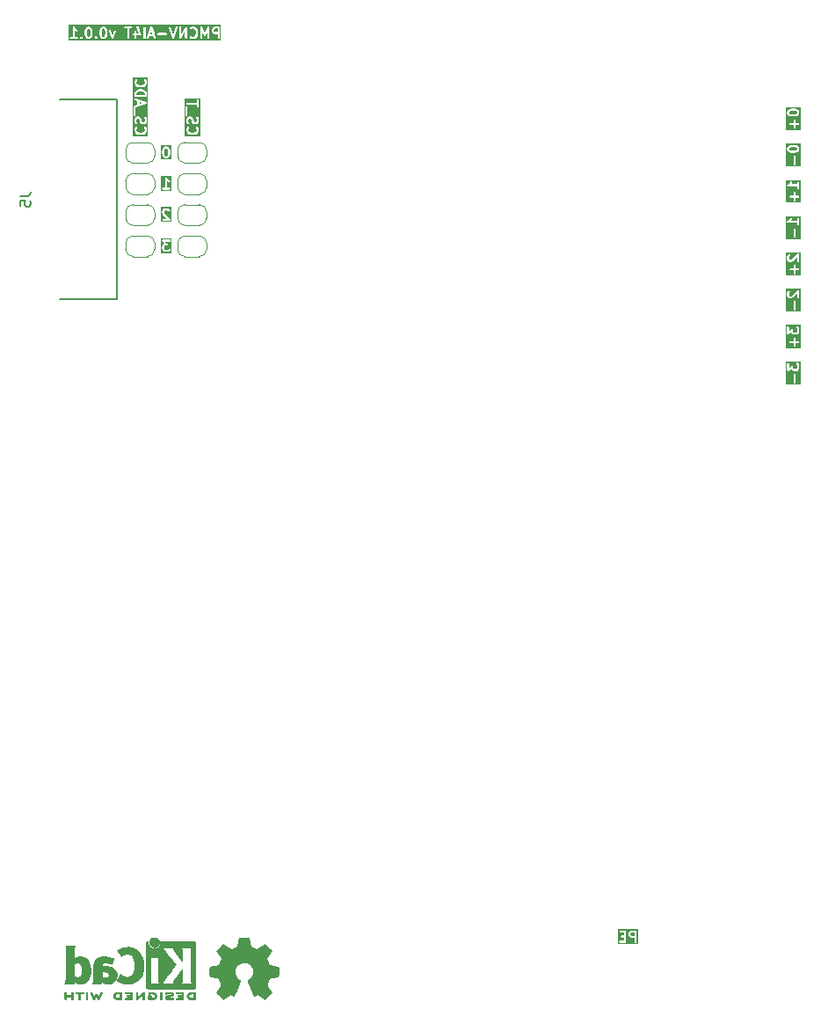
<source format=gbr>
%TF.GenerationSoftware,KiCad,Pcbnew,9.0.2*%
%TF.CreationDate,2025-06-09T15:42:41+03:00*%
%TF.ProjectId,PMCNV-AI4T,504d434e-562d-4414-9934-542e6b696361,rev?*%
%TF.SameCoordinates,Original*%
%TF.FileFunction,Legend,Bot*%
%TF.FilePolarity,Positive*%
%FSLAX46Y46*%
G04 Gerber Fmt 4.6, Leading zero omitted, Abs format (unit mm)*
G04 Created by KiCad (PCBNEW 9.0.2) date 2025-06-09 15:42:41*
%MOMM*%
%LPD*%
G01*
G04 APERTURE LIST*
%ADD10C,0.200000*%
%ADD11C,0.150000*%
%ADD12C,0.120000*%
%ADD13C,0.152400*%
%ADD14C,0.010000*%
G04 APERTURE END LIST*
D10*
G36*
X-24768448Y39274436D02*
G01*
X-25066505Y39175084D01*
X-25066505Y39373789D01*
X-24768448Y39274436D01*
G37*
G36*
X-24725220Y40370561D02*
G01*
X-24654314Y40335108D01*
X-24587242Y40268036D01*
X-24552220Y40162972D01*
X-24552220Y40041103D01*
X-25352220Y40041103D01*
X-25352220Y40162971D01*
X-25317198Y40268036D01*
X-25250125Y40335108D01*
X-25179220Y40370561D01*
X-25011339Y40412531D01*
X-24893101Y40412531D01*
X-24725220Y40370561D01*
G37*
G36*
X-24241109Y36110944D02*
G01*
X-25758569Y36110944D01*
X-25758569Y36750626D01*
X-25552220Y36750626D01*
X-25552220Y36655388D01*
X-25551248Y36645515D01*
X-25551435Y36642880D01*
X-25550648Y36639417D01*
X-25550299Y36635879D01*
X-25549288Y36633438D01*
X-25547088Y36623765D01*
X-25499468Y36480907D01*
X-25491476Y36463007D01*
X-25489122Y36460293D01*
X-25487747Y36456974D01*
X-25475311Y36441820D01*
X-25380073Y36346582D01*
X-25372407Y36340291D01*
X-25370674Y36338293D01*
X-25367663Y36336398D01*
X-25364919Y36334146D01*
X-25362482Y36333137D01*
X-25354083Y36327850D01*
X-25258846Y36280231D01*
X-25257418Y36279685D01*
X-25256838Y36279255D01*
X-25248662Y36276334D01*
X-25240537Y36273225D01*
X-25239817Y36273174D01*
X-25238378Y36272660D01*
X-25047902Y36225041D01*
X-25044521Y36224541D01*
X-25043157Y36223976D01*
X-25035807Y36223253D01*
X-25028509Y36222173D01*
X-25027051Y36222391D01*
X-25023648Y36222055D01*
X-24880791Y36222055D01*
X-24877389Y36222391D01*
X-24875930Y36222173D01*
X-24868633Y36223253D01*
X-24861282Y36223976D01*
X-24859919Y36224541D01*
X-24856537Y36225041D01*
X-24666062Y36272660D01*
X-24664625Y36273174D01*
X-24663902Y36273225D01*
X-24655778Y36276334D01*
X-24647601Y36279255D01*
X-24647021Y36279686D01*
X-24645594Y36280231D01*
X-24550356Y36327850D01*
X-24541960Y36333136D01*
X-24539520Y36334146D01*
X-24536774Y36336400D01*
X-24533766Y36338293D01*
X-24532037Y36340288D01*
X-24524366Y36346582D01*
X-24429128Y36441820D01*
X-24416692Y36456974D01*
X-24415318Y36460293D01*
X-24412962Y36463008D01*
X-24404971Y36480908D01*
X-24357352Y36623765D01*
X-24355153Y36633438D01*
X-24354141Y36635879D01*
X-24353793Y36639417D01*
X-24353005Y36642880D01*
X-24353193Y36645515D01*
X-24352220Y36655388D01*
X-24352220Y36750626D01*
X-24353193Y36760500D01*
X-24353005Y36763134D01*
X-24353793Y36766598D01*
X-24354141Y36770135D01*
X-24355153Y36772577D01*
X-24357352Y36782249D01*
X-24404971Y36925106D01*
X-24412962Y36943006D01*
X-24415318Y36945722D01*
X-24416692Y36949041D01*
X-24429129Y36964194D01*
X-24476747Y37011813D01*
X-24491901Y37024249D01*
X-24527949Y37039181D01*
X-24566967Y37039181D01*
X-24603015Y37024249D01*
X-24630605Y36996659D01*
X-24645537Y36960611D01*
X-24645537Y36921593D01*
X-24630605Y36885545D01*
X-24618169Y36870391D01*
X-24587242Y36839465D01*
X-24552220Y36734400D01*
X-24552220Y36671615D01*
X-24587242Y36566551D01*
X-24654314Y36499479D01*
X-24725220Y36464026D01*
X-24893101Y36422055D01*
X-25011339Y36422055D01*
X-25179220Y36464026D01*
X-25250125Y36499478D01*
X-25317198Y36566551D01*
X-25352220Y36671616D01*
X-25352220Y36734399D01*
X-25317198Y36839464D01*
X-25286271Y36870391D01*
X-25273834Y36885544D01*
X-25258903Y36921593D01*
X-25258903Y36960611D01*
X-25273834Y36996659D01*
X-25301424Y37024249D01*
X-25337472Y37039180D01*
X-25376490Y37039180D01*
X-25412539Y37024249D01*
X-25427692Y37011812D01*
X-25475311Y36964194D01*
X-25487747Y36949040D01*
X-25489122Y36945722D01*
X-25491476Y36943007D01*
X-25499468Y36925107D01*
X-25547088Y36782249D01*
X-25549288Y36772577D01*
X-25550299Y36770135D01*
X-25550648Y36766598D01*
X-25551435Y36763134D01*
X-25551248Y36760500D01*
X-25552220Y36750626D01*
X-25758569Y36750626D01*
X-25758569Y37703007D01*
X-25552220Y37703007D01*
X-25552220Y37464912D01*
X-25551248Y37455039D01*
X-25551435Y37452404D01*
X-25550648Y37448941D01*
X-25550299Y37445403D01*
X-25549288Y37442962D01*
X-25547088Y37433289D01*
X-25499468Y37290431D01*
X-25491476Y37272531D01*
X-25465911Y37243055D01*
X-25431012Y37225606D01*
X-25392092Y37222840D01*
X-25355076Y37235179D01*
X-25325600Y37260744D01*
X-25308151Y37295643D01*
X-25305385Y37334563D01*
X-25309732Y37353678D01*
X-25352220Y37481140D01*
X-25352220Y37679401D01*
X-25322417Y37739008D01*
X-25297746Y37763679D01*
X-25238136Y37793483D01*
X-25190112Y37793483D01*
X-25130503Y37763678D01*
X-25105834Y37739010D01*
X-25070381Y37668103D01*
X-25025424Y37488278D01*
X-25024911Y37486841D01*
X-25024859Y37486118D01*
X-25021751Y37477994D01*
X-25018829Y37469817D01*
X-25018399Y37469237D01*
X-25017853Y37467810D01*
X-24970234Y37372572D01*
X-24964949Y37364176D01*
X-24963938Y37361736D01*
X-24961685Y37358990D01*
X-24959791Y37355982D01*
X-24957797Y37354253D01*
X-24951502Y37346582D01*
X-24903883Y37298964D01*
X-24896217Y37292672D01*
X-24894484Y37290674D01*
X-24891476Y37288781D01*
X-24888730Y37286527D01*
X-24886290Y37285517D01*
X-24877893Y37280231D01*
X-24782656Y37232612D01*
X-24764347Y37225606D01*
X-24760764Y37225352D01*
X-24757443Y37223976D01*
X-24737934Y37222055D01*
X-24642696Y37222055D01*
X-24623187Y37223976D01*
X-24619867Y37225352D01*
X-24616283Y37225606D01*
X-24597975Y37232612D01*
X-24502737Y37280231D01*
X-24494341Y37285517D01*
X-24491901Y37286527D01*
X-24489155Y37288781D01*
X-24486147Y37290674D01*
X-24484418Y37292669D01*
X-24476747Y37298963D01*
X-24429129Y37346582D01*
X-24422837Y37354249D01*
X-24420839Y37355981D01*
X-24418946Y37358990D01*
X-24416692Y37361735D01*
X-24415682Y37364176D01*
X-24410396Y37372572D01*
X-24362777Y37467809D01*
X-24355771Y37486118D01*
X-24355517Y37489702D01*
X-24354141Y37493022D01*
X-24352220Y37512531D01*
X-24352220Y37750626D01*
X-24353193Y37760500D01*
X-24353005Y37763134D01*
X-24353793Y37766598D01*
X-24354141Y37770135D01*
X-24355153Y37772577D01*
X-24357352Y37782249D01*
X-24404971Y37925106D01*
X-24412962Y37943006D01*
X-24438527Y37972482D01*
X-24473426Y37989932D01*
X-24512346Y37992698D01*
X-24549362Y37980360D01*
X-24578838Y37954795D01*
X-24596288Y37919896D01*
X-24599054Y37880976D01*
X-24594707Y37861860D01*
X-24552220Y37734400D01*
X-24552220Y37536138D01*
X-24582025Y37476529D01*
X-24606694Y37451861D01*
X-24666303Y37422055D01*
X-24714327Y37422055D01*
X-24773937Y37451860D01*
X-24798605Y37476529D01*
X-24834059Y37547436D01*
X-24879015Y37727261D01*
X-24879529Y37728700D01*
X-24879580Y37729420D01*
X-24882689Y37737545D01*
X-24885610Y37745721D01*
X-24886040Y37746301D01*
X-24886586Y37747729D01*
X-24934205Y37842966D01*
X-24939491Y37851363D01*
X-24940501Y37853803D01*
X-24942755Y37856549D01*
X-24944648Y37859557D01*
X-24946646Y37861290D01*
X-24952938Y37868956D01*
X-25000556Y37916575D01*
X-25008227Y37922870D01*
X-25009956Y37924864D01*
X-25012964Y37926758D01*
X-25015710Y37929011D01*
X-25018150Y37930022D01*
X-25026546Y37935307D01*
X-25121784Y37982926D01*
X-25140092Y37989932D01*
X-25143676Y37990187D01*
X-25146996Y37991562D01*
X-25166505Y37993483D01*
X-25261743Y37993483D01*
X-25281252Y37991562D01*
X-25284573Y37990187D01*
X-25288156Y37989932D01*
X-25306465Y37982926D01*
X-25401702Y37935307D01*
X-25410099Y37930022D01*
X-25412539Y37929011D01*
X-25415285Y37926758D01*
X-25418293Y37924864D01*
X-25420026Y37922867D01*
X-25427692Y37916574D01*
X-25475311Y37868956D01*
X-25481603Y37861290D01*
X-25483599Y37859558D01*
X-25485494Y37856548D01*
X-25487747Y37853802D01*
X-25488758Y37851363D01*
X-25494042Y37842967D01*
X-25541662Y37747729D01*
X-25548669Y37729421D01*
X-25548924Y37725836D01*
X-25550299Y37722516D01*
X-25552220Y37703007D01*
X-25758569Y37703007D01*
X-25758569Y38845864D01*
X-25647458Y38845864D01*
X-25647458Y38083959D01*
X-25645537Y38064450D01*
X-25630605Y38028402D01*
X-25603015Y38000812D01*
X-25566967Y37985880D01*
X-25527949Y37985880D01*
X-25491901Y38000812D01*
X-25464311Y38028402D01*
X-25449379Y38064450D01*
X-25447458Y38083959D01*
X-25447458Y38842439D01*
X-25439713Y38841888D01*
X-25420597Y38846235D01*
X-24420598Y39179568D01*
X-24402697Y39187559D01*
X-24397296Y39192244D01*
X-24390909Y39195437D01*
X-24382697Y39204906D01*
X-24373221Y39213124D01*
X-24370026Y39219516D01*
X-24365344Y39224913D01*
X-24361378Y39236811D01*
X-24355772Y39248023D01*
X-24355266Y39255148D01*
X-24353005Y39261929D01*
X-24353895Y39274436D01*
X-24353005Y39286943D01*
X-24355266Y39293725D01*
X-24355772Y39300849D01*
X-24361378Y39312062D01*
X-24365344Y39323959D01*
X-24370026Y39329357D01*
X-24373221Y39335748D01*
X-24382697Y39343967D01*
X-24390909Y39353435D01*
X-24397296Y39356629D01*
X-24402697Y39361313D01*
X-24420598Y39369304D01*
X-25420597Y39702637D01*
X-25439713Y39706984D01*
X-25478633Y39704218D01*
X-25513532Y39686768D01*
X-25539097Y39657292D01*
X-25551435Y39620276D01*
X-25548669Y39581356D01*
X-25531219Y39546457D01*
X-25501743Y39520892D01*
X-25483843Y39512901D01*
X-25266505Y39440456D01*
X-25266505Y39108417D01*
X-25483843Y39035971D01*
X-25501743Y39027980D01*
X-25531219Y39002415D01*
X-25548669Y38967516D01*
X-25550344Y38943943D01*
X-25566967Y38943943D01*
X-25603015Y38929011D01*
X-25630605Y38901421D01*
X-25645537Y38865373D01*
X-25647458Y38845864D01*
X-25758569Y38845864D01*
X-25758569Y40179198D01*
X-25552220Y40179198D01*
X-25552220Y39941103D01*
X-25550299Y39921594D01*
X-25535367Y39885546D01*
X-25507777Y39857956D01*
X-25471729Y39843024D01*
X-25452220Y39841103D01*
X-24452220Y39841103D01*
X-24432711Y39843024D01*
X-24396663Y39857956D01*
X-24369073Y39885546D01*
X-24354141Y39921594D01*
X-24352220Y39941103D01*
X-24352220Y40179198D01*
X-24353193Y40189072D01*
X-24353005Y40191706D01*
X-24353793Y40195170D01*
X-24354141Y40198707D01*
X-24355153Y40201149D01*
X-24357352Y40210821D01*
X-24404971Y40353678D01*
X-24412962Y40371578D01*
X-24415318Y40374294D01*
X-24416692Y40377612D01*
X-24429128Y40392766D01*
X-24524366Y40488004D01*
X-24532037Y40494299D01*
X-24533766Y40496293D01*
X-24536774Y40498187D01*
X-24539520Y40500440D01*
X-24541960Y40501451D01*
X-24550356Y40506736D01*
X-24645594Y40554355D01*
X-24647021Y40554901D01*
X-24647601Y40555331D01*
X-24655778Y40558253D01*
X-24663902Y40561361D01*
X-24664625Y40561413D01*
X-24666062Y40561926D01*
X-24856537Y40609545D01*
X-24859919Y40610046D01*
X-24861282Y40610610D01*
X-24868633Y40611334D01*
X-24875930Y40612413D01*
X-24877389Y40612196D01*
X-24880791Y40612531D01*
X-25023648Y40612531D01*
X-25027051Y40612196D01*
X-25028509Y40612413D01*
X-25035807Y40611334D01*
X-25043157Y40610610D01*
X-25044521Y40610046D01*
X-25047902Y40609545D01*
X-25238378Y40561926D01*
X-25239817Y40561413D01*
X-25240537Y40561361D01*
X-25248662Y40558253D01*
X-25256838Y40555331D01*
X-25257418Y40554902D01*
X-25258846Y40554355D01*
X-25354083Y40506736D01*
X-25362482Y40501450D01*
X-25364919Y40500440D01*
X-25367663Y40498189D01*
X-25370674Y40496293D01*
X-25372407Y40494296D01*
X-25380073Y40488004D01*
X-25475311Y40392766D01*
X-25487747Y40377612D01*
X-25489122Y40374294D01*
X-25491476Y40371579D01*
X-25499468Y40353679D01*
X-25547088Y40210821D01*
X-25549288Y40201149D01*
X-25550299Y40198707D01*
X-25550648Y40195170D01*
X-25551435Y40191706D01*
X-25551248Y40189072D01*
X-25552220Y40179198D01*
X-25758569Y40179198D01*
X-25758569Y41322055D01*
X-25552220Y41322055D01*
X-25552220Y41226817D01*
X-25551248Y41216944D01*
X-25551435Y41214309D01*
X-25550648Y41210846D01*
X-25550299Y41207308D01*
X-25549288Y41204867D01*
X-25547088Y41195194D01*
X-25499468Y41052336D01*
X-25491476Y41034436D01*
X-25489122Y41031722D01*
X-25487747Y41028403D01*
X-25475311Y41013249D01*
X-25380073Y40918011D01*
X-25372407Y40911720D01*
X-25370674Y40909722D01*
X-25367663Y40907827D01*
X-25364919Y40905575D01*
X-25362482Y40904566D01*
X-25354083Y40899279D01*
X-25258846Y40851660D01*
X-25257418Y40851114D01*
X-25256838Y40850684D01*
X-25248662Y40847763D01*
X-25240537Y40844654D01*
X-25239817Y40844603D01*
X-25238378Y40844089D01*
X-25047902Y40796470D01*
X-25044521Y40795970D01*
X-25043157Y40795405D01*
X-25035807Y40794682D01*
X-25028509Y40793602D01*
X-25027051Y40793820D01*
X-25023648Y40793484D01*
X-24880791Y40793484D01*
X-24877389Y40793820D01*
X-24875930Y40793602D01*
X-24868633Y40794682D01*
X-24861282Y40795405D01*
X-24859919Y40795970D01*
X-24856537Y40796470D01*
X-24666062Y40844089D01*
X-24664625Y40844603D01*
X-24663902Y40844654D01*
X-24655778Y40847763D01*
X-24647601Y40850684D01*
X-24647021Y40851115D01*
X-24645594Y40851660D01*
X-24550356Y40899279D01*
X-24541960Y40904565D01*
X-24539520Y40905575D01*
X-24536774Y40907829D01*
X-24533766Y40909722D01*
X-24532037Y40911717D01*
X-24524366Y40918011D01*
X-24429128Y41013249D01*
X-24416692Y41028403D01*
X-24415318Y41031722D01*
X-24412962Y41034437D01*
X-24404971Y41052337D01*
X-24357352Y41195194D01*
X-24355153Y41204867D01*
X-24354141Y41207308D01*
X-24353793Y41210846D01*
X-24353005Y41214309D01*
X-24353193Y41216944D01*
X-24352220Y41226817D01*
X-24352220Y41322055D01*
X-24353193Y41331929D01*
X-24353005Y41334563D01*
X-24353793Y41338027D01*
X-24354141Y41341564D01*
X-24355153Y41344006D01*
X-24357352Y41353678D01*
X-24404971Y41496535D01*
X-24412962Y41514435D01*
X-24415318Y41517151D01*
X-24416692Y41520470D01*
X-24429129Y41535623D01*
X-24476747Y41583242D01*
X-24491901Y41595678D01*
X-24527949Y41610610D01*
X-24566967Y41610610D01*
X-24603015Y41595678D01*
X-24630605Y41568088D01*
X-24645537Y41532040D01*
X-24645537Y41493022D01*
X-24630605Y41456974D01*
X-24618169Y41441820D01*
X-24587242Y41410894D01*
X-24552220Y41305829D01*
X-24552220Y41243044D01*
X-24587242Y41137980D01*
X-24654314Y41070908D01*
X-24725220Y41035455D01*
X-24893101Y40993484D01*
X-25011339Y40993484D01*
X-25179220Y41035455D01*
X-25250125Y41070907D01*
X-25317198Y41137980D01*
X-25352220Y41243045D01*
X-25352220Y41305828D01*
X-25317198Y41410893D01*
X-25286271Y41441820D01*
X-25273834Y41456973D01*
X-25258903Y41493022D01*
X-25258903Y41532040D01*
X-25273834Y41568088D01*
X-25301424Y41595678D01*
X-25337472Y41610609D01*
X-25376490Y41610609D01*
X-25412539Y41595678D01*
X-25427692Y41583241D01*
X-25475311Y41535623D01*
X-25487747Y41520469D01*
X-25489122Y41517151D01*
X-25491476Y41514436D01*
X-25499468Y41496536D01*
X-25547088Y41353678D01*
X-25549288Y41344006D01*
X-25550299Y41341564D01*
X-25550648Y41338027D01*
X-25551435Y41334563D01*
X-25551248Y41331929D01*
X-25552220Y41322055D01*
X-25758569Y41322055D01*
X-25758569Y41721721D01*
X-24241109Y41721721D01*
X-24241109Y36110944D01*
G37*
G36*
X38166837Y35012792D02*
G01*
X38237746Y34977337D01*
X38262414Y34952670D01*
X38292219Y34893060D01*
X38292219Y34845036D01*
X38262414Y34785427D01*
X38237746Y34760760D01*
X38166837Y34725305D01*
X37998956Y34683334D01*
X37785480Y34683334D01*
X37617599Y34725305D01*
X37546692Y34760758D01*
X37522024Y34785427D01*
X37492219Y34845037D01*
X37492219Y34893060D01*
X37522024Y34952670D01*
X37546692Y34977339D01*
X37617599Y35012792D01*
X37785480Y35054762D01*
X37998956Y35054762D01*
X38166837Y35012792D01*
G37*
G36*
X38603330Y33183667D02*
G01*
X37181108Y33183667D01*
X37181108Y34154762D01*
X37911266Y34154762D01*
X37911266Y33392857D01*
X37913187Y33373348D01*
X37928119Y33337300D01*
X37955709Y33309710D01*
X37991757Y33294778D01*
X38030775Y33294778D01*
X38066823Y33309710D01*
X38094413Y33337300D01*
X38109345Y33373348D01*
X38111266Y33392857D01*
X38111266Y34154762D01*
X38109345Y34174271D01*
X38094413Y34210319D01*
X38066823Y34237909D01*
X38030775Y34252841D01*
X37991757Y34252841D01*
X37955709Y34237909D01*
X37928119Y34210319D01*
X37913187Y34174271D01*
X37911266Y34154762D01*
X37181108Y34154762D01*
X37181108Y34916667D01*
X37292219Y34916667D01*
X37292219Y34821429D01*
X37294140Y34801920D01*
X37295515Y34798600D01*
X37295770Y34795016D01*
X37302776Y34776708D01*
X37350395Y34681470D01*
X37355680Y34673074D01*
X37356691Y34670634D01*
X37358944Y34667888D01*
X37360838Y34664880D01*
X37362832Y34663151D01*
X37369127Y34655480D01*
X37416746Y34607862D01*
X37424412Y34601570D01*
X37426145Y34599572D01*
X37429153Y34597679D01*
X37431899Y34595425D01*
X37434339Y34594415D01*
X37442736Y34589129D01*
X37537973Y34541510D01*
X37539401Y34540964D01*
X37539981Y34540534D01*
X37548157Y34537613D01*
X37556282Y34534504D01*
X37557002Y34534453D01*
X37558441Y34533939D01*
X37748917Y34486320D01*
X37752298Y34485820D01*
X37753662Y34485255D01*
X37761012Y34484532D01*
X37768310Y34483452D01*
X37769768Y34483670D01*
X37773171Y34483334D01*
X38011266Y34483334D01*
X38014668Y34483670D01*
X38016127Y34483452D01*
X38023424Y34484532D01*
X38030775Y34485255D01*
X38032138Y34485820D01*
X38035520Y34486320D01*
X38225995Y34533939D01*
X38227432Y34534453D01*
X38228155Y34534504D01*
X38236279Y34537613D01*
X38244456Y34540534D01*
X38245036Y34540965D01*
X38246463Y34541510D01*
X38341701Y34589129D01*
X38350093Y34594413D01*
X38352537Y34595424D01*
X38355286Y34597681D01*
X38358291Y34599572D01*
X38360020Y34601567D01*
X38367690Y34607861D01*
X38415310Y34655479D01*
X38421603Y34663148D01*
X38423600Y34664879D01*
X38425493Y34667888D01*
X38427747Y34670633D01*
X38428757Y34673074D01*
X38434043Y34681470D01*
X38481662Y34776707D01*
X38488668Y34795016D01*
X38488922Y34798600D01*
X38490298Y34801920D01*
X38492219Y34821429D01*
X38492219Y34916667D01*
X38490298Y34936176D01*
X38488922Y34939497D01*
X38488668Y34943080D01*
X38481662Y34961389D01*
X38434043Y35056626D01*
X38428757Y35065023D01*
X38427747Y35067463D01*
X38425493Y35070209D01*
X38423600Y35073217D01*
X38421603Y35074949D01*
X38415310Y35082617D01*
X38367690Y35130235D01*
X38360020Y35136530D01*
X38358291Y35138524D01*
X38355286Y35140416D01*
X38352537Y35142672D01*
X38350093Y35143684D01*
X38341701Y35148967D01*
X38246463Y35196586D01*
X38245036Y35197132D01*
X38244456Y35197562D01*
X38236279Y35200484D01*
X38228155Y35203592D01*
X38227432Y35203644D01*
X38225995Y35204157D01*
X38035520Y35251776D01*
X38032138Y35252277D01*
X38030775Y35252841D01*
X38023424Y35253565D01*
X38016127Y35254644D01*
X38014668Y35254427D01*
X38011266Y35254762D01*
X37773171Y35254762D01*
X37769768Y35254427D01*
X37768310Y35254644D01*
X37761012Y35253565D01*
X37753662Y35252841D01*
X37752298Y35252277D01*
X37748917Y35251776D01*
X37558441Y35204157D01*
X37557002Y35203644D01*
X37556282Y35203592D01*
X37548157Y35200484D01*
X37539981Y35197562D01*
X37539401Y35197133D01*
X37537973Y35196586D01*
X37442736Y35148967D01*
X37434339Y35143682D01*
X37431899Y35142671D01*
X37429153Y35140418D01*
X37426145Y35138524D01*
X37424412Y35136527D01*
X37416746Y35130234D01*
X37369127Y35082616D01*
X37362832Y35074946D01*
X37360838Y35073216D01*
X37358944Y35070209D01*
X37356691Y35067462D01*
X37355680Y35065023D01*
X37350395Y35056626D01*
X37302776Y34961388D01*
X37295770Y34943080D01*
X37295515Y34939497D01*
X37294140Y34936176D01*
X37292219Y34916667D01*
X37181108Y34916667D01*
X37181108Y35365873D01*
X38603330Y35365873D01*
X38603330Y33183667D01*
G37*
G36*
X38603330Y22683667D02*
G01*
X37181108Y22683667D01*
X37181108Y23293319D01*
X37532235Y23293319D01*
X37532235Y23254301D01*
X37547167Y23218253D01*
X37574757Y23190663D01*
X37610805Y23175731D01*
X37630314Y23173810D01*
X37911266Y23173810D01*
X37911266Y22892857D01*
X37913187Y22873348D01*
X37928119Y22837300D01*
X37955709Y22809710D01*
X37991757Y22794778D01*
X38030775Y22794778D01*
X38066823Y22809710D01*
X38094413Y22837300D01*
X38109345Y22873348D01*
X38111266Y22892857D01*
X38111266Y23173810D01*
X38392219Y23173810D01*
X38411728Y23175731D01*
X38447776Y23190663D01*
X38475366Y23218253D01*
X38490298Y23254301D01*
X38490298Y23293319D01*
X38475366Y23329367D01*
X38447776Y23356957D01*
X38411728Y23371889D01*
X38392219Y23373810D01*
X38111266Y23373810D01*
X38111266Y23654762D01*
X38109345Y23674271D01*
X38094413Y23710319D01*
X38066823Y23737909D01*
X38030775Y23752841D01*
X37991757Y23752841D01*
X37955709Y23737909D01*
X37928119Y23710319D01*
X37913187Y23674271D01*
X37911266Y23654762D01*
X37911266Y23373810D01*
X37630314Y23373810D01*
X37610805Y23371889D01*
X37574757Y23356957D01*
X37547167Y23329367D01*
X37532235Y23293319D01*
X37181108Y23293319D01*
X37181108Y24511905D01*
X37292219Y24511905D01*
X37292219Y24273810D01*
X37294140Y24254301D01*
X37295515Y24250981D01*
X37295770Y24247397D01*
X37302776Y24229089D01*
X37350395Y24133851D01*
X37355680Y24125455D01*
X37356691Y24123015D01*
X37358944Y24120269D01*
X37360838Y24117261D01*
X37362832Y24115532D01*
X37369127Y24107861D01*
X37416746Y24060243D01*
X37424412Y24053951D01*
X37426145Y24051953D01*
X37429153Y24050060D01*
X37431899Y24047806D01*
X37434339Y24046796D01*
X37442736Y24041510D01*
X37537973Y23993891D01*
X37556282Y23986885D01*
X37559865Y23986631D01*
X37563186Y23985255D01*
X37582695Y23983334D01*
X37677933Y23983334D01*
X37687806Y23984307D01*
X37690440Y23984119D01*
X37693903Y23984907D01*
X37697442Y23985255D01*
X37699884Y23986267D01*
X37709556Y23988466D01*
X37852412Y24036085D01*
X37870313Y24044076D01*
X37873028Y24046432D01*
X37876347Y24047806D01*
X37891501Y24060242D01*
X38292219Y24460960D01*
X38292219Y24083334D01*
X38294140Y24063825D01*
X38309072Y24027777D01*
X38336662Y24000187D01*
X38372710Y23985255D01*
X38411728Y23985255D01*
X38447776Y24000187D01*
X38475366Y24027777D01*
X38490298Y24063825D01*
X38492219Y24083334D01*
X38492219Y24702381D01*
X38490298Y24721890D01*
X38475366Y24757938D01*
X38447776Y24785528D01*
X38411728Y24800460D01*
X38372710Y24800460D01*
X38336662Y24785528D01*
X38321508Y24773092D01*
X37766770Y24218356D01*
X37661706Y24183334D01*
X37606302Y24183334D01*
X37546692Y24213139D01*
X37522024Y24237808D01*
X37492219Y24297418D01*
X37492219Y24488298D01*
X37522024Y24547908D01*
X37558167Y24584051D01*
X37570604Y24599204D01*
X37585535Y24635253D01*
X37585535Y24674271D01*
X37570604Y24710319D01*
X37543014Y24737909D01*
X37506966Y24752840D01*
X37467948Y24752840D01*
X37431899Y24737909D01*
X37416746Y24725472D01*
X37369127Y24677854D01*
X37362832Y24670184D01*
X37360838Y24668454D01*
X37358944Y24665447D01*
X37356691Y24662700D01*
X37355680Y24660261D01*
X37350395Y24651864D01*
X37302776Y24556626D01*
X37295770Y24538318D01*
X37295515Y24534735D01*
X37294140Y24531414D01*
X37292219Y24511905D01*
X37181108Y24511905D01*
X37181108Y24911571D01*
X38603330Y24911571D01*
X38603330Y22683667D01*
G37*
G36*
X-19241109Y36110944D02*
G01*
X-20758569Y36110944D01*
X-20758569Y36750626D01*
X-20552220Y36750626D01*
X-20552220Y36655388D01*
X-20551248Y36645515D01*
X-20551435Y36642880D01*
X-20550648Y36639417D01*
X-20550299Y36635879D01*
X-20549288Y36633438D01*
X-20547088Y36623765D01*
X-20499468Y36480907D01*
X-20491476Y36463007D01*
X-20489122Y36460293D01*
X-20487747Y36456974D01*
X-20475311Y36441820D01*
X-20380073Y36346582D01*
X-20372407Y36340291D01*
X-20370674Y36338293D01*
X-20367663Y36336398D01*
X-20364919Y36334146D01*
X-20362482Y36333137D01*
X-20354083Y36327850D01*
X-20258846Y36280231D01*
X-20257418Y36279685D01*
X-20256838Y36279255D01*
X-20248662Y36276334D01*
X-20240537Y36273225D01*
X-20239817Y36273174D01*
X-20238378Y36272660D01*
X-20047902Y36225041D01*
X-20044521Y36224541D01*
X-20043157Y36223976D01*
X-20035807Y36223253D01*
X-20028509Y36222173D01*
X-20027051Y36222391D01*
X-20023648Y36222055D01*
X-19880791Y36222055D01*
X-19877389Y36222391D01*
X-19875930Y36222173D01*
X-19868633Y36223253D01*
X-19861282Y36223976D01*
X-19859919Y36224541D01*
X-19856537Y36225041D01*
X-19666062Y36272660D01*
X-19664625Y36273174D01*
X-19663902Y36273225D01*
X-19655778Y36276334D01*
X-19647601Y36279255D01*
X-19647021Y36279686D01*
X-19645594Y36280231D01*
X-19550356Y36327850D01*
X-19541960Y36333136D01*
X-19539520Y36334146D01*
X-19536774Y36336400D01*
X-19533766Y36338293D01*
X-19532037Y36340288D01*
X-19524366Y36346582D01*
X-19429128Y36441820D01*
X-19416692Y36456974D01*
X-19415318Y36460293D01*
X-19412962Y36463008D01*
X-19404971Y36480908D01*
X-19357352Y36623765D01*
X-19355153Y36633438D01*
X-19354141Y36635879D01*
X-19353793Y36639417D01*
X-19353005Y36642880D01*
X-19353193Y36645515D01*
X-19352220Y36655388D01*
X-19352220Y36750626D01*
X-19353193Y36760500D01*
X-19353005Y36763134D01*
X-19353793Y36766598D01*
X-19354141Y36770135D01*
X-19355153Y36772577D01*
X-19357352Y36782249D01*
X-19404971Y36925106D01*
X-19412962Y36943006D01*
X-19415318Y36945722D01*
X-19416692Y36949041D01*
X-19429129Y36964194D01*
X-19476747Y37011813D01*
X-19491901Y37024249D01*
X-19527949Y37039181D01*
X-19566967Y37039181D01*
X-19603015Y37024249D01*
X-19630605Y36996659D01*
X-19645537Y36960611D01*
X-19645537Y36921593D01*
X-19630605Y36885545D01*
X-19618169Y36870391D01*
X-19587242Y36839465D01*
X-19552220Y36734400D01*
X-19552220Y36671615D01*
X-19587242Y36566551D01*
X-19654314Y36499479D01*
X-19725220Y36464026D01*
X-19893101Y36422055D01*
X-20011339Y36422055D01*
X-20179220Y36464026D01*
X-20250125Y36499478D01*
X-20317198Y36566551D01*
X-20352220Y36671616D01*
X-20352220Y36734399D01*
X-20317198Y36839464D01*
X-20286271Y36870391D01*
X-20273834Y36885544D01*
X-20258903Y36921593D01*
X-20258903Y36960611D01*
X-20273834Y36996659D01*
X-20301424Y37024249D01*
X-20337472Y37039180D01*
X-20376490Y37039180D01*
X-20412539Y37024249D01*
X-20427692Y37011812D01*
X-20475311Y36964194D01*
X-20487747Y36949040D01*
X-20489122Y36945722D01*
X-20491476Y36943007D01*
X-20499468Y36925107D01*
X-20547088Y36782249D01*
X-20549288Y36772577D01*
X-20550299Y36770135D01*
X-20550648Y36766598D01*
X-20551435Y36763134D01*
X-20551248Y36760500D01*
X-20552220Y36750626D01*
X-20758569Y36750626D01*
X-20758569Y37703007D01*
X-20552220Y37703007D01*
X-20552220Y37464912D01*
X-20551248Y37455039D01*
X-20551435Y37452404D01*
X-20550648Y37448941D01*
X-20550299Y37445403D01*
X-20549288Y37442962D01*
X-20547088Y37433289D01*
X-20499468Y37290431D01*
X-20491476Y37272531D01*
X-20465911Y37243055D01*
X-20431012Y37225606D01*
X-20392092Y37222840D01*
X-20355076Y37235179D01*
X-20325600Y37260744D01*
X-20308151Y37295643D01*
X-20305385Y37334563D01*
X-20309732Y37353678D01*
X-20352220Y37481140D01*
X-20352220Y37679401D01*
X-20322417Y37739008D01*
X-20297746Y37763679D01*
X-20238136Y37793483D01*
X-20190112Y37793483D01*
X-20130503Y37763678D01*
X-20105834Y37739010D01*
X-20070381Y37668103D01*
X-20025424Y37488278D01*
X-20024911Y37486841D01*
X-20024859Y37486118D01*
X-20021751Y37477994D01*
X-20018829Y37469817D01*
X-20018399Y37469237D01*
X-20017853Y37467810D01*
X-19970234Y37372572D01*
X-19964949Y37364176D01*
X-19963938Y37361736D01*
X-19961685Y37358990D01*
X-19959791Y37355982D01*
X-19957797Y37354253D01*
X-19951502Y37346582D01*
X-19903883Y37298964D01*
X-19896217Y37292672D01*
X-19894484Y37290674D01*
X-19891476Y37288781D01*
X-19888730Y37286527D01*
X-19886290Y37285517D01*
X-19877893Y37280231D01*
X-19782656Y37232612D01*
X-19764347Y37225606D01*
X-19760764Y37225352D01*
X-19757443Y37223976D01*
X-19737934Y37222055D01*
X-19642696Y37222055D01*
X-19623187Y37223976D01*
X-19619867Y37225352D01*
X-19616283Y37225606D01*
X-19597975Y37232612D01*
X-19502737Y37280231D01*
X-19494341Y37285517D01*
X-19491901Y37286527D01*
X-19489155Y37288781D01*
X-19486147Y37290674D01*
X-19484418Y37292669D01*
X-19476747Y37298963D01*
X-19429129Y37346582D01*
X-19422837Y37354249D01*
X-19420839Y37355981D01*
X-19418946Y37358990D01*
X-19416692Y37361735D01*
X-19415682Y37364176D01*
X-19410396Y37372572D01*
X-19362777Y37467809D01*
X-19355771Y37486118D01*
X-19355517Y37489702D01*
X-19354141Y37493022D01*
X-19352220Y37512531D01*
X-19352220Y37750626D01*
X-19353193Y37760500D01*
X-19353005Y37763134D01*
X-19353793Y37766598D01*
X-19354141Y37770135D01*
X-19355153Y37772577D01*
X-19357352Y37782249D01*
X-19404971Y37925106D01*
X-19412962Y37943006D01*
X-19438527Y37972482D01*
X-19473426Y37989932D01*
X-19512346Y37992698D01*
X-19549362Y37980360D01*
X-19578838Y37954795D01*
X-19596288Y37919896D01*
X-19599054Y37880976D01*
X-19594707Y37861860D01*
X-19552220Y37734400D01*
X-19552220Y37536138D01*
X-19582025Y37476529D01*
X-19606694Y37451861D01*
X-19666303Y37422055D01*
X-19714327Y37422055D01*
X-19773937Y37451860D01*
X-19798605Y37476529D01*
X-19834059Y37547436D01*
X-19879015Y37727261D01*
X-19879529Y37728700D01*
X-19879580Y37729420D01*
X-19882689Y37737545D01*
X-19885610Y37745721D01*
X-19886040Y37746301D01*
X-19886586Y37747729D01*
X-19934205Y37842966D01*
X-19939491Y37851363D01*
X-19940501Y37853803D01*
X-19942755Y37856549D01*
X-19944648Y37859557D01*
X-19946646Y37861290D01*
X-19952938Y37868956D01*
X-20000556Y37916575D01*
X-20008227Y37922870D01*
X-20009956Y37924864D01*
X-20012964Y37926758D01*
X-20015710Y37929011D01*
X-20018150Y37930022D01*
X-20026546Y37935307D01*
X-20121784Y37982926D01*
X-20140092Y37989932D01*
X-20143676Y37990187D01*
X-20146996Y37991562D01*
X-20166505Y37993483D01*
X-20261743Y37993483D01*
X-20281252Y37991562D01*
X-20284573Y37990187D01*
X-20288156Y37989932D01*
X-20306465Y37982926D01*
X-20401702Y37935307D01*
X-20410099Y37930022D01*
X-20412539Y37929011D01*
X-20415285Y37926758D01*
X-20418293Y37924864D01*
X-20420026Y37922867D01*
X-20427692Y37916574D01*
X-20475311Y37868956D01*
X-20481603Y37861290D01*
X-20483599Y37859558D01*
X-20485494Y37856548D01*
X-20487747Y37853802D01*
X-20488758Y37851363D01*
X-20494042Y37842967D01*
X-20541662Y37747729D01*
X-20548669Y37729421D01*
X-20548924Y37725836D01*
X-20550299Y37722516D01*
X-20552220Y37703007D01*
X-20758569Y37703007D01*
X-20758569Y38845864D01*
X-20647458Y38845864D01*
X-20647458Y38083959D01*
X-20645537Y38064450D01*
X-20630605Y38028402D01*
X-20603015Y38000812D01*
X-20566967Y37985880D01*
X-20527949Y37985880D01*
X-20491901Y38000812D01*
X-20464311Y38028402D01*
X-20449379Y38064450D01*
X-20447458Y38083959D01*
X-20447458Y38845864D01*
X-20449379Y38865373D01*
X-20464311Y38901421D01*
X-20491901Y38929011D01*
X-20527949Y38943943D01*
X-20566967Y38943943D01*
X-20603015Y38929011D01*
X-20630605Y38901421D01*
X-20645537Y38865373D01*
X-20647458Y38845864D01*
X-20758569Y38845864D01*
X-20758569Y39246326D01*
X-20550299Y39246326D01*
X-20550299Y39207308D01*
X-20535367Y39171260D01*
X-20507777Y39143670D01*
X-20471729Y39128738D01*
X-20452220Y39126817D01*
X-19552220Y39126817D01*
X-19552220Y38941103D01*
X-19550299Y38921594D01*
X-19535367Y38885546D01*
X-19507777Y38857956D01*
X-19471729Y38843024D01*
X-19432711Y38843024D01*
X-19396663Y38857956D01*
X-19369073Y38885546D01*
X-19354141Y38921594D01*
X-19352220Y38941103D01*
X-19352220Y39512531D01*
X-19354141Y39532040D01*
X-19369073Y39568088D01*
X-19396663Y39595678D01*
X-19432711Y39610610D01*
X-19471729Y39610610D01*
X-19507777Y39595678D01*
X-19535367Y39568088D01*
X-19550299Y39532040D01*
X-19552220Y39512531D01*
X-19552220Y39326817D01*
X-20452220Y39326817D01*
X-20471729Y39324896D01*
X-20507777Y39309964D01*
X-20535367Y39282374D01*
X-20550299Y39246326D01*
X-20758569Y39246326D01*
X-20758569Y39721721D01*
X-19241109Y39721721D01*
X-19241109Y36110944D01*
G37*
G36*
X38603330Y29683667D02*
G01*
X37181108Y29683667D01*
X37181108Y30293319D01*
X37532235Y30293319D01*
X37532235Y30254301D01*
X37547167Y30218253D01*
X37574757Y30190663D01*
X37610805Y30175731D01*
X37630314Y30173810D01*
X37911266Y30173810D01*
X37911266Y29892857D01*
X37913187Y29873348D01*
X37928119Y29837300D01*
X37955709Y29809710D01*
X37991757Y29794778D01*
X38030775Y29794778D01*
X38066823Y29809710D01*
X38094413Y29837300D01*
X38109345Y29873348D01*
X38111266Y29892857D01*
X38111266Y30173810D01*
X38392219Y30173810D01*
X38411728Y30175731D01*
X38447776Y30190663D01*
X38475366Y30218253D01*
X38490298Y30254301D01*
X38490298Y30293319D01*
X38475366Y30329367D01*
X38447776Y30356957D01*
X38411728Y30371889D01*
X38392219Y30373810D01*
X38111266Y30373810D01*
X38111266Y30654762D01*
X38109345Y30674271D01*
X38094413Y30710319D01*
X38066823Y30737909D01*
X38030775Y30752841D01*
X37991757Y30752841D01*
X37955709Y30737909D01*
X37928119Y30710319D01*
X37913187Y30674271D01*
X37911266Y30654762D01*
X37911266Y30373810D01*
X37630314Y30373810D01*
X37610805Y30371889D01*
X37574757Y30356957D01*
X37547167Y30329367D01*
X37532235Y30293319D01*
X37181108Y30293319D01*
X37181108Y31369153D01*
X37292219Y31369153D01*
X37294140Y31359443D01*
X37294140Y31349539D01*
X37297889Y31340487D01*
X37299791Y31330876D01*
X37305283Y31322638D01*
X37309072Y31313491D01*
X37315998Y31306565D01*
X37321434Y31298411D01*
X37329662Y31292901D01*
X37336662Y31285901D01*
X37345713Y31282152D01*
X37353854Y31276700D01*
X37363561Y31274759D01*
X37372710Y31270969D01*
X37392012Y31269069D01*
X37392114Y31269048D01*
X37392148Y31269055D01*
X37392219Y31269048D01*
X38292219Y31269048D01*
X38292219Y31083334D01*
X38294140Y31063825D01*
X38309072Y31027777D01*
X38336662Y31000187D01*
X38372710Y30985255D01*
X38411728Y30985255D01*
X38447776Y31000187D01*
X38475366Y31027777D01*
X38490298Y31063825D01*
X38492219Y31083334D01*
X38492219Y31654762D01*
X38490298Y31674271D01*
X38475366Y31710319D01*
X38447776Y31737909D01*
X38411728Y31752841D01*
X38372710Y31752841D01*
X38336662Y31737909D01*
X38309072Y31710319D01*
X38294140Y31674271D01*
X38292219Y31654762D01*
X38292219Y31469048D01*
X37681260Y31469048D01*
X37701025Y31488813D01*
X37707316Y31496480D01*
X37709314Y31498212D01*
X37711209Y31501224D01*
X37713461Y31503967D01*
X37714470Y31506405D01*
X37719757Y31514803D01*
X37767376Y31610040D01*
X37774382Y31628349D01*
X37777148Y31667269D01*
X37764809Y31704285D01*
X37739244Y31733762D01*
X37704346Y31751211D01*
X37665426Y31753976D01*
X37628410Y31741638D01*
X37598933Y31716073D01*
X37588490Y31699483D01*
X37548129Y31618761D01*
X37471365Y31541997D01*
X37336749Y31452253D01*
X37336694Y31452209D01*
X37336662Y31452195D01*
X37336588Y31452122D01*
X37321582Y31439833D01*
X37316071Y31431605D01*
X37309072Y31424605D01*
X37305322Y31415554D01*
X37299871Y31407413D01*
X37297929Y31397706D01*
X37294140Y31388557D01*
X37294140Y31378758D01*
X37292219Y31369153D01*
X37181108Y31369153D01*
X37181108Y31865087D01*
X38603330Y31865087D01*
X38603330Y29683667D01*
G37*
G36*
X38603330Y12183667D02*
G01*
X37181108Y12183667D01*
X37181108Y13154762D01*
X37911266Y13154762D01*
X37911266Y12392857D01*
X37913187Y12373348D01*
X37928119Y12337300D01*
X37955709Y12309710D01*
X37991757Y12294778D01*
X38030775Y12294778D01*
X38066823Y12309710D01*
X38094413Y12337300D01*
X38109345Y12373348D01*
X38111266Y12392857D01*
X38111266Y13154762D01*
X38109345Y13174271D01*
X38094413Y13210319D01*
X38066823Y13237909D01*
X38030775Y13252841D01*
X37991757Y13252841D01*
X37955709Y13237909D01*
X37928119Y13210319D01*
X37913187Y13174271D01*
X37911266Y13154762D01*
X37181108Y13154762D01*
X37181108Y14202381D01*
X37292219Y14202381D01*
X37292219Y13583334D01*
X37293234Y13573017D01*
X37293060Y13570392D01*
X37293671Y13568585D01*
X37294140Y13563825D01*
X37300355Y13548820D01*
X37305560Y13533431D01*
X37307781Y13530892D01*
X37309072Y13527777D01*
X37320556Y13516293D01*
X37331254Y13504067D01*
X37334277Y13502572D01*
X37336662Y13500187D01*
X37351668Y13493971D01*
X37366229Y13486770D01*
X37369594Y13486546D01*
X37372710Y13485255D01*
X37388958Y13485255D01*
X37405161Y13484175D01*
X37408354Y13485255D01*
X37411728Y13485255D01*
X37426733Y13491471D01*
X37442122Y13496675D01*
X37446012Y13499457D01*
X37447776Y13500187D01*
X37449635Y13502047D01*
X37458069Y13508076D01*
X37691923Y13712699D01*
X37731347Y13633851D01*
X37736632Y13625455D01*
X37737643Y13623015D01*
X37739896Y13620269D01*
X37741790Y13617261D01*
X37743784Y13615532D01*
X37750079Y13607861D01*
X37797698Y13560243D01*
X37805364Y13553951D01*
X37807097Y13551953D01*
X37810105Y13550060D01*
X37812851Y13547806D01*
X37815291Y13546796D01*
X37823688Y13541510D01*
X37918925Y13493891D01*
X37937234Y13486885D01*
X37940817Y13486631D01*
X37944138Y13485255D01*
X37963647Y13483334D01*
X38201742Y13483334D01*
X38221251Y13485255D01*
X38224571Y13486631D01*
X38228155Y13486885D01*
X38246463Y13493891D01*
X38341701Y13541510D01*
X38350093Y13546794D01*
X38352537Y13547805D01*
X38355286Y13550062D01*
X38358291Y13551953D01*
X38360020Y13553948D01*
X38367690Y13560242D01*
X38415310Y13607860D01*
X38421603Y13615529D01*
X38423600Y13617260D01*
X38425493Y13620269D01*
X38427747Y13623014D01*
X38428757Y13625455D01*
X38434043Y13633851D01*
X38481662Y13729088D01*
X38488668Y13747397D01*
X38488922Y13750981D01*
X38490298Y13754301D01*
X38492219Y13773810D01*
X38492219Y14059524D01*
X38490298Y14079033D01*
X38488922Y14082354D01*
X38488668Y14085937D01*
X38481662Y14104246D01*
X38434043Y14199483D01*
X38428757Y14207880D01*
X38427747Y14210320D01*
X38425493Y14213066D01*
X38423600Y14216074D01*
X38421603Y14217806D01*
X38415310Y14225474D01*
X38367690Y14273092D01*
X38352537Y14285529D01*
X38316488Y14300460D01*
X38277470Y14300459D01*
X38241422Y14285528D01*
X38213832Y14257938D01*
X38198901Y14221889D01*
X38198902Y14182871D01*
X38213833Y14146823D01*
X38226270Y14131670D01*
X38262414Y14095527D01*
X38292219Y14035917D01*
X38292219Y13797417D01*
X38262414Y13737808D01*
X38237746Y13713141D01*
X38178135Y13683334D01*
X37987254Y13683334D01*
X37927644Y13713139D01*
X37902976Y13737808D01*
X37873171Y13797418D01*
X37873171Y13916667D01*
X37872155Y13926985D01*
X37872330Y13929609D01*
X37871718Y13931417D01*
X37871250Y13936176D01*
X37865035Y13951180D01*
X37859830Y13966571D01*
X37857607Y13969111D01*
X37856318Y13972224D01*
X37844840Y13983702D01*
X37834136Y13995935D01*
X37831111Y13997431D01*
X37828728Y13999814D01*
X37813726Y14006029D01*
X37799161Y14013231D01*
X37795795Y14013456D01*
X37792680Y14014746D01*
X37776432Y14014746D01*
X37760229Y14015826D01*
X37757036Y14014746D01*
X37753662Y14014746D01*
X37738656Y14008531D01*
X37723268Y14003326D01*
X37719377Y14000545D01*
X37717614Y13999814D01*
X37715754Y13997955D01*
X37707321Y13991925D01*
X37492219Y13803711D01*
X37492219Y14202381D01*
X37490298Y14221890D01*
X37475366Y14257938D01*
X37447776Y14285528D01*
X37411728Y14300460D01*
X37372710Y14300460D01*
X37336662Y14285528D01*
X37309072Y14257938D01*
X37294140Y14221890D01*
X37292219Y14202381D01*
X37181108Y14202381D01*
X37181108Y14411571D01*
X38603330Y14411571D01*
X38603330Y12183667D01*
G37*
G36*
X38603330Y15683667D02*
G01*
X37181108Y15683667D01*
X37181108Y16293319D01*
X37532235Y16293319D01*
X37532235Y16254301D01*
X37547167Y16218253D01*
X37574757Y16190663D01*
X37610805Y16175731D01*
X37630314Y16173810D01*
X37911266Y16173810D01*
X37911266Y15892857D01*
X37913187Y15873348D01*
X37928119Y15837300D01*
X37955709Y15809710D01*
X37991757Y15794778D01*
X38030775Y15794778D01*
X38066823Y15809710D01*
X38094413Y15837300D01*
X38109345Y15873348D01*
X38111266Y15892857D01*
X38111266Y16173810D01*
X38392219Y16173810D01*
X38411728Y16175731D01*
X38447776Y16190663D01*
X38475366Y16218253D01*
X38490298Y16254301D01*
X38490298Y16293319D01*
X38475366Y16329367D01*
X38447776Y16356957D01*
X38411728Y16371889D01*
X38392219Y16373810D01*
X38111266Y16373810D01*
X38111266Y16654762D01*
X38109345Y16674271D01*
X38094413Y16710319D01*
X38066823Y16737909D01*
X38030775Y16752841D01*
X37991757Y16752841D01*
X37955709Y16737909D01*
X37928119Y16710319D01*
X37913187Y16674271D01*
X37911266Y16654762D01*
X37911266Y16373810D01*
X37630314Y16373810D01*
X37610805Y16371889D01*
X37574757Y16356957D01*
X37547167Y16329367D01*
X37532235Y16293319D01*
X37181108Y16293319D01*
X37181108Y17702381D01*
X37292219Y17702381D01*
X37292219Y17083334D01*
X37293234Y17073017D01*
X37293060Y17070392D01*
X37293671Y17068585D01*
X37294140Y17063825D01*
X37300355Y17048820D01*
X37305560Y17033431D01*
X37307781Y17030892D01*
X37309072Y17027777D01*
X37320556Y17016293D01*
X37331254Y17004067D01*
X37334277Y17002572D01*
X37336662Y17000187D01*
X37351668Y16993971D01*
X37366229Y16986770D01*
X37369594Y16986546D01*
X37372710Y16985255D01*
X37388958Y16985255D01*
X37405161Y16984175D01*
X37408354Y16985255D01*
X37411728Y16985255D01*
X37426733Y16991471D01*
X37442122Y16996675D01*
X37446012Y16999457D01*
X37447776Y17000187D01*
X37449635Y17002047D01*
X37458069Y17008076D01*
X37691923Y17212699D01*
X37731347Y17133851D01*
X37736632Y17125455D01*
X37737643Y17123015D01*
X37739896Y17120269D01*
X37741790Y17117261D01*
X37743784Y17115532D01*
X37750079Y17107861D01*
X37797698Y17060243D01*
X37805364Y17053951D01*
X37807097Y17051953D01*
X37810105Y17050060D01*
X37812851Y17047806D01*
X37815291Y17046796D01*
X37823688Y17041510D01*
X37918925Y16993891D01*
X37937234Y16986885D01*
X37940817Y16986631D01*
X37944138Y16985255D01*
X37963647Y16983334D01*
X38201742Y16983334D01*
X38221251Y16985255D01*
X38224571Y16986631D01*
X38228155Y16986885D01*
X38246463Y16993891D01*
X38341701Y17041510D01*
X38350093Y17046794D01*
X38352537Y17047805D01*
X38355286Y17050062D01*
X38358291Y17051953D01*
X38360020Y17053948D01*
X38367690Y17060242D01*
X38415310Y17107860D01*
X38421603Y17115529D01*
X38423600Y17117260D01*
X38425493Y17120269D01*
X38427747Y17123014D01*
X38428757Y17125455D01*
X38434043Y17133851D01*
X38481662Y17229088D01*
X38488668Y17247397D01*
X38488922Y17250981D01*
X38490298Y17254301D01*
X38492219Y17273810D01*
X38492219Y17559524D01*
X38490298Y17579033D01*
X38488922Y17582354D01*
X38488668Y17585937D01*
X38481662Y17604246D01*
X38434043Y17699483D01*
X38428757Y17707880D01*
X38427747Y17710320D01*
X38425493Y17713066D01*
X38423600Y17716074D01*
X38421603Y17717806D01*
X38415310Y17725474D01*
X38367690Y17773092D01*
X38352537Y17785529D01*
X38316488Y17800460D01*
X38277470Y17800459D01*
X38241422Y17785528D01*
X38213832Y17757938D01*
X38198901Y17721889D01*
X38198902Y17682871D01*
X38213833Y17646823D01*
X38226270Y17631670D01*
X38262414Y17595527D01*
X38292219Y17535917D01*
X38292219Y17297417D01*
X38262414Y17237808D01*
X38237746Y17213141D01*
X38178135Y17183334D01*
X37987254Y17183334D01*
X37927644Y17213139D01*
X37902976Y17237808D01*
X37873171Y17297418D01*
X37873171Y17416667D01*
X37872155Y17426985D01*
X37872330Y17429609D01*
X37871718Y17431417D01*
X37871250Y17436176D01*
X37865035Y17451180D01*
X37859830Y17466571D01*
X37857607Y17469111D01*
X37856318Y17472224D01*
X37844840Y17483702D01*
X37834136Y17495935D01*
X37831111Y17497431D01*
X37828728Y17499814D01*
X37813726Y17506029D01*
X37799161Y17513231D01*
X37795795Y17513456D01*
X37792680Y17514746D01*
X37776432Y17514746D01*
X37760229Y17515826D01*
X37757036Y17514746D01*
X37753662Y17514746D01*
X37738656Y17508531D01*
X37723268Y17503326D01*
X37719377Y17500545D01*
X37717614Y17499814D01*
X37715754Y17497955D01*
X37707321Y17491925D01*
X37492219Y17303711D01*
X37492219Y17702381D01*
X37490298Y17721890D01*
X37475366Y17757938D01*
X37447776Y17785528D01*
X37411728Y17800460D01*
X37372710Y17800460D01*
X37336662Y17785528D01*
X37309072Y17757938D01*
X37294140Y17721890D01*
X37292219Y17702381D01*
X37181108Y17702381D01*
X37181108Y17911571D01*
X38603330Y17911571D01*
X38603330Y15683667D01*
G37*
G36*
X-21957478Y27836670D02*
G01*
X-22996826Y27836670D01*
X-22996826Y28857305D01*
X-22885715Y28857305D01*
X-22885715Y28762067D01*
X-22884743Y28752194D01*
X-22884930Y28749560D01*
X-22884143Y28746097D01*
X-22883794Y28742558D01*
X-22882783Y28740116D01*
X-22880583Y28730444D01*
X-22832964Y28587588D01*
X-22824973Y28569687D01*
X-22822618Y28566972D01*
X-22821243Y28563653D01*
X-22808807Y28548499D01*
X-22408090Y28147781D01*
X-22785715Y28147781D01*
X-22805224Y28145860D01*
X-22841272Y28130928D01*
X-22868862Y28103338D01*
X-22883794Y28067290D01*
X-22883794Y28028272D01*
X-22868862Y27992224D01*
X-22841272Y27964634D01*
X-22805224Y27949702D01*
X-22785715Y27947781D01*
X-22166668Y27947781D01*
X-22147159Y27949702D01*
X-22111111Y27964634D01*
X-22083521Y27992224D01*
X-22068589Y28028272D01*
X-22068589Y28067290D01*
X-22083521Y28103338D01*
X-22095957Y28118492D01*
X-22650694Y28673230D01*
X-22685715Y28778294D01*
X-22685715Y28833698D01*
X-22655910Y28893308D01*
X-22631242Y28917977D01*
X-22571632Y28947781D01*
X-22380751Y28947781D01*
X-22321142Y28917976D01*
X-22284998Y28881833D01*
X-22269845Y28869396D01*
X-22233796Y28854465D01*
X-22194778Y28854465D01*
X-22158730Y28869396D01*
X-22131140Y28896986D01*
X-22116209Y28933034D01*
X-22116209Y28972052D01*
X-22131140Y29008101D01*
X-22143577Y29023254D01*
X-22191195Y29070873D01*
X-22198866Y29077168D01*
X-22200595Y29079162D01*
X-22203603Y29081056D01*
X-22206349Y29083309D01*
X-22208789Y29084320D01*
X-22217185Y29089605D01*
X-22312423Y29137224D01*
X-22330731Y29144230D01*
X-22334315Y29144485D01*
X-22337635Y29145860D01*
X-22357144Y29147781D01*
X-22595239Y29147781D01*
X-22614748Y29145860D01*
X-22618069Y29144485D01*
X-22621652Y29144230D01*
X-22639961Y29137224D01*
X-22735198Y29089605D01*
X-22743595Y29084320D01*
X-22746035Y29083309D01*
X-22748781Y29081056D01*
X-22751789Y29079162D01*
X-22753522Y29077165D01*
X-22761188Y29070872D01*
X-22808807Y29023254D01*
X-22815102Y29015584D01*
X-22817096Y29013854D01*
X-22818990Y29010847D01*
X-22821243Y29008100D01*
X-22822254Y29005661D01*
X-22827539Y28997264D01*
X-22875158Y28902026D01*
X-22882164Y28883718D01*
X-22882419Y28880135D01*
X-22883794Y28876814D01*
X-22885715Y28857305D01*
X-22996826Y28857305D01*
X-22996826Y29258892D01*
X-21957478Y29258892D01*
X-21957478Y27836670D01*
G37*
G36*
X-22416380Y34917976D02*
G01*
X-22391711Y34893308D01*
X-22356258Y34822401D01*
X-22314287Y34654520D01*
X-22314287Y34441044D01*
X-22356258Y34273163D01*
X-22391711Y34202257D01*
X-22416380Y34177587D01*
X-22475989Y34147781D01*
X-22524013Y34147781D01*
X-22583623Y34177586D01*
X-22608290Y34202254D01*
X-22643745Y34273163D01*
X-22685715Y34441044D01*
X-22685715Y34654519D01*
X-22643745Y34822401D01*
X-22608291Y34893308D01*
X-22583623Y34917977D01*
X-22524013Y34947781D01*
X-22475989Y34947781D01*
X-22416380Y34917976D01*
G37*
G36*
X-22003176Y33836670D02*
G01*
X-22996826Y33836670D01*
X-22996826Y34666829D01*
X-22885715Y34666829D01*
X-22885715Y34428734D01*
X-22885380Y34425332D01*
X-22885597Y34423873D01*
X-22884518Y34416576D01*
X-22883794Y34409225D01*
X-22883230Y34407862D01*
X-22882729Y34404480D01*
X-22835110Y34214005D01*
X-22834597Y34212568D01*
X-22834545Y34211845D01*
X-22831437Y34203721D01*
X-22828515Y34195544D01*
X-22828085Y34194964D01*
X-22827539Y34193537D01*
X-22779920Y34098299D01*
X-22774637Y34089907D01*
X-22773625Y34087463D01*
X-22771369Y34084714D01*
X-22769477Y34081709D01*
X-22767483Y34079980D01*
X-22761188Y34072310D01*
X-22713570Y34024690D01*
X-22705902Y34018397D01*
X-22704170Y34016400D01*
X-22701162Y34014507D01*
X-22698416Y34012253D01*
X-22695976Y34011243D01*
X-22687579Y34005957D01*
X-22592342Y33958338D01*
X-22574033Y33951332D01*
X-22570450Y33951078D01*
X-22567129Y33949702D01*
X-22547620Y33947781D01*
X-22452382Y33947781D01*
X-22432873Y33949702D01*
X-22429553Y33951078D01*
X-22425969Y33951332D01*
X-22407661Y33958338D01*
X-22312423Y34005957D01*
X-22304028Y34011242D01*
X-22301586Y34012253D01*
X-22298839Y34014509D01*
X-22295833Y34016400D01*
X-22294103Y34018395D01*
X-22286433Y34024690D01*
X-22238814Y34072310D01*
X-22232522Y34079977D01*
X-22230525Y34081708D01*
X-22228632Y34084716D01*
X-22226377Y34087463D01*
X-22225366Y34089905D01*
X-22220082Y34098299D01*
X-22172463Y34193536D01*
X-22171917Y34194965D01*
X-22171487Y34195544D01*
X-22168566Y34203721D01*
X-22165457Y34211845D01*
X-22165406Y34212566D01*
X-22164892Y34214004D01*
X-22117273Y34404480D01*
X-22116773Y34407862D01*
X-22116208Y34409225D01*
X-22115485Y34416576D01*
X-22114405Y34423873D01*
X-22114623Y34425332D01*
X-22114287Y34428734D01*
X-22114287Y34666829D01*
X-22114623Y34670232D01*
X-22114405Y34671690D01*
X-22115485Y34678988D01*
X-22116208Y34686338D01*
X-22116773Y34687702D01*
X-22117273Y34691083D01*
X-22164892Y34881559D01*
X-22165406Y34882998D01*
X-22165457Y34883718D01*
X-22168566Y34891843D01*
X-22171487Y34900019D01*
X-22171917Y34900599D01*
X-22172463Y34902027D01*
X-22220082Y34997264D01*
X-22225368Y35005661D01*
X-22226378Y35008101D01*
X-22228632Y35010847D01*
X-22230525Y35013855D01*
X-22232523Y35015588D01*
X-22238815Y35023254D01*
X-22286433Y35070873D01*
X-22294104Y35077168D01*
X-22295833Y35079162D01*
X-22298841Y35081056D01*
X-22301587Y35083309D01*
X-22304027Y35084320D01*
X-22312423Y35089605D01*
X-22407661Y35137224D01*
X-22425969Y35144230D01*
X-22429553Y35144485D01*
X-22432873Y35145860D01*
X-22452382Y35147781D01*
X-22547620Y35147781D01*
X-22567129Y35145860D01*
X-22570450Y35144485D01*
X-22574033Y35144230D01*
X-22592342Y35137224D01*
X-22687579Y35089605D01*
X-22695976Y35084320D01*
X-22698416Y35083309D01*
X-22701162Y35081056D01*
X-22704170Y35079162D01*
X-22705903Y35077165D01*
X-22713569Y35070872D01*
X-22761188Y35023254D01*
X-22767483Y35015584D01*
X-22769477Y35013854D01*
X-22771371Y35010847D01*
X-22773624Y35008100D01*
X-22774635Y35005661D01*
X-22779920Y34997264D01*
X-22827539Y34902026D01*
X-22828085Y34900600D01*
X-22828515Y34900019D01*
X-22831437Y34891843D01*
X-22834545Y34883718D01*
X-22834597Y34882996D01*
X-22835110Y34881558D01*
X-22882729Y34691083D01*
X-22883230Y34687702D01*
X-22883794Y34686338D01*
X-22884518Y34678988D01*
X-22885597Y34671690D01*
X-22885380Y34670232D01*
X-22885715Y34666829D01*
X-22996826Y34666829D01*
X-22996826Y35258892D01*
X-22003176Y35258892D01*
X-22003176Y33836670D01*
G37*
G36*
X38603330Y19183667D02*
G01*
X37181108Y19183667D01*
X37181108Y20154762D01*
X37911266Y20154762D01*
X37911266Y19392857D01*
X37913187Y19373348D01*
X37928119Y19337300D01*
X37955709Y19309710D01*
X37991757Y19294778D01*
X38030775Y19294778D01*
X38066823Y19309710D01*
X38094413Y19337300D01*
X38109345Y19373348D01*
X38111266Y19392857D01*
X38111266Y20154762D01*
X38109345Y20174271D01*
X38094413Y20210319D01*
X38066823Y20237909D01*
X38030775Y20252841D01*
X37991757Y20252841D01*
X37955709Y20237909D01*
X37928119Y20210319D01*
X37913187Y20174271D01*
X37911266Y20154762D01*
X37181108Y20154762D01*
X37181108Y21011905D01*
X37292219Y21011905D01*
X37292219Y20773810D01*
X37294140Y20754301D01*
X37295515Y20750981D01*
X37295770Y20747397D01*
X37302776Y20729089D01*
X37350395Y20633851D01*
X37355680Y20625455D01*
X37356691Y20623015D01*
X37358944Y20620269D01*
X37360838Y20617261D01*
X37362832Y20615532D01*
X37369127Y20607861D01*
X37416746Y20560243D01*
X37424412Y20553951D01*
X37426145Y20551953D01*
X37429153Y20550060D01*
X37431899Y20547806D01*
X37434339Y20546796D01*
X37442736Y20541510D01*
X37537973Y20493891D01*
X37556282Y20486885D01*
X37559865Y20486631D01*
X37563186Y20485255D01*
X37582695Y20483334D01*
X37677933Y20483334D01*
X37687806Y20484307D01*
X37690440Y20484119D01*
X37693903Y20484907D01*
X37697442Y20485255D01*
X37699884Y20486267D01*
X37709556Y20488466D01*
X37852412Y20536085D01*
X37870313Y20544076D01*
X37873028Y20546432D01*
X37876347Y20547806D01*
X37891501Y20560242D01*
X38292219Y20960960D01*
X38292219Y20583334D01*
X38294140Y20563825D01*
X38309072Y20527777D01*
X38336662Y20500187D01*
X38372710Y20485255D01*
X38411728Y20485255D01*
X38447776Y20500187D01*
X38475366Y20527777D01*
X38490298Y20563825D01*
X38492219Y20583334D01*
X38492219Y21202381D01*
X38490298Y21221890D01*
X38475366Y21257938D01*
X38447776Y21285528D01*
X38411728Y21300460D01*
X38372710Y21300460D01*
X38336662Y21285528D01*
X38321508Y21273092D01*
X37766770Y20718356D01*
X37661706Y20683334D01*
X37606302Y20683334D01*
X37546692Y20713139D01*
X37522024Y20737808D01*
X37492219Y20797418D01*
X37492219Y20988298D01*
X37522024Y21047908D01*
X37558167Y21084051D01*
X37570604Y21099204D01*
X37585535Y21135253D01*
X37585535Y21174271D01*
X37570604Y21210319D01*
X37543014Y21237909D01*
X37506966Y21252840D01*
X37467948Y21252840D01*
X37431899Y21237909D01*
X37416746Y21225472D01*
X37369127Y21177854D01*
X37362832Y21170184D01*
X37360838Y21168454D01*
X37358944Y21165447D01*
X37356691Y21162700D01*
X37355680Y21160261D01*
X37350395Y21151864D01*
X37302776Y21056626D01*
X37295770Y21038318D01*
X37295515Y21034735D01*
X37294140Y21031414D01*
X37292219Y21011905D01*
X37181108Y21011905D01*
X37181108Y21411571D01*
X38603330Y21411571D01*
X38603330Y19183667D01*
G37*
G36*
X38166837Y38512792D02*
G01*
X38237746Y38477337D01*
X38262414Y38452670D01*
X38292219Y38393060D01*
X38292219Y38345036D01*
X38262414Y38285427D01*
X38237746Y38260760D01*
X38166837Y38225305D01*
X37998956Y38183334D01*
X37785480Y38183334D01*
X37617599Y38225305D01*
X37546692Y38260758D01*
X37522024Y38285427D01*
X37492219Y38345037D01*
X37492219Y38393060D01*
X37522024Y38452670D01*
X37546692Y38477339D01*
X37617599Y38512792D01*
X37785480Y38554762D01*
X37998956Y38554762D01*
X38166837Y38512792D01*
G37*
G36*
X38603330Y36683667D02*
G01*
X37181108Y36683667D01*
X37181108Y37293319D01*
X37532235Y37293319D01*
X37532235Y37254301D01*
X37547167Y37218253D01*
X37574757Y37190663D01*
X37610805Y37175731D01*
X37630314Y37173810D01*
X37911266Y37173810D01*
X37911266Y36892857D01*
X37913187Y36873348D01*
X37928119Y36837300D01*
X37955709Y36809710D01*
X37991757Y36794778D01*
X38030775Y36794778D01*
X38066823Y36809710D01*
X38094413Y36837300D01*
X38109345Y36873348D01*
X38111266Y36892857D01*
X38111266Y37173810D01*
X38392219Y37173810D01*
X38411728Y37175731D01*
X38447776Y37190663D01*
X38475366Y37218253D01*
X38490298Y37254301D01*
X38490298Y37293319D01*
X38475366Y37329367D01*
X38447776Y37356957D01*
X38411728Y37371889D01*
X38392219Y37373810D01*
X38111266Y37373810D01*
X38111266Y37654762D01*
X38109345Y37674271D01*
X38094413Y37710319D01*
X38066823Y37737909D01*
X38030775Y37752841D01*
X37991757Y37752841D01*
X37955709Y37737909D01*
X37928119Y37710319D01*
X37913187Y37674271D01*
X37911266Y37654762D01*
X37911266Y37373810D01*
X37630314Y37373810D01*
X37610805Y37371889D01*
X37574757Y37356957D01*
X37547167Y37329367D01*
X37532235Y37293319D01*
X37181108Y37293319D01*
X37181108Y38416667D01*
X37292219Y38416667D01*
X37292219Y38321429D01*
X37294140Y38301920D01*
X37295515Y38298600D01*
X37295770Y38295016D01*
X37302776Y38276708D01*
X37350395Y38181470D01*
X37355680Y38173074D01*
X37356691Y38170634D01*
X37358944Y38167888D01*
X37360838Y38164880D01*
X37362832Y38163151D01*
X37369127Y38155480D01*
X37416746Y38107862D01*
X37424412Y38101570D01*
X37426145Y38099572D01*
X37429153Y38097679D01*
X37431899Y38095425D01*
X37434339Y38094415D01*
X37442736Y38089129D01*
X37537973Y38041510D01*
X37539401Y38040964D01*
X37539981Y38040534D01*
X37548157Y38037613D01*
X37556282Y38034504D01*
X37557002Y38034453D01*
X37558441Y38033939D01*
X37748917Y37986320D01*
X37752298Y37985820D01*
X37753662Y37985255D01*
X37761012Y37984532D01*
X37768310Y37983452D01*
X37769768Y37983670D01*
X37773171Y37983334D01*
X38011266Y37983334D01*
X38014668Y37983670D01*
X38016127Y37983452D01*
X38023424Y37984532D01*
X38030775Y37985255D01*
X38032138Y37985820D01*
X38035520Y37986320D01*
X38225995Y38033939D01*
X38227432Y38034453D01*
X38228155Y38034504D01*
X38236279Y38037613D01*
X38244456Y38040534D01*
X38245036Y38040965D01*
X38246463Y38041510D01*
X38341701Y38089129D01*
X38350093Y38094413D01*
X38352537Y38095424D01*
X38355286Y38097681D01*
X38358291Y38099572D01*
X38360020Y38101567D01*
X38367690Y38107861D01*
X38415310Y38155479D01*
X38421603Y38163148D01*
X38423600Y38164879D01*
X38425493Y38167888D01*
X38427747Y38170633D01*
X38428757Y38173074D01*
X38434043Y38181470D01*
X38481662Y38276707D01*
X38488668Y38295016D01*
X38488922Y38298600D01*
X38490298Y38301920D01*
X38492219Y38321429D01*
X38492219Y38416667D01*
X38490298Y38436176D01*
X38488922Y38439497D01*
X38488668Y38443080D01*
X38481662Y38461389D01*
X38434043Y38556626D01*
X38428757Y38565023D01*
X38427747Y38567463D01*
X38425493Y38570209D01*
X38423600Y38573217D01*
X38421603Y38574949D01*
X38415310Y38582617D01*
X38367690Y38630235D01*
X38360020Y38636530D01*
X38358291Y38638524D01*
X38355286Y38640416D01*
X38352537Y38642672D01*
X38350093Y38643684D01*
X38341701Y38648967D01*
X38246463Y38696586D01*
X38245036Y38697132D01*
X38244456Y38697562D01*
X38236279Y38700484D01*
X38228155Y38703592D01*
X38227432Y38703644D01*
X38225995Y38704157D01*
X38035520Y38751776D01*
X38032138Y38752277D01*
X38030775Y38752841D01*
X38023424Y38753565D01*
X38016127Y38754644D01*
X38014668Y38754427D01*
X38011266Y38754762D01*
X37773171Y38754762D01*
X37769768Y38754427D01*
X37768310Y38754644D01*
X37761012Y38753565D01*
X37753662Y38752841D01*
X37752298Y38752277D01*
X37748917Y38751776D01*
X37558441Y38704157D01*
X37557002Y38703644D01*
X37556282Y38703592D01*
X37548157Y38700484D01*
X37539981Y38697562D01*
X37539401Y38697133D01*
X37537973Y38696586D01*
X37442736Y38648967D01*
X37434339Y38643682D01*
X37431899Y38642671D01*
X37429153Y38640418D01*
X37426145Y38638524D01*
X37424412Y38636527D01*
X37416746Y38630234D01*
X37369127Y38582616D01*
X37362832Y38574946D01*
X37360838Y38573216D01*
X37358944Y38570209D01*
X37356691Y38567462D01*
X37355680Y38565023D01*
X37350395Y38556626D01*
X37302776Y38461388D01*
X37295770Y38443080D01*
X37295515Y38439497D01*
X37294140Y38436176D01*
X37292219Y38416667D01*
X37181108Y38416667D01*
X37181108Y38865873D01*
X38603330Y38865873D01*
X38603330Y36683667D01*
G37*
G36*
X-21957478Y24836670D02*
G01*
X-22996826Y24836670D01*
X-22996826Y25476353D01*
X-22885715Y25476353D01*
X-22885715Y25238258D01*
X-22883794Y25218749D01*
X-22882419Y25215429D01*
X-22882164Y25211845D01*
X-22875158Y25193537D01*
X-22827539Y25098299D01*
X-22822256Y25089907D01*
X-22821244Y25087463D01*
X-22818988Y25084714D01*
X-22817096Y25081709D01*
X-22815102Y25079980D01*
X-22808807Y25072310D01*
X-22761189Y25024690D01*
X-22753521Y25018397D01*
X-22751789Y25016400D01*
X-22748781Y25014507D01*
X-22746035Y25012253D01*
X-22743595Y25011243D01*
X-22735198Y25005957D01*
X-22639961Y24958338D01*
X-22621652Y24951332D01*
X-22618069Y24951078D01*
X-22614748Y24949702D01*
X-22595239Y24947781D01*
X-22309525Y24947781D01*
X-22290016Y24949702D01*
X-22286696Y24951078D01*
X-22283112Y24951332D01*
X-22264804Y24958338D01*
X-22169566Y25005957D01*
X-22161171Y25011242D01*
X-22158729Y25012253D01*
X-22155982Y25014509D01*
X-22152976Y25016400D01*
X-22151246Y25018395D01*
X-22143576Y25024690D01*
X-22095957Y25072310D01*
X-22083520Y25087463D01*
X-22068589Y25123512D01*
X-22068590Y25162530D01*
X-22083521Y25198578D01*
X-22111112Y25226168D01*
X-22147160Y25241099D01*
X-22186178Y25241098D01*
X-22222226Y25226167D01*
X-22237380Y25213730D01*
X-22273523Y25177587D01*
X-22333132Y25147781D01*
X-22571632Y25147781D01*
X-22631242Y25177586D01*
X-22655909Y25202254D01*
X-22685715Y25261866D01*
X-22685715Y25452746D01*
X-22655910Y25512356D01*
X-22631242Y25537025D01*
X-22571632Y25566829D01*
X-22452382Y25566829D01*
X-22442065Y25567845D01*
X-22439440Y25567670D01*
X-22437633Y25568282D01*
X-22432873Y25568750D01*
X-22417870Y25574965D01*
X-22402478Y25580170D01*
X-22399939Y25582393D01*
X-22396825Y25583682D01*
X-22385348Y25595160D01*
X-22373114Y25605864D01*
X-22371619Y25608889D01*
X-22369235Y25611272D01*
X-22363021Y25626274D01*
X-22355818Y25640839D01*
X-22355594Y25644205D01*
X-22354303Y25647320D01*
X-22354303Y25663569D01*
X-22353223Y25679771D01*
X-22354303Y25682965D01*
X-22354303Y25686338D01*
X-22360519Y25701344D01*
X-22365723Y25716732D01*
X-22368505Y25720623D01*
X-22369235Y25722386D01*
X-22371095Y25724246D01*
X-22377124Y25732679D01*
X-22565338Y25947781D01*
X-22166668Y25947781D01*
X-22147159Y25949702D01*
X-22111111Y25964634D01*
X-22083521Y25992224D01*
X-22068589Y26028272D01*
X-22068589Y26067290D01*
X-22083521Y26103338D01*
X-22111111Y26130928D01*
X-22147159Y26145860D01*
X-22166668Y26147781D01*
X-22785715Y26147781D01*
X-22796033Y26146766D01*
X-22798657Y26146940D01*
X-22800465Y26146329D01*
X-22805224Y26145860D01*
X-22820230Y26139645D01*
X-22835618Y26134440D01*
X-22838158Y26132219D01*
X-22841272Y26130928D01*
X-22852757Y26119444D01*
X-22864982Y26108746D01*
X-22866478Y26105723D01*
X-22868862Y26103338D01*
X-22875079Y26088332D01*
X-22882279Y26073771D01*
X-22882504Y26070406D01*
X-22883794Y26067290D01*
X-22883794Y26051042D01*
X-22884874Y26034839D01*
X-22883794Y26031646D01*
X-22883794Y26028272D01*
X-22877579Y26013267D01*
X-22872374Y25997878D01*
X-22869593Y25993988D01*
X-22868862Y25992224D01*
X-22867003Y25990365D01*
X-22860973Y25981931D01*
X-22656352Y25748077D01*
X-22735198Y25708653D01*
X-22743595Y25703368D01*
X-22746035Y25702357D01*
X-22748781Y25700104D01*
X-22751789Y25698210D01*
X-22753522Y25696213D01*
X-22761188Y25689920D01*
X-22808807Y25642302D01*
X-22815102Y25634632D01*
X-22817096Y25632902D01*
X-22818990Y25629895D01*
X-22821243Y25627148D01*
X-22822254Y25624709D01*
X-22827539Y25616312D01*
X-22875158Y25521074D01*
X-22882164Y25502766D01*
X-22882419Y25499183D01*
X-22883794Y25495862D01*
X-22885715Y25476353D01*
X-22996826Y25476353D01*
X-22996826Y26258892D01*
X-21957478Y26258892D01*
X-21957478Y24836670D01*
G37*
G36*
X-22003962Y30836670D02*
G01*
X-22994905Y30836670D01*
X-22994905Y31067290D01*
X-22883794Y31067290D01*
X-22883794Y31028272D01*
X-22868862Y30992224D01*
X-22841272Y30964634D01*
X-22805224Y30949702D01*
X-22785715Y30947781D01*
X-22214287Y30947781D01*
X-22194778Y30949702D01*
X-22158730Y30964634D01*
X-22131140Y30992224D01*
X-22116208Y31028272D01*
X-22116208Y31067290D01*
X-22131140Y31103338D01*
X-22158730Y31130928D01*
X-22194778Y31145860D01*
X-22214287Y31147781D01*
X-22400001Y31147781D01*
X-22400001Y31758740D01*
X-22380236Y31738975D01*
X-22372570Y31732684D01*
X-22370837Y31730686D01*
X-22367826Y31728791D01*
X-22365082Y31726539D01*
X-22362645Y31725530D01*
X-22354246Y31720243D01*
X-22259009Y31672624D01*
X-22240700Y31665618D01*
X-22201780Y31662852D01*
X-22164764Y31675191D01*
X-22135287Y31700756D01*
X-22117838Y31735654D01*
X-22115073Y31774574D01*
X-22127411Y31811590D01*
X-22152976Y31841067D01*
X-22169566Y31851510D01*
X-22250288Y31891871D01*
X-22327052Y31968635D01*
X-22416796Y32103251D01*
X-22416841Y32103306D01*
X-22416854Y32103338D01*
X-22416928Y32103412D01*
X-22429216Y32118418D01*
X-22437445Y32123929D01*
X-22444444Y32130928D01*
X-22453496Y32134678D01*
X-22461636Y32140129D01*
X-22471344Y32142071D01*
X-22480492Y32145860D01*
X-22490291Y32145860D01*
X-22499896Y32147781D01*
X-22509607Y32145860D01*
X-22519510Y32145860D01*
X-22528563Y32142111D01*
X-22538173Y32140209D01*
X-22546412Y32134717D01*
X-22555558Y32130928D01*
X-22562485Y32124002D01*
X-22570638Y32118566D01*
X-22576149Y32110338D01*
X-22583148Y32103338D01*
X-22586898Y32094287D01*
X-22592349Y32086146D01*
X-22594291Y32076439D01*
X-22598080Y32067290D01*
X-22599981Y32047988D01*
X-22600001Y32047886D01*
X-22599995Y32047852D01*
X-22600001Y32047781D01*
X-22600001Y31147781D01*
X-22785715Y31147781D01*
X-22805224Y31145860D01*
X-22841272Y31130928D01*
X-22868862Y31103338D01*
X-22883794Y31067290D01*
X-22994905Y31067290D01*
X-22994905Y32258892D01*
X-22003962Y32258892D01*
X-22003962Y30836670D01*
G37*
G36*
X-29880040Y46417976D02*
G01*
X-29855371Y46393308D01*
X-29819918Y46322401D01*
X-29777947Y46154520D01*
X-29777947Y45941044D01*
X-29819918Y45773163D01*
X-29855371Y45702257D01*
X-29880040Y45677587D01*
X-29939649Y45647781D01*
X-29987673Y45647781D01*
X-30047283Y45677586D01*
X-30071950Y45702254D01*
X-30107405Y45773163D01*
X-30149375Y45941044D01*
X-30149375Y46154519D01*
X-30107405Y46322401D01*
X-30071951Y46393308D01*
X-30047283Y46417977D01*
X-29987673Y46447781D01*
X-29939649Y46447781D01*
X-29880040Y46417976D01*
G37*
G36*
X-28451469Y46417976D02*
G01*
X-28426800Y46393308D01*
X-28391347Y46322401D01*
X-28349376Y46154520D01*
X-28349376Y45941044D01*
X-28391347Y45773163D01*
X-28426800Y45702257D01*
X-28451469Y45677587D01*
X-28511078Y45647781D01*
X-28559102Y45647781D01*
X-28618712Y45677586D01*
X-28643379Y45702254D01*
X-28678834Y45773163D01*
X-28720804Y45941044D01*
X-28720804Y46154519D01*
X-28678834Y46322401D01*
X-28643380Y46393308D01*
X-28618712Y46417977D01*
X-28559102Y46447781D01*
X-28511078Y46447781D01*
X-28451469Y46417976D01*
G37*
G36*
X-23816689Y45933496D02*
G01*
X-24015394Y45933496D01*
X-23916042Y46231554D01*
X-23816689Y45933496D01*
G37*
G36*
X-17539852Y46123972D02*
G01*
X-17797197Y46123972D01*
X-17856807Y46153777D01*
X-17881475Y46178446D01*
X-17911280Y46238056D01*
X-17911280Y46333698D01*
X-17881475Y46393308D01*
X-17856807Y46417977D01*
X-17797197Y46447781D01*
X-17539852Y46447781D01*
X-17539852Y46123972D01*
G37*
G36*
X-17228741Y45336670D02*
G01*
X-31887136Y45336670D01*
X-31887136Y45567290D01*
X-31776025Y45567290D01*
X-31776025Y45528272D01*
X-31761093Y45492224D01*
X-31733503Y45464634D01*
X-31697455Y45449702D01*
X-31677946Y45447781D01*
X-31106518Y45447781D01*
X-31087009Y45449702D01*
X-31050961Y45464634D01*
X-31023371Y45492224D01*
X-31008439Y45528272D01*
X-31008439Y45567290D01*
X-31023371Y45603338D01*
X-31034942Y45614909D01*
X-30823645Y45614909D01*
X-30823645Y45575891D01*
X-30818055Y45562396D01*
X-30808713Y45539842D01*
X-30808709Y45539838D01*
X-30796277Y45524689D01*
X-30748658Y45477071D01*
X-30733505Y45464634D01*
X-30727092Y45461978D01*
X-30697456Y45449702D01*
X-30658438Y45449702D01*
X-30622390Y45464634D01*
X-30607236Y45477070D01*
X-30559618Y45524689D01*
X-30547181Y45539842D01*
X-30540429Y45556144D01*
X-30532250Y45575890D01*
X-30532249Y45614908D01*
X-30547180Y45650957D01*
X-30559617Y45666110D01*
X-30607236Y45713730D01*
X-30622389Y45726167D01*
X-30642881Y45734655D01*
X-30647017Y45736368D01*
X-30658438Y45741099D01*
X-30697456Y45741099D01*
X-30708014Y45736726D01*
X-30733504Y45726168D01*
X-30733505Y45726167D01*
X-30748659Y45713730D01*
X-30796277Y45666110D01*
X-30808714Y45650957D01*
X-30817673Y45629327D01*
X-30823645Y45614909D01*
X-31034942Y45614909D01*
X-31050961Y45630928D01*
X-31087009Y45645860D01*
X-31106518Y45647781D01*
X-31292232Y45647781D01*
X-31292232Y46258740D01*
X-31272467Y46238975D01*
X-31264801Y46232684D01*
X-31263068Y46230686D01*
X-31260057Y46228791D01*
X-31257313Y46226539D01*
X-31254876Y46225530D01*
X-31246477Y46220243D01*
X-31151240Y46172624D01*
X-31132931Y46165618D01*
X-31094011Y46162852D01*
X-31082080Y46166829D01*
X-30349375Y46166829D01*
X-30349375Y45928734D01*
X-30349040Y45925332D01*
X-30349257Y45923873D01*
X-30348178Y45916576D01*
X-30347454Y45909225D01*
X-30346890Y45907862D01*
X-30346389Y45904480D01*
X-30298770Y45714005D01*
X-30298257Y45712568D01*
X-30298205Y45711845D01*
X-30295097Y45703721D01*
X-30292175Y45695544D01*
X-30291745Y45694964D01*
X-30291199Y45693537D01*
X-30243580Y45598299D01*
X-30238297Y45589907D01*
X-30237285Y45587463D01*
X-30235029Y45584714D01*
X-30233137Y45581709D01*
X-30231143Y45579980D01*
X-30224848Y45572310D01*
X-30177230Y45524690D01*
X-30169562Y45518397D01*
X-30167830Y45516400D01*
X-30164822Y45514507D01*
X-30162076Y45512253D01*
X-30159636Y45511243D01*
X-30151239Y45505957D01*
X-30056002Y45458338D01*
X-30037693Y45451332D01*
X-30034110Y45451078D01*
X-30030789Y45449702D01*
X-30011280Y45447781D01*
X-29916042Y45447781D01*
X-29896533Y45449702D01*
X-29893213Y45451078D01*
X-29889629Y45451332D01*
X-29871321Y45458338D01*
X-29776083Y45505957D01*
X-29767688Y45511242D01*
X-29765246Y45512253D01*
X-29762499Y45514509D01*
X-29759493Y45516400D01*
X-29757763Y45518395D01*
X-29750093Y45524690D01*
X-29702474Y45572310D01*
X-29696182Y45579977D01*
X-29694185Y45581708D01*
X-29692292Y45584716D01*
X-29690037Y45587463D01*
X-29689026Y45589905D01*
X-29683742Y45598299D01*
X-29675437Y45614909D01*
X-29395074Y45614909D01*
X-29395074Y45575891D01*
X-29389484Y45562396D01*
X-29380142Y45539842D01*
X-29380138Y45539838D01*
X-29367706Y45524689D01*
X-29320087Y45477071D01*
X-29304934Y45464634D01*
X-29298521Y45461978D01*
X-29268885Y45449702D01*
X-29229867Y45449702D01*
X-29193819Y45464634D01*
X-29178665Y45477070D01*
X-29131047Y45524689D01*
X-29118610Y45539842D01*
X-29111858Y45556144D01*
X-29103679Y45575890D01*
X-29103678Y45614908D01*
X-29118609Y45650957D01*
X-29131046Y45666110D01*
X-29178665Y45713730D01*
X-29193818Y45726167D01*
X-29214310Y45734655D01*
X-29218446Y45736368D01*
X-29229867Y45741099D01*
X-29268885Y45741099D01*
X-29279443Y45736726D01*
X-29304933Y45726168D01*
X-29304934Y45726167D01*
X-29320088Y45713730D01*
X-29367706Y45666110D01*
X-29380143Y45650957D01*
X-29389102Y45629327D01*
X-29395074Y45614909D01*
X-29675437Y45614909D01*
X-29636123Y45693536D01*
X-29635577Y45694965D01*
X-29635147Y45695544D01*
X-29632226Y45703721D01*
X-29629117Y45711845D01*
X-29629066Y45712566D01*
X-29628552Y45714004D01*
X-29580933Y45904480D01*
X-29580433Y45907862D01*
X-29579868Y45909225D01*
X-29579145Y45916576D01*
X-29578065Y45923873D01*
X-29578283Y45925332D01*
X-29577947Y45928734D01*
X-29577947Y46166829D01*
X-28920804Y46166829D01*
X-28920804Y45928734D01*
X-28920469Y45925332D01*
X-28920686Y45923873D01*
X-28919607Y45916576D01*
X-28918883Y45909225D01*
X-28918319Y45907862D01*
X-28917818Y45904480D01*
X-28870199Y45714005D01*
X-28869686Y45712568D01*
X-28869634Y45711845D01*
X-28866526Y45703721D01*
X-28863604Y45695544D01*
X-28863174Y45694964D01*
X-28862628Y45693537D01*
X-28815009Y45598299D01*
X-28809726Y45589907D01*
X-28808714Y45587463D01*
X-28806458Y45584714D01*
X-28804566Y45581709D01*
X-28802572Y45579980D01*
X-28796277Y45572310D01*
X-28748659Y45524690D01*
X-28740991Y45518397D01*
X-28739259Y45516400D01*
X-28736251Y45514507D01*
X-28733505Y45512253D01*
X-28731065Y45511243D01*
X-28722668Y45505957D01*
X-28627431Y45458338D01*
X-28609122Y45451332D01*
X-28605539Y45451078D01*
X-28602218Y45449702D01*
X-28582709Y45447781D01*
X-28487471Y45447781D01*
X-28467962Y45449702D01*
X-28464642Y45451078D01*
X-28461058Y45451332D01*
X-28442750Y45458338D01*
X-28347512Y45505957D01*
X-28339117Y45511242D01*
X-28336675Y45512253D01*
X-28333928Y45514509D01*
X-28330922Y45516400D01*
X-28329192Y45518395D01*
X-28321522Y45524690D01*
X-28273903Y45572310D01*
X-28267611Y45579977D01*
X-28265614Y45581708D01*
X-28263721Y45584716D01*
X-28261466Y45587463D01*
X-28260455Y45589905D01*
X-28255171Y45598299D01*
X-28207552Y45693536D01*
X-28207006Y45694965D01*
X-28206576Y45695544D01*
X-28203655Y45703721D01*
X-28200546Y45711845D01*
X-28200495Y45712566D01*
X-28199981Y45714004D01*
X-28152362Y45904480D01*
X-28151862Y45907862D01*
X-28151297Y45909225D01*
X-28150574Y45916576D01*
X-28149494Y45923873D01*
X-28149712Y45925332D01*
X-28149376Y45928734D01*
X-28149376Y46166829D01*
X-28149712Y46170232D01*
X-28149494Y46171690D01*
X-28150574Y46178988D01*
X-28151297Y46186338D01*
X-28151862Y46187702D01*
X-28152362Y46191083D01*
X-28154550Y46199833D01*
X-28014969Y46199833D01*
X-28010216Y46180814D01*
X-27772121Y45514148D01*
X-27763751Y45496421D01*
X-27760381Y45492699D01*
X-27758233Y45488164D01*
X-27747382Y45478341D01*
X-27737564Y45467496D01*
X-27733032Y45465349D01*
X-27729307Y45461977D01*
X-27715517Y45457053D01*
X-27702302Y45450792D01*
X-27697292Y45450543D01*
X-27692562Y45448854D01*
X-27677941Y45449582D01*
X-27663332Y45448855D01*
X-27658607Y45450543D01*
X-27653592Y45450792D01*
X-27640366Y45457058D01*
X-27626587Y45461978D01*
X-27622867Y45465347D01*
X-27618330Y45467495D01*
X-27608508Y45478346D01*
X-27597661Y45488164D01*
X-27595514Y45492699D01*
X-27592143Y45496421D01*
X-27583773Y45514147D01*
X-27345678Y46180814D01*
X-27340925Y46199833D01*
X-27342863Y46238803D01*
X-27359566Y46274065D01*
X-27388492Y46300251D01*
X-27425237Y46313374D01*
X-27464207Y46311437D01*
X-27499469Y46294733D01*
X-27525656Y46265808D01*
X-27534026Y46248081D01*
X-27677947Y45845103D01*
X-27821868Y46248082D01*
X-27830238Y46265808D01*
X-27856425Y46294734D01*
X-27891687Y46311437D01*
X-27930657Y46313375D01*
X-27967402Y46300252D01*
X-27996328Y46274065D01*
X-28013031Y46238803D01*
X-28014969Y46199833D01*
X-28154550Y46199833D01*
X-28199981Y46381559D01*
X-28200495Y46382998D01*
X-28200546Y46383718D01*
X-28203655Y46391843D01*
X-28206576Y46400019D01*
X-28207006Y46400599D01*
X-28207552Y46402027D01*
X-28255171Y46497264D01*
X-28260457Y46505661D01*
X-28261467Y46508101D01*
X-28263721Y46510847D01*
X-28265614Y46513855D01*
X-28267612Y46515588D01*
X-28273904Y46523254D01*
X-28317939Y46567290D01*
X-26537930Y46567290D01*
X-26537930Y46528272D01*
X-26522998Y46492224D01*
X-26495408Y46464634D01*
X-26459360Y46449702D01*
X-26439851Y46447781D01*
X-26254137Y46447781D01*
X-26254137Y45547781D01*
X-26252216Y45528272D01*
X-26237284Y45492224D01*
X-26209694Y45464634D01*
X-26173646Y45449702D01*
X-26134628Y45449702D01*
X-26098580Y45464634D01*
X-26070990Y45492224D01*
X-26056058Y45528272D01*
X-26054137Y45547781D01*
X-26054137Y45900624D01*
X-25728406Y45900624D01*
X-25728406Y45861606D01*
X-25713474Y45825558D01*
X-25685884Y45797968D01*
X-25649836Y45783036D01*
X-25630327Y45781115D01*
X-25587470Y45781115D01*
X-25587470Y45547781D01*
X-25585549Y45528272D01*
X-25570617Y45492224D01*
X-25543027Y45464634D01*
X-25506979Y45449702D01*
X-25467961Y45449702D01*
X-25431913Y45464634D01*
X-25404323Y45492224D01*
X-25389391Y45528272D01*
X-25387470Y45547781D01*
X-25387470Y45781115D01*
X-25011280Y45781115D01*
X-25001407Y45782088D01*
X-24998773Y45781900D01*
X-24996872Y45782534D01*
X-24991771Y45783036D01*
X-24976959Y45789172D01*
X-24961757Y45794239D01*
X-24959044Y45796593D01*
X-24955723Y45797968D01*
X-24944385Y45809307D01*
X-24932281Y45819804D01*
X-24930675Y45823017D01*
X-24928133Y45825558D01*
X-24921997Y45840373D01*
X-24914831Y45854703D01*
X-24914577Y45858286D01*
X-24913201Y45861606D01*
X-24913201Y45877639D01*
X-24912065Y45893623D01*
X-24913201Y45898619D01*
X-24913201Y45900624D01*
X-24914213Y45903066D01*
X-24916412Y45912738D01*
X-25128093Y46547781D01*
X-24682709Y46547781D01*
X-24682709Y45547781D01*
X-24680788Y45528272D01*
X-24665856Y45492224D01*
X-24638266Y45464634D01*
X-24602218Y45449702D01*
X-24563200Y45449702D01*
X-24527152Y45464634D01*
X-24499562Y45492224D01*
X-24484630Y45528272D01*
X-24482709Y45547781D01*
X-24482709Y45560288D01*
X-24348590Y45560288D01*
X-24345824Y45521368D01*
X-24328374Y45486469D01*
X-24298898Y45460904D01*
X-24261882Y45448566D01*
X-24222962Y45451332D01*
X-24188063Y45468782D01*
X-24162498Y45498258D01*
X-24154507Y45516158D01*
X-24082061Y45733496D01*
X-23750023Y45733496D01*
X-23677577Y45516159D01*
X-23669586Y45498258D01*
X-23644021Y45468782D01*
X-23609122Y45451333D01*
X-23570202Y45448566D01*
X-23533186Y45460905D01*
X-23503710Y45486470D01*
X-23486260Y45521369D01*
X-23483494Y45560289D01*
X-23487841Y45579404D01*
X-23610787Y45948243D01*
X-23347454Y45948243D01*
X-23347454Y45909225D01*
X-23332522Y45873177D01*
X-23304932Y45845587D01*
X-23268884Y45830655D01*
X-23249375Y45828734D01*
X-22487471Y45828734D01*
X-22467962Y45830655D01*
X-22431914Y45845587D01*
X-22404324Y45873177D01*
X-22389392Y45909225D01*
X-22389392Y45948243D01*
X-22404324Y45984291D01*
X-22431914Y46011881D01*
X-22467962Y46026813D01*
X-22487471Y46028734D01*
X-23249375Y46028734D01*
X-23268884Y46026813D01*
X-23304932Y46011881D01*
X-23332522Y45984291D01*
X-23347454Y45948243D01*
X-23610787Y45948243D01*
X-23806464Y46535274D01*
X-22253352Y46535274D01*
X-22249005Y46516158D01*
X-21915672Y45516159D01*
X-21907681Y45498258D01*
X-21902998Y45492859D01*
X-21899803Y45486469D01*
X-21890332Y45478254D01*
X-21882116Y45468782D01*
X-21875728Y45465588D01*
X-21870327Y45460904D01*
X-21858426Y45456937D01*
X-21847217Y45451333D01*
X-21840093Y45450827D01*
X-21833311Y45448566D01*
X-21820802Y45449456D01*
X-21808297Y45448566D01*
X-21801519Y45450826D01*
X-21794391Y45451332D01*
X-21783175Y45456941D01*
X-21771281Y45460905D01*
X-21765884Y45465586D01*
X-21759492Y45468782D01*
X-21751274Y45478258D01*
X-21741805Y45486470D01*
X-21738612Y45492857D01*
X-21733927Y45498258D01*
X-21725936Y45516158D01*
X-21392603Y46516158D01*
X-21388256Y46535273D01*
X-21389145Y46547781D01*
X-21254137Y46547781D01*
X-21254137Y45547781D01*
X-21253643Y45542764D01*
X-21253893Y45540796D01*
X-21253199Y45538250D01*
X-21252216Y45528272D01*
X-21247125Y45515982D01*
X-21243626Y45503153D01*
X-21239724Y45498115D01*
X-21237284Y45492224D01*
X-21227879Y45482819D01*
X-21219736Y45472304D01*
X-21214202Y45469142D01*
X-21209694Y45464634D01*
X-21197409Y45459546D01*
X-21185859Y45452945D01*
X-21179535Y45452142D01*
X-21173646Y45449702D01*
X-21160345Y45449702D01*
X-21147152Y45448025D01*
X-21141003Y45449702D01*
X-21134628Y45449702D01*
X-21122338Y45454794D01*
X-21109509Y45458292D01*
X-21104471Y45462195D01*
X-21098580Y45464634D01*
X-21089175Y45474040D01*
X-21078660Y45482182D01*
X-21072857Y45490358D01*
X-21070990Y45492224D01*
X-21070232Y45494057D01*
X-21067313Y45498167D01*
X-20682709Y46171225D01*
X-20682709Y45547781D01*
X-20680788Y45528272D01*
X-20665856Y45492224D01*
X-20638266Y45464634D01*
X-20602218Y45449702D01*
X-20563200Y45449702D01*
X-20527152Y45464634D01*
X-20499562Y45492224D01*
X-20484630Y45528272D01*
X-20482709Y45547781D01*
X-20482709Y46472052D01*
X-20252216Y46472052D01*
X-20252216Y46433034D01*
X-20237284Y46396986D01*
X-20209694Y46369396D01*
X-20173646Y46354464D01*
X-20134628Y46354464D01*
X-20098580Y46369396D01*
X-20083426Y46381832D01*
X-20052500Y46412760D01*
X-19947435Y46447781D01*
X-19884650Y46447781D01*
X-19779586Y46412760D01*
X-19712513Y46345687D01*
X-19677061Y46274782D01*
X-19635090Y46106901D01*
X-19635090Y45988663D01*
X-19677061Y45820782D01*
X-19712514Y45749876D01*
X-19779585Y45682803D01*
X-19884650Y45647781D01*
X-19947435Y45647781D01*
X-20052500Y45682803D01*
X-20083426Y45713730D01*
X-20098579Y45726167D01*
X-20134627Y45741098D01*
X-20173645Y45741099D01*
X-20209694Y45726168D01*
X-20237284Y45698578D01*
X-20252215Y45662530D01*
X-20252216Y45623512D01*
X-20237285Y45587463D01*
X-20224848Y45572310D01*
X-20177230Y45524690D01*
X-20162076Y45512253D01*
X-20158757Y45510878D01*
X-20156041Y45508523D01*
X-20138141Y45500532D01*
X-19995284Y45452913D01*
X-19985612Y45450714D01*
X-19983170Y45449702D01*
X-19979633Y45449354D01*
X-19976169Y45448566D01*
X-19973535Y45448754D01*
X-19963661Y45447781D01*
X-19868423Y45447781D01*
X-19858550Y45448754D01*
X-19855916Y45448566D01*
X-19852453Y45449354D01*
X-19848914Y45449702D01*
X-19846472Y45450714D01*
X-19836800Y45452913D01*
X-19693944Y45500532D01*
X-19676043Y45508523D01*
X-19673328Y45510878D01*
X-19670008Y45512253D01*
X-19654855Y45524690D01*
X-19559617Y45619929D01*
X-19553325Y45627596D01*
X-19551328Y45629327D01*
X-19549435Y45632335D01*
X-19547180Y45635082D01*
X-19546169Y45637524D01*
X-19540885Y45645918D01*
X-19493266Y45741155D01*
X-19492720Y45742584D01*
X-19492290Y45743163D01*
X-19489369Y45751340D01*
X-19486260Y45759464D01*
X-19486209Y45760185D01*
X-19485695Y45761623D01*
X-19438076Y45952099D01*
X-19437576Y45955481D01*
X-19437011Y45956844D01*
X-19436288Y45964195D01*
X-19435208Y45971492D01*
X-19435426Y45972951D01*
X-19435090Y45976353D01*
X-19435090Y46119210D01*
X-19435426Y46122613D01*
X-19435208Y46124071D01*
X-19436288Y46131369D01*
X-19437011Y46138719D01*
X-19437576Y46140083D01*
X-19438076Y46143464D01*
X-19485695Y46333940D01*
X-19486209Y46335379D01*
X-19486260Y46336099D01*
X-19489369Y46344224D01*
X-19492290Y46352400D01*
X-19492720Y46352980D01*
X-19493266Y46354408D01*
X-19540885Y46449645D01*
X-19546172Y46458044D01*
X-19547181Y46460481D01*
X-19549433Y46463225D01*
X-19551328Y46466236D01*
X-19553326Y46467969D01*
X-19559617Y46475635D01*
X-19631763Y46547781D01*
X-19206518Y46547781D01*
X-19206518Y45547781D01*
X-19204597Y45528272D01*
X-19189665Y45492224D01*
X-19162075Y45464634D01*
X-19126027Y45449702D01*
X-19087009Y45449702D01*
X-19050961Y45464634D01*
X-19023371Y45492224D01*
X-19008439Y45528272D01*
X-19006518Y45547781D01*
X-19006518Y46097025D01*
X-18863803Y45791207D01*
X-18859571Y45784062D01*
X-18858691Y45781644D01*
X-18857126Y45779935D01*
X-18853812Y45774341D01*
X-18842602Y45764075D01*
X-18832340Y45752869D01*
X-18828315Y45750991D01*
X-18825037Y45747989D01*
X-18810755Y45742796D01*
X-18796982Y45736368D01*
X-18792543Y45736173D01*
X-18788368Y45734655D01*
X-18773185Y45735323D01*
X-18758002Y45734655D01*
X-18753829Y45736173D01*
X-18749387Y45736368D01*
X-18735603Y45742801D01*
X-18721333Y45747990D01*
X-18718060Y45750988D01*
X-18714030Y45752868D01*
X-18703761Y45764083D01*
X-18692558Y45774341D01*
X-18689247Y45779932D01*
X-18687678Y45781644D01*
X-18686798Y45784066D01*
X-18682567Y45791207D01*
X-18539852Y46097026D01*
X-18539852Y45547781D01*
X-18537931Y45528272D01*
X-18522999Y45492224D01*
X-18495409Y45464634D01*
X-18459361Y45449702D01*
X-18420343Y45449702D01*
X-18384295Y45464634D01*
X-18356705Y45492224D01*
X-18341773Y45528272D01*
X-18339852Y45547781D01*
X-18339852Y46357305D01*
X-18111280Y46357305D01*
X-18111280Y46214448D01*
X-18109359Y46194939D01*
X-18107984Y46191619D01*
X-18107729Y46188035D01*
X-18100723Y46169727D01*
X-18053104Y46074489D01*
X-18047819Y46066093D01*
X-18046808Y46063653D01*
X-18044555Y46060907D01*
X-18042661Y46057899D01*
X-18040667Y46056170D01*
X-18034372Y46048499D01*
X-17986753Y46000881D01*
X-17979087Y45994589D01*
X-17977354Y45992591D01*
X-17974346Y45990698D01*
X-17971600Y45988444D01*
X-17969160Y45987434D01*
X-17960763Y45982148D01*
X-17865526Y45934529D01*
X-17847217Y45927523D01*
X-17843634Y45927269D01*
X-17840313Y45925893D01*
X-17820804Y45923972D01*
X-17539852Y45923972D01*
X-17539852Y45547781D01*
X-17537931Y45528272D01*
X-17522999Y45492224D01*
X-17495409Y45464634D01*
X-17459361Y45449702D01*
X-17420343Y45449702D01*
X-17384295Y45464634D01*
X-17356705Y45492224D01*
X-17341773Y45528272D01*
X-17339852Y45547781D01*
X-17339852Y46547781D01*
X-17341773Y46567290D01*
X-17356705Y46603338D01*
X-17384295Y46630928D01*
X-17420343Y46645860D01*
X-17439852Y46647781D01*
X-17820804Y46647781D01*
X-17840313Y46645860D01*
X-17843634Y46644485D01*
X-17847217Y46644230D01*
X-17865526Y46637224D01*
X-17960763Y46589605D01*
X-17969160Y46584320D01*
X-17971600Y46583309D01*
X-17974346Y46581056D01*
X-17977354Y46579162D01*
X-17979087Y46577165D01*
X-17986753Y46570872D01*
X-18034372Y46523254D01*
X-18040667Y46515584D01*
X-18042661Y46513854D01*
X-18044555Y46510847D01*
X-18046808Y46508100D01*
X-18047819Y46505661D01*
X-18053104Y46497264D01*
X-18100723Y46402026D01*
X-18107729Y46383718D01*
X-18107984Y46380135D01*
X-18109359Y46376814D01*
X-18111280Y46357305D01*
X-18339852Y46357305D01*
X-18339852Y46547781D01*
X-18341115Y46560605D01*
X-18341011Y46562964D01*
X-18341472Y46564232D01*
X-18341773Y46567290D01*
X-18348414Y46583321D01*
X-18354345Y46599633D01*
X-18355852Y46601279D01*
X-18356705Y46603338D01*
X-18368967Y46615600D01*
X-18380697Y46628409D01*
X-18382721Y46629354D01*
X-18384295Y46630928D01*
X-18400311Y46637563D01*
X-18416054Y46644909D01*
X-18418284Y46645007D01*
X-18420343Y46645860D01*
X-18437695Y46645860D01*
X-18455035Y46646622D01*
X-18457131Y46645860D01*
X-18459361Y46645860D01*
X-18475392Y46639220D01*
X-18491704Y46633288D01*
X-18493350Y46631782D01*
X-18495409Y46630928D01*
X-18507677Y46618661D01*
X-18520479Y46606936D01*
X-18522046Y46604292D01*
X-18522999Y46603338D01*
X-18523903Y46601157D01*
X-18530470Y46590070D01*
X-18773186Y46069967D01*
X-19015900Y46590070D01*
X-19022468Y46601157D01*
X-19023371Y46603338D01*
X-19024325Y46604292D01*
X-19025891Y46606936D01*
X-19038688Y46618655D01*
X-19050961Y46630928D01*
X-19053023Y46631782D01*
X-19054666Y46633287D01*
X-19070968Y46639216D01*
X-19087009Y46645860D01*
X-19089240Y46645860D01*
X-19091335Y46646622D01*
X-19108675Y46645860D01*
X-19126027Y46645860D01*
X-19128087Y46645007D01*
X-19130315Y46644909D01*
X-19146046Y46637568D01*
X-19162075Y46630928D01*
X-19163652Y46629352D01*
X-19165673Y46628408D01*
X-19177392Y46615612D01*
X-19189665Y46603338D01*
X-19190519Y46601277D01*
X-19192024Y46599633D01*
X-19197953Y46583332D01*
X-19204597Y46567290D01*
X-19204899Y46564232D01*
X-19205359Y46562964D01*
X-19205256Y46560605D01*
X-19206518Y46547781D01*
X-19631763Y46547781D01*
X-19654855Y46570873D01*
X-19670009Y46583309D01*
X-19673328Y46584684D01*
X-19676043Y46587039D01*
X-19693944Y46595030D01*
X-19836800Y46642649D01*
X-19846472Y46644849D01*
X-19848914Y46645860D01*
X-19852453Y46646209D01*
X-19855916Y46646996D01*
X-19858550Y46646809D01*
X-19868423Y46647781D01*
X-19963661Y46647781D01*
X-19973535Y46646809D01*
X-19976169Y46646996D01*
X-19979633Y46646209D01*
X-19983170Y46645860D01*
X-19985612Y46644849D01*
X-19995284Y46642649D01*
X-20138141Y46595030D01*
X-20156041Y46587039D01*
X-20158757Y46584684D01*
X-20162076Y46583309D01*
X-20177229Y46570872D01*
X-20224848Y46523254D01*
X-20237284Y46508100D01*
X-20252216Y46472052D01*
X-20482709Y46472052D01*
X-20482709Y46547781D01*
X-20483204Y46552799D01*
X-20482953Y46554766D01*
X-20483648Y46557313D01*
X-20484630Y46567290D01*
X-20489720Y46579577D01*
X-20493219Y46592409D01*
X-20497124Y46597451D01*
X-20499562Y46603338D01*
X-20508966Y46612742D01*
X-20517110Y46623258D01*
X-20522645Y46626421D01*
X-20527152Y46630928D01*
X-20539438Y46636017D01*
X-20550987Y46642617D01*
X-20557312Y46643421D01*
X-20563200Y46645860D01*
X-20576500Y46645860D01*
X-20589693Y46647537D01*
X-20595842Y46645860D01*
X-20602218Y46645860D01*
X-20614505Y46640771D01*
X-20627337Y46637271D01*
X-20632379Y46633367D01*
X-20638266Y46630928D01*
X-20647670Y46621525D01*
X-20658186Y46613380D01*
X-20663990Y46605205D01*
X-20665856Y46603338D01*
X-20666615Y46601506D01*
X-20669533Y46597395D01*
X-21054137Y45924338D01*
X-21054137Y46547781D01*
X-21056058Y46567290D01*
X-21070990Y46603338D01*
X-21098580Y46630928D01*
X-21134628Y46645860D01*
X-21173646Y46645860D01*
X-21209694Y46630928D01*
X-21237284Y46603338D01*
X-21252216Y46567290D01*
X-21254137Y46547781D01*
X-21389145Y46547781D01*
X-21391022Y46574193D01*
X-21408472Y46609092D01*
X-21437948Y46634657D01*
X-21474964Y46646996D01*
X-21513884Y46644229D01*
X-21548783Y46626780D01*
X-21574348Y46597304D01*
X-21582339Y46579403D01*
X-21820804Y45864009D01*
X-22059269Y46579404D01*
X-22067260Y46597304D01*
X-22092825Y46626780D01*
X-22127724Y46644230D01*
X-22166644Y46646996D01*
X-22203660Y46634658D01*
X-22233136Y46609093D01*
X-22250586Y46574194D01*
X-22253352Y46535274D01*
X-23806464Y46535274D01*
X-23821174Y46579404D01*
X-23829165Y46597304D01*
X-23833850Y46602706D01*
X-23837043Y46609092D01*
X-23846512Y46617305D01*
X-23854730Y46626780D01*
X-23861122Y46629977D01*
X-23866519Y46634657D01*
X-23878413Y46638622D01*
X-23889629Y46644230D01*
X-23896757Y46644737D01*
X-23903535Y46646996D01*
X-23916040Y46646107D01*
X-23928549Y46646996D01*
X-23935331Y46644736D01*
X-23942455Y46644229D01*
X-23953664Y46638626D01*
X-23965565Y46634658D01*
X-23970966Y46629975D01*
X-23977354Y46626780D01*
X-23985570Y46617309D01*
X-23995041Y46609093D01*
X-23998236Y46602704D01*
X-24002919Y46597304D01*
X-24010910Y46579403D01*
X-24344243Y45579404D01*
X-24348590Y45560288D01*
X-24482709Y45560288D01*
X-24482709Y46547781D01*
X-24484630Y46567290D01*
X-24499562Y46603338D01*
X-24527152Y46630928D01*
X-24563200Y46645860D01*
X-24602218Y46645860D01*
X-24638266Y46630928D01*
X-24665856Y46603338D01*
X-24680788Y46567290D01*
X-24682709Y46547781D01*
X-25128093Y46547781D01*
X-25154507Y46627023D01*
X-25162498Y46644923D01*
X-25188063Y46674399D01*
X-25222962Y46691849D01*
X-25261882Y46694615D01*
X-25298898Y46682277D01*
X-25328374Y46656712D01*
X-25345824Y46621813D01*
X-25348590Y46582893D01*
X-25344243Y46563777D01*
X-25150022Y45981115D01*
X-25387470Y45981115D01*
X-25387470Y46214448D01*
X-25389391Y46233957D01*
X-25404323Y46270005D01*
X-25431913Y46297595D01*
X-25467961Y46312527D01*
X-25506979Y46312527D01*
X-25543027Y46297595D01*
X-25570617Y46270005D01*
X-25585549Y46233957D01*
X-25587470Y46214448D01*
X-25587470Y45981115D01*
X-25630327Y45981115D01*
X-25649836Y45979194D01*
X-25685884Y45964262D01*
X-25713474Y45936672D01*
X-25728406Y45900624D01*
X-26054137Y45900624D01*
X-26054137Y46447781D01*
X-25868423Y46447781D01*
X-25848914Y46449702D01*
X-25812866Y46464634D01*
X-25785276Y46492224D01*
X-25770344Y46528272D01*
X-25770344Y46567290D01*
X-25785276Y46603338D01*
X-25812866Y46630928D01*
X-25848914Y46645860D01*
X-25868423Y46647781D01*
X-26439851Y46647781D01*
X-26459360Y46645860D01*
X-26495408Y46630928D01*
X-26522998Y46603338D01*
X-26537930Y46567290D01*
X-28317939Y46567290D01*
X-28321522Y46570873D01*
X-28329193Y46577168D01*
X-28330922Y46579162D01*
X-28333930Y46581056D01*
X-28336676Y46583309D01*
X-28339116Y46584320D01*
X-28347512Y46589605D01*
X-28442750Y46637224D01*
X-28461058Y46644230D01*
X-28464642Y46644485D01*
X-28467962Y46645860D01*
X-28487471Y46647781D01*
X-28582709Y46647781D01*
X-28602218Y46645860D01*
X-28605539Y46644485D01*
X-28609122Y46644230D01*
X-28627431Y46637224D01*
X-28722668Y46589605D01*
X-28731065Y46584320D01*
X-28733505Y46583309D01*
X-28736251Y46581056D01*
X-28739259Y46579162D01*
X-28740992Y46577165D01*
X-28748658Y46570872D01*
X-28796277Y46523254D01*
X-28802572Y46515584D01*
X-28804566Y46513854D01*
X-28806460Y46510847D01*
X-28808713Y46508100D01*
X-28809724Y46505661D01*
X-28815009Y46497264D01*
X-28862628Y46402026D01*
X-28863174Y46400600D01*
X-28863604Y46400019D01*
X-28866526Y46391843D01*
X-28869634Y46383718D01*
X-28869686Y46382996D01*
X-28870199Y46381558D01*
X-28917818Y46191083D01*
X-28918319Y46187702D01*
X-28918883Y46186338D01*
X-28919607Y46178988D01*
X-28920686Y46171690D01*
X-28920469Y46170232D01*
X-28920804Y46166829D01*
X-29577947Y46166829D01*
X-29578283Y46170232D01*
X-29578065Y46171690D01*
X-29579145Y46178988D01*
X-29579868Y46186338D01*
X-29580433Y46187702D01*
X-29580933Y46191083D01*
X-29628552Y46381559D01*
X-29629066Y46382998D01*
X-29629117Y46383718D01*
X-29632226Y46391843D01*
X-29635147Y46400019D01*
X-29635577Y46400599D01*
X-29636123Y46402027D01*
X-29683742Y46497264D01*
X-29689028Y46505661D01*
X-29690038Y46508101D01*
X-29692292Y46510847D01*
X-29694185Y46513855D01*
X-29696183Y46515588D01*
X-29702475Y46523254D01*
X-29750093Y46570873D01*
X-29757764Y46577168D01*
X-29759493Y46579162D01*
X-29762501Y46581056D01*
X-29765247Y46583309D01*
X-29767687Y46584320D01*
X-29776083Y46589605D01*
X-29871321Y46637224D01*
X-29889629Y46644230D01*
X-29893213Y46644485D01*
X-29896533Y46645860D01*
X-29916042Y46647781D01*
X-30011280Y46647781D01*
X-30030789Y46645860D01*
X-30034110Y46644485D01*
X-30037693Y46644230D01*
X-30056002Y46637224D01*
X-30151239Y46589605D01*
X-30159636Y46584320D01*
X-30162076Y46583309D01*
X-30164822Y46581056D01*
X-30167830Y46579162D01*
X-30169563Y46577165D01*
X-30177229Y46570872D01*
X-30224848Y46523254D01*
X-30231143Y46515584D01*
X-30233137Y46513854D01*
X-30235031Y46510847D01*
X-30237284Y46508100D01*
X-30238295Y46505661D01*
X-30243580Y46497264D01*
X-30291199Y46402026D01*
X-30291745Y46400600D01*
X-30292175Y46400019D01*
X-30295097Y46391843D01*
X-30298205Y46383718D01*
X-30298257Y46382996D01*
X-30298770Y46381558D01*
X-30346389Y46191083D01*
X-30346890Y46187702D01*
X-30347454Y46186338D01*
X-30348178Y46178988D01*
X-30349257Y46171690D01*
X-30349040Y46170232D01*
X-30349375Y46166829D01*
X-31082080Y46166829D01*
X-31056995Y46175191D01*
X-31027518Y46200756D01*
X-31010069Y46235654D01*
X-31007304Y46274574D01*
X-31019642Y46311590D01*
X-31045207Y46341067D01*
X-31061797Y46351510D01*
X-31142519Y46391871D01*
X-31219283Y46468635D01*
X-31309027Y46603251D01*
X-31309072Y46603306D01*
X-31309085Y46603338D01*
X-31309159Y46603412D01*
X-31321447Y46618418D01*
X-31329676Y46623929D01*
X-31336675Y46630928D01*
X-31345727Y46634678D01*
X-31353867Y46640129D01*
X-31363575Y46642071D01*
X-31372723Y46645860D01*
X-31382522Y46645860D01*
X-31392127Y46647781D01*
X-31401838Y46645860D01*
X-31411741Y46645860D01*
X-31420794Y46642111D01*
X-31430404Y46640209D01*
X-31438643Y46634717D01*
X-31447789Y46630928D01*
X-31454716Y46624002D01*
X-31462869Y46618566D01*
X-31468380Y46610338D01*
X-31475379Y46603338D01*
X-31479129Y46594287D01*
X-31484580Y46586146D01*
X-31486522Y46576439D01*
X-31490311Y46567290D01*
X-31492212Y46547988D01*
X-31492232Y46547886D01*
X-31492226Y46547852D01*
X-31492232Y46547781D01*
X-31492232Y45647781D01*
X-31677946Y45647781D01*
X-31697455Y45645860D01*
X-31733503Y45630928D01*
X-31761093Y45603338D01*
X-31776025Y45567290D01*
X-31887136Y45567290D01*
X-31887136Y46805726D01*
X-17228741Y46805726D01*
X-17228741Y45336670D01*
G37*
G36*
X38603330Y26183667D02*
G01*
X37181108Y26183667D01*
X37181108Y27154762D01*
X37911266Y27154762D01*
X37911266Y26392857D01*
X37913187Y26373348D01*
X37928119Y26337300D01*
X37955709Y26309710D01*
X37991757Y26294778D01*
X38030775Y26294778D01*
X38066823Y26309710D01*
X38094413Y26337300D01*
X38109345Y26373348D01*
X38111266Y26392857D01*
X38111266Y27154762D01*
X38109345Y27174271D01*
X38094413Y27210319D01*
X38066823Y27237909D01*
X38030775Y27252841D01*
X37991757Y27252841D01*
X37955709Y27237909D01*
X37928119Y27210319D01*
X37913187Y27174271D01*
X37911266Y27154762D01*
X37181108Y27154762D01*
X37181108Y27869153D01*
X37292219Y27869153D01*
X37294140Y27859443D01*
X37294140Y27849539D01*
X37297889Y27840487D01*
X37299791Y27830876D01*
X37305283Y27822638D01*
X37309072Y27813491D01*
X37315998Y27806565D01*
X37321434Y27798411D01*
X37329662Y27792901D01*
X37336662Y27785901D01*
X37345713Y27782152D01*
X37353854Y27776700D01*
X37363561Y27774759D01*
X37372710Y27770969D01*
X37392012Y27769069D01*
X37392114Y27769048D01*
X37392148Y27769055D01*
X37392219Y27769048D01*
X38292219Y27769048D01*
X38292219Y27583334D01*
X38294140Y27563825D01*
X38309072Y27527777D01*
X38336662Y27500187D01*
X38372710Y27485255D01*
X38411728Y27485255D01*
X38447776Y27500187D01*
X38475366Y27527777D01*
X38490298Y27563825D01*
X38492219Y27583334D01*
X38492219Y28154762D01*
X38490298Y28174271D01*
X38475366Y28210319D01*
X38447776Y28237909D01*
X38411728Y28252841D01*
X38372710Y28252841D01*
X38336662Y28237909D01*
X38309072Y28210319D01*
X38294140Y28174271D01*
X38292219Y28154762D01*
X38292219Y27969048D01*
X37681260Y27969048D01*
X37701025Y27988813D01*
X37707316Y27996480D01*
X37709314Y27998212D01*
X37711209Y28001224D01*
X37713461Y28003967D01*
X37714470Y28006405D01*
X37719757Y28014803D01*
X37767376Y28110040D01*
X37774382Y28128349D01*
X37777148Y28167269D01*
X37764809Y28204285D01*
X37739244Y28233762D01*
X37704346Y28251211D01*
X37665426Y28253976D01*
X37628410Y28241638D01*
X37598933Y28216073D01*
X37588490Y28199483D01*
X37548129Y28118761D01*
X37471365Y28041997D01*
X37336749Y27952253D01*
X37336694Y27952209D01*
X37336662Y27952195D01*
X37336588Y27952122D01*
X37321582Y27939833D01*
X37316071Y27931605D01*
X37309072Y27924605D01*
X37305322Y27915554D01*
X37299871Y27907413D01*
X37297929Y27897706D01*
X37294140Y27888557D01*
X37294140Y27878758D01*
X37292219Y27869153D01*
X37181108Y27869153D01*
X37181108Y28365087D01*
X38603330Y28365087D01*
X38603330Y26183667D01*
G37*
G36*
X22614285Y-40876028D02*
G01*
X22356940Y-40876028D01*
X22297330Y-40846223D01*
X22272662Y-40821554D01*
X22242857Y-40761944D01*
X22242857Y-40666302D01*
X22272662Y-40606692D01*
X22297330Y-40582023D01*
X22356940Y-40552219D01*
X22614285Y-40552219D01*
X22614285Y-40876028D01*
G37*
G36*
X22925396Y-41663330D02*
G01*
X21028905Y-41663330D01*
X21028905Y-40432710D01*
X21140016Y-40432710D01*
X21140016Y-40471728D01*
X21154948Y-40507776D01*
X21182538Y-40535366D01*
X21218586Y-40550298D01*
X21238095Y-40552219D01*
X21614285Y-40552219D01*
X21614285Y-40828409D01*
X21380952Y-40828409D01*
X21361443Y-40830330D01*
X21325395Y-40845262D01*
X21297805Y-40872852D01*
X21282873Y-40908900D01*
X21282873Y-40947918D01*
X21297805Y-40983966D01*
X21325395Y-41011556D01*
X21361443Y-41026488D01*
X21380952Y-41028409D01*
X21614285Y-41028409D01*
X21614285Y-41352219D01*
X21238095Y-41352219D01*
X21218586Y-41354140D01*
X21182538Y-41369072D01*
X21154948Y-41396662D01*
X21140016Y-41432710D01*
X21140016Y-41471728D01*
X21154948Y-41507776D01*
X21182538Y-41535366D01*
X21218586Y-41550298D01*
X21238095Y-41552219D01*
X21714285Y-41552219D01*
X21733794Y-41550298D01*
X21769842Y-41535366D01*
X21797432Y-41507776D01*
X21812364Y-41471728D01*
X21814285Y-41452219D01*
X21814285Y-40642695D01*
X22042857Y-40642695D01*
X22042857Y-40785552D01*
X22044778Y-40805061D01*
X22046153Y-40808381D01*
X22046408Y-40811965D01*
X22053414Y-40830273D01*
X22101033Y-40925511D01*
X22106318Y-40933907D01*
X22107329Y-40936347D01*
X22109582Y-40939093D01*
X22111476Y-40942101D01*
X22113470Y-40943830D01*
X22119765Y-40951501D01*
X22167384Y-40999119D01*
X22175050Y-41005411D01*
X22176783Y-41007409D01*
X22179791Y-41009302D01*
X22182537Y-41011556D01*
X22184977Y-41012566D01*
X22193374Y-41017852D01*
X22288611Y-41065471D01*
X22306920Y-41072477D01*
X22310503Y-41072731D01*
X22313824Y-41074107D01*
X22333333Y-41076028D01*
X22614285Y-41076028D01*
X22614285Y-41452219D01*
X22616206Y-41471728D01*
X22631138Y-41507776D01*
X22658728Y-41535366D01*
X22694776Y-41550298D01*
X22733794Y-41550298D01*
X22769842Y-41535366D01*
X22797432Y-41507776D01*
X22812364Y-41471728D01*
X22814285Y-41452219D01*
X22814285Y-40452219D01*
X22812364Y-40432710D01*
X22797432Y-40396662D01*
X22769842Y-40369072D01*
X22733794Y-40354140D01*
X22714285Y-40352219D01*
X22333333Y-40352219D01*
X22313824Y-40354140D01*
X22310503Y-40355515D01*
X22306920Y-40355770D01*
X22288611Y-40362776D01*
X22193374Y-40410395D01*
X22184977Y-40415680D01*
X22182537Y-40416691D01*
X22179791Y-40418944D01*
X22176783Y-40420838D01*
X22175050Y-40422835D01*
X22167384Y-40429128D01*
X22119765Y-40476746D01*
X22113470Y-40484416D01*
X22111476Y-40486146D01*
X22109582Y-40489153D01*
X22107329Y-40491900D01*
X22106318Y-40494339D01*
X22101033Y-40502736D01*
X22053414Y-40597974D01*
X22046408Y-40616282D01*
X22046153Y-40619865D01*
X22044778Y-40623186D01*
X22042857Y-40642695D01*
X21814285Y-40642695D01*
X21814285Y-40452219D01*
X21812364Y-40432710D01*
X21797432Y-40396662D01*
X21769842Y-40369072D01*
X21733794Y-40354140D01*
X21714285Y-40352219D01*
X21238095Y-40352219D01*
X21218586Y-40354140D01*
X21182538Y-40369072D01*
X21154948Y-40396662D01*
X21140016Y-40432710D01*
X21028905Y-40432710D01*
X21028905Y-40241108D01*
X22925396Y-40241108D01*
X22925396Y-41663330D01*
G37*
D11*
X-36545181Y30333334D02*
X-35830896Y30333334D01*
X-35830896Y30333334D02*
X-35688039Y30380953D01*
X-35688039Y30380953D02*
X-35592800Y30476191D01*
X-35592800Y30476191D02*
X-35545181Y30619048D01*
X-35545181Y30619048D02*
X-35545181Y30714286D01*
X-36545181Y29380953D02*
X-36545181Y29857143D01*
X-36545181Y29857143D02*
X-36068991Y29904762D01*
X-36068991Y29904762D02*
X-36116610Y29857143D01*
X-36116610Y29857143D02*
X-36164229Y29761905D01*
X-36164229Y29761905D02*
X-36164229Y29523810D01*
X-36164229Y29523810D02*
X-36116610Y29428572D01*
X-36116610Y29428572D02*
X-36068991Y29380953D01*
X-36068991Y29380953D02*
X-35973753Y29333334D01*
X-35973753Y29333334D02*
X-35735658Y29333334D01*
X-35735658Y29333334D02*
X-35640420Y29380953D01*
X-35640420Y29380953D02*
X-35592800Y29428572D01*
X-35592800Y29428572D02*
X-35545181Y29523810D01*
X-35545181Y29523810D02*
X-35545181Y29761905D01*
X-35545181Y29761905D02*
X-35592800Y29857143D01*
X-35592800Y29857143D02*
X-35640420Y29904762D01*
D12*
%TO.C,JP6*%
X-21400000Y31800000D02*
X-21400000Y31200000D01*
X-20700000Y30500000D02*
X-19300000Y30500000D01*
X-19300000Y32500000D02*
X-20700000Y32500000D01*
X-18600000Y31200000D02*
X-18600000Y31800000D01*
X-21400000Y31800000D02*
G75*
G02*
X-20700000Y32500000I699999J1D01*
G01*
X-20700000Y30500000D02*
G75*
G02*
X-21400000Y31200000I-1J699999D01*
G01*
X-19300000Y32500000D02*
G75*
G02*
X-18600000Y31800000I0J-700000D01*
G01*
X-18600000Y31200000D02*
G75*
G02*
X-19300000Y30500000I-700000J0D01*
G01*
%TO.C,JP8*%
X-21400000Y25800000D02*
X-21400000Y25200000D01*
X-20700000Y24500000D02*
X-19300000Y24500000D01*
X-19300000Y26500000D02*
X-20700000Y26500000D01*
X-18600000Y25200000D02*
X-18600000Y25800000D01*
X-21400000Y25800000D02*
G75*
G02*
X-20700000Y26500000I699999J1D01*
G01*
X-20700000Y24500000D02*
G75*
G02*
X-21400000Y25200000I-1J699999D01*
G01*
X-19300000Y26500000D02*
G75*
G02*
X-18600000Y25800000I0J-700000D01*
G01*
X-18600000Y25200000D02*
G75*
G02*
X-19300000Y24500000I-700000J0D01*
G01*
%TO.C,JP5*%
X-21400000Y34800000D02*
X-21400000Y34200000D01*
X-20700000Y33500000D02*
X-19300000Y33500000D01*
X-19300000Y35500000D02*
X-20700000Y35500000D01*
X-18600000Y34200000D02*
X-18600000Y34800000D01*
X-21400000Y34800000D02*
G75*
G02*
X-20700000Y35500000I699999J1D01*
G01*
X-20700000Y33500000D02*
G75*
G02*
X-21400000Y34200000I-1J699999D01*
G01*
X-19300000Y35500000D02*
G75*
G02*
X-18600000Y34800000I0J-700000D01*
G01*
X-18600000Y34200000D02*
G75*
G02*
X-19300000Y33500000I-700000J0D01*
G01*
D13*
%TO.C,J5*%
X-32781300Y39623301D02*
X-27218700Y39623301D01*
X-27218700Y39623301D02*
X-27218700Y20376699D01*
X-27218700Y20376699D02*
X-32781300Y20376699D01*
D12*
%TO.C,JP1*%
X-26400000Y34800000D02*
X-26400000Y34200000D01*
X-25700000Y33500000D02*
X-24300000Y33500000D01*
X-24300000Y35500000D02*
X-25700000Y35500000D01*
X-23600000Y34200000D02*
X-23600000Y34800000D01*
X-26400000Y34800000D02*
G75*
G02*
X-25700000Y35500000I699999J1D01*
G01*
X-25700000Y33500000D02*
G75*
G02*
X-26400000Y34200000I-1J699999D01*
G01*
X-24300000Y35500000D02*
G75*
G02*
X-23600000Y34800000I0J-700000D01*
G01*
X-23600000Y34200000D02*
G75*
G02*
X-24300000Y33500000I-700000J0D01*
G01*
D14*
%TO.C,kicad_logo*%
X-30144594Y-46274949D02*
X-30118873Y-46290647D01*
X-30092222Y-46312227D01*
X-30092222Y-46959684D01*
X-30118873Y-46981264D01*
X-30150233Y-46998739D01*
X-30186034Y-46999575D01*
X-30217472Y-46979082D01*
X-30221348Y-46974416D01*
X-30226814Y-46964949D01*
X-30231021Y-46951267D01*
X-30234133Y-46930748D01*
X-30236313Y-46900768D01*
X-30237724Y-46858704D01*
X-30238529Y-46801932D01*
X-30238893Y-46727830D01*
X-30238978Y-46633773D01*
X-30238978Y-46312227D01*
X-30212327Y-46290647D01*
X-30188614Y-46275877D01*
X-30165600Y-46269067D01*
X-30144594Y-46274949D01*
G36*
X-30144594Y-46274949D02*
G01*
X-30118873Y-46290647D01*
X-30092222Y-46312227D01*
X-30092222Y-46959684D01*
X-30118873Y-46981264D01*
X-30150233Y-46998739D01*
X-30186034Y-46999575D01*
X-30217472Y-46979082D01*
X-30221348Y-46974416D01*
X-30226814Y-46964949D01*
X-30231021Y-46951267D01*
X-30234133Y-46930748D01*
X-30236313Y-46900768D01*
X-30237724Y-46858704D01*
X-30238529Y-46801932D01*
X-30238893Y-46727830D01*
X-30238978Y-46633773D01*
X-30238978Y-46312227D01*
X-30212327Y-46290647D01*
X-30188614Y-46275877D01*
X-30165600Y-46269067D01*
X-30144594Y-46274949D01*
G37*
X-23013863Y-46273463D02*
X-22979709Y-46296776D01*
X-22952000Y-46324485D01*
X-22952000Y-46637537D01*
X-22952041Y-46721567D01*
X-22952299Y-46795789D01*
X-22952970Y-46852541D01*
X-22954248Y-46894512D01*
X-22956327Y-46924389D01*
X-22959401Y-46944861D01*
X-22963666Y-46958614D01*
X-22969316Y-46968337D01*
X-22976545Y-46976717D01*
X-23008009Y-46998181D01*
X-23043174Y-46999947D01*
X-23076178Y-46980267D01*
X-23081484Y-46974398D01*
X-23086934Y-46965314D01*
X-23091100Y-46951973D01*
X-23094154Y-46931757D01*
X-23096268Y-46902049D01*
X-23097614Y-46860232D01*
X-23098362Y-46803689D01*
X-23098686Y-46729802D01*
X-23098755Y-46635956D01*
X-23098716Y-46560294D01*
X-23098461Y-46482385D01*
X-23097817Y-46422375D01*
X-23096613Y-46377648D01*
X-23094676Y-46345585D01*
X-23091836Y-46323571D01*
X-23087921Y-46308987D01*
X-23082758Y-46299218D01*
X-23076178Y-46291645D01*
X-23046994Y-46272623D01*
X-23013863Y-46273463D01*
G36*
X-23013863Y-46273463D02*
G01*
X-22979709Y-46296776D01*
X-22952000Y-46324485D01*
X-22952000Y-46637537D01*
X-22952041Y-46721567D01*
X-22952299Y-46795789D01*
X-22952970Y-46852541D01*
X-22954248Y-46894512D01*
X-22956327Y-46924389D01*
X-22959401Y-46944861D01*
X-22963666Y-46958614D01*
X-22969316Y-46968337D01*
X-22976545Y-46976717D01*
X-23008009Y-46998181D01*
X-23043174Y-46999947D01*
X-23076178Y-46980267D01*
X-23081484Y-46974398D01*
X-23086934Y-46965314D01*
X-23091100Y-46951973D01*
X-23094154Y-46931757D01*
X-23096268Y-46902049D01*
X-23097614Y-46860232D01*
X-23098362Y-46803689D01*
X-23098686Y-46729802D01*
X-23098755Y-46635956D01*
X-23098716Y-46560294D01*
X-23098461Y-46482385D01*
X-23097817Y-46422375D01*
X-23096613Y-46377648D01*
X-23094676Y-46345585D01*
X-23091836Y-46323571D01*
X-23087921Y-46308987D01*
X-23082758Y-46299218D01*
X-23076178Y-46291645D01*
X-23046994Y-46272623D01*
X-23013863Y-46273463D01*
G37*
X-23545438Y-41032850D02*
X-23462687Y-41060053D01*
X-23387594Y-41105484D01*
X-23315702Y-41171302D01*
X-23277154Y-41215567D01*
X-23237744Y-41273961D01*
X-23212554Y-41334586D01*
X-23199139Y-41403865D01*
X-23195052Y-41488222D01*
X-23195331Y-41534307D01*
X-23197540Y-41575450D01*
X-23203106Y-41607582D01*
X-23213414Y-41638122D01*
X-23229852Y-41674489D01*
X-23243800Y-41701728D01*
X-23302335Y-41787429D01*
X-23374381Y-41856617D01*
X-23458053Y-41907741D01*
X-23551469Y-41939250D01*
X-23584566Y-41946225D01*
X-23625040Y-41953094D01*
X-23658001Y-41954919D01*
X-23692302Y-41951947D01*
X-23736800Y-41944426D01*
X-23788066Y-41932002D01*
X-23878566Y-41894112D01*
X-23957655Y-41839836D01*
X-24023472Y-41771770D01*
X-24074160Y-41692511D01*
X-24107860Y-41604654D01*
X-24122714Y-41510795D01*
X-24116864Y-41413530D01*
X-24090601Y-41317220D01*
X-24045582Y-41228494D01*
X-23984627Y-41153419D01*
X-23909816Y-41093641D01*
X-23823232Y-41050809D01*
X-23726957Y-41026571D01*
X-23623072Y-41022576D01*
X-23545438Y-41032850D01*
G36*
X-23545438Y-41032850D02*
G01*
X-23462687Y-41060053D01*
X-23387594Y-41105484D01*
X-23315702Y-41171302D01*
X-23277154Y-41215567D01*
X-23237744Y-41273961D01*
X-23212554Y-41334586D01*
X-23199139Y-41403865D01*
X-23195052Y-41488222D01*
X-23195331Y-41534307D01*
X-23197540Y-41575450D01*
X-23203106Y-41607582D01*
X-23213414Y-41638122D01*
X-23229852Y-41674489D01*
X-23243800Y-41701728D01*
X-23302335Y-41787429D01*
X-23374381Y-41856617D01*
X-23458053Y-41907741D01*
X-23551469Y-41939250D01*
X-23584566Y-41946225D01*
X-23625040Y-41953094D01*
X-23658001Y-41954919D01*
X-23692302Y-41951947D01*
X-23736800Y-41944426D01*
X-23788066Y-41932002D01*
X-23878566Y-41894112D01*
X-23957655Y-41839836D01*
X-24023472Y-41771770D01*
X-24074160Y-41692511D01*
X-24107860Y-41604654D01*
X-24122714Y-41510795D01*
X-24116864Y-41413530D01*
X-24090601Y-41317220D01*
X-24045582Y-41228494D01*
X-23984627Y-41153419D01*
X-23909816Y-41093641D01*
X-23823232Y-41050809D01*
X-23726957Y-41026571D01*
X-23623072Y-41022576D01*
X-23545438Y-41032850D01*
G37*
X-30844233Y-46269068D02*
X-30750110Y-46269158D01*
X-30675595Y-46269498D01*
X-30618189Y-46270239D01*
X-30575389Y-46271535D01*
X-30544696Y-46273537D01*
X-30523609Y-46276396D01*
X-30509627Y-46280266D01*
X-30500250Y-46285298D01*
X-30492978Y-46291645D01*
X-30474172Y-46324362D01*
X-30472725Y-46361939D01*
X-30489083Y-46395178D01*
X-30490443Y-46396631D01*
X-30501646Y-46404992D01*
X-30518748Y-46410547D01*
X-30545918Y-46413840D01*
X-30587322Y-46415418D01*
X-30647127Y-46415822D01*
X-30786489Y-46415822D01*
X-30786489Y-46679589D01*
X-30786564Y-46755417D01*
X-30786972Y-46822083D01*
X-30787954Y-46871867D01*
X-30789750Y-46907784D01*
X-30792601Y-46932850D01*
X-30796747Y-46950081D01*
X-30802429Y-46962492D01*
X-30809886Y-46973100D01*
X-30812176Y-46975906D01*
X-30843354Y-46998548D01*
X-30877734Y-47000112D01*
X-30910666Y-46980267D01*
X-30917645Y-46972191D01*
X-30923117Y-46961593D01*
X-30927137Y-46945749D01*
X-30929928Y-46921773D01*
X-30931712Y-46886774D01*
X-30932711Y-46837864D01*
X-30933148Y-46772154D01*
X-30933244Y-46686756D01*
X-30933244Y-46415822D01*
X-31079180Y-46415822D01*
X-31090280Y-46415821D01*
X-31146798Y-46415596D01*
X-31185642Y-46414457D01*
X-31211035Y-46411657D01*
X-31227196Y-46406450D01*
X-31238348Y-46398089D01*
X-31248711Y-46385826D01*
X-31264559Y-46355138D01*
X-31261457Y-46321358D01*
X-31235813Y-46288822D01*
X-31230871Y-46285105D01*
X-31220662Y-46280269D01*
X-31205236Y-46276506D01*
X-31182114Y-46273683D01*
X-31148817Y-46271670D01*
X-31102863Y-46270333D01*
X-31041772Y-46269542D01*
X-30963065Y-46269163D01*
X-30864260Y-46269067D01*
X-30844233Y-46269068D01*
G36*
X-30844233Y-46269068D02*
G01*
X-30750110Y-46269158D01*
X-30675595Y-46269498D01*
X-30618189Y-46270239D01*
X-30575389Y-46271535D01*
X-30544696Y-46273537D01*
X-30523609Y-46276396D01*
X-30509627Y-46280266D01*
X-30500250Y-46285298D01*
X-30492978Y-46291645D01*
X-30474172Y-46324362D01*
X-30472725Y-46361939D01*
X-30489083Y-46395178D01*
X-30490443Y-46396631D01*
X-30501646Y-46404992D01*
X-30518748Y-46410547D01*
X-30545918Y-46413840D01*
X-30587322Y-46415418D01*
X-30647127Y-46415822D01*
X-30786489Y-46415822D01*
X-30786489Y-46679589D01*
X-30786564Y-46755417D01*
X-30786972Y-46822083D01*
X-30787954Y-46871867D01*
X-30789750Y-46907784D01*
X-30792601Y-46932850D01*
X-30796747Y-46950081D01*
X-30802429Y-46962492D01*
X-30809886Y-46973100D01*
X-30812176Y-46975906D01*
X-30843354Y-46998548D01*
X-30877734Y-47000112D01*
X-30910666Y-46980267D01*
X-30917645Y-46972191D01*
X-30923117Y-46961593D01*
X-30927137Y-46945749D01*
X-30929928Y-46921773D01*
X-30931712Y-46886774D01*
X-30932711Y-46837864D01*
X-30933148Y-46772154D01*
X-30933244Y-46686756D01*
X-30933244Y-46415822D01*
X-31079180Y-46415822D01*
X-31090280Y-46415821D01*
X-31146798Y-46415596D01*
X-31185642Y-46414457D01*
X-31211035Y-46411657D01*
X-31227196Y-46406450D01*
X-31238348Y-46398089D01*
X-31248711Y-46385826D01*
X-31264559Y-46355138D01*
X-31261457Y-46321358D01*
X-31235813Y-46288822D01*
X-31230871Y-46285105D01*
X-31220662Y-46280269D01*
X-31205236Y-46276506D01*
X-31182114Y-46273683D01*
X-31148817Y-46271670D01*
X-31102863Y-46270333D01*
X-31041772Y-46269542D01*
X-30963065Y-46269163D01*
X-30864260Y-46269067D01*
X-30844233Y-46269068D01*
G37*
X-31520266Y-46291645D02*
X-31514634Y-46297835D01*
X-31509544Y-46306041D01*
X-31505457Y-46317817D01*
X-31502279Y-46335276D01*
X-31499913Y-46360530D01*
X-31498262Y-46395690D01*
X-31497231Y-46442869D01*
X-31496723Y-46504177D01*
X-31496641Y-46581727D01*
X-31496891Y-46677631D01*
X-31497375Y-46794000D01*
X-31497443Y-46808175D01*
X-31498029Y-46869937D01*
X-31499352Y-46913620D01*
X-31501897Y-46943001D01*
X-31506152Y-46961855D01*
X-31512604Y-46973959D01*
X-31521738Y-46983089D01*
X-31555196Y-47000506D01*
X-31590144Y-46997604D01*
X-31621047Y-46973100D01*
X-31630056Y-46959897D01*
X-31637508Y-46941361D01*
X-31641876Y-46915333D01*
X-31643931Y-46876787D01*
X-31644444Y-46820700D01*
X-31644444Y-46698045D01*
X-32141155Y-46698045D01*
X-32141155Y-46832871D01*
X-32141228Y-46868662D01*
X-32141991Y-46914992D01*
X-32144167Y-46945526D01*
X-32148464Y-46964557D01*
X-32155588Y-46976374D01*
X-32166245Y-46985271D01*
X-32198496Y-47000341D01*
X-32233783Y-46997673D01*
X-32264514Y-46973100D01*
X-32269169Y-46966845D01*
X-32275105Y-46956321D01*
X-32279636Y-46942391D01*
X-32282952Y-46922317D01*
X-32285241Y-46893360D01*
X-32286692Y-46852780D01*
X-32287495Y-46797840D01*
X-32287838Y-46725799D01*
X-32287911Y-46633920D01*
X-32287911Y-46324485D01*
X-32260202Y-46296776D01*
X-32228823Y-46274533D01*
X-32195594Y-46271844D01*
X-32163733Y-46291645D01*
X-32155447Y-46301415D01*
X-32148035Y-46317307D01*
X-32143698Y-46341275D01*
X-32141662Y-46378148D01*
X-32141155Y-46432756D01*
X-32141155Y-46551289D01*
X-31644444Y-46551289D01*
X-31644444Y-46435776D01*
X-31644006Y-46384078D01*
X-31642042Y-46349554D01*
X-31637526Y-46326978D01*
X-31629433Y-46311126D01*
X-31616735Y-46296776D01*
X-31585357Y-46274533D01*
X-31552128Y-46271844D01*
X-31520266Y-46291645D01*
G36*
X-31520266Y-46291645D02*
G01*
X-31514634Y-46297835D01*
X-31509544Y-46306041D01*
X-31505457Y-46317817D01*
X-31502279Y-46335276D01*
X-31499913Y-46360530D01*
X-31498262Y-46395690D01*
X-31497231Y-46442869D01*
X-31496723Y-46504177D01*
X-31496641Y-46581727D01*
X-31496891Y-46677631D01*
X-31497375Y-46794000D01*
X-31497443Y-46808175D01*
X-31498029Y-46869937D01*
X-31499352Y-46913620D01*
X-31501897Y-46943001D01*
X-31506152Y-46961855D01*
X-31512604Y-46973959D01*
X-31521738Y-46983089D01*
X-31555196Y-47000506D01*
X-31590144Y-46997604D01*
X-31621047Y-46973100D01*
X-31630056Y-46959897D01*
X-31637508Y-46941361D01*
X-31641876Y-46915333D01*
X-31643931Y-46876787D01*
X-31644444Y-46820700D01*
X-31644444Y-46698045D01*
X-32141155Y-46698045D01*
X-32141155Y-46832871D01*
X-32141228Y-46868662D01*
X-32141991Y-46914992D01*
X-32144167Y-46945526D01*
X-32148464Y-46964557D01*
X-32155588Y-46976374D01*
X-32166245Y-46985271D01*
X-32198496Y-47000341D01*
X-32233783Y-46997673D01*
X-32264514Y-46973100D01*
X-32269169Y-46966845D01*
X-32275105Y-46956321D01*
X-32279636Y-46942391D01*
X-32282952Y-46922317D01*
X-32285241Y-46893360D01*
X-32286692Y-46852780D01*
X-32287495Y-46797840D01*
X-32287838Y-46725799D01*
X-32287911Y-46633920D01*
X-32287911Y-46324485D01*
X-32260202Y-46296776D01*
X-32228823Y-46274533D01*
X-32195594Y-46271844D01*
X-32163733Y-46291645D01*
X-32155447Y-46301415D01*
X-32148035Y-46317307D01*
X-32143698Y-46341275D01*
X-32141662Y-46378148D01*
X-32141155Y-46432756D01*
X-32141155Y-46551289D01*
X-31644444Y-46551289D01*
X-31644444Y-46435776D01*
X-31644006Y-46384078D01*
X-31642042Y-46349554D01*
X-31637526Y-46326978D01*
X-31629433Y-46311126D01*
X-31616735Y-46296776D01*
X-31585357Y-46274533D01*
X-31552128Y-46271844D01*
X-31520266Y-46291645D01*
G37*
X-26814867Y-46880396D02*
X-26816837Y-46913175D01*
X-26819765Y-46936095D01*
X-26823842Y-46951897D01*
X-26829257Y-46963319D01*
X-26836197Y-46973100D01*
X-26859594Y-47002845D01*
X-27025286Y-47002251D01*
X-27060082Y-47001953D01*
X-27158565Y-46998522D01*
X-27239527Y-46990839D01*
X-27306621Y-46978282D01*
X-27363504Y-46960227D01*
X-27413831Y-46936052D01*
X-27417190Y-46934135D01*
X-27475002Y-46897417D01*
X-27517356Y-46860451D01*
X-27550172Y-46816966D01*
X-27579372Y-46760689D01*
X-27583654Y-46751073D01*
X-27606231Y-46687887D01*
X-27611966Y-46642333D01*
X-27462721Y-46642333D01*
X-27457108Y-46667061D01*
X-27451382Y-46682939D01*
X-27418452Y-46742847D01*
X-27371114Y-46788600D01*
X-27307348Y-46821736D01*
X-27225139Y-46843790D01*
X-27222345Y-46844292D01*
X-27176060Y-46850255D01*
X-27119664Y-46854483D01*
X-27064726Y-46856089D01*
X-26970844Y-46856089D01*
X-26970844Y-46415822D01*
X-27058333Y-46416270D01*
X-27125253Y-46418746D01*
X-27217651Y-46429998D01*
X-27296966Y-46449537D01*
X-27358940Y-46476511D01*
X-27389880Y-46497240D01*
X-27418000Y-46527006D01*
X-27441340Y-46569434D01*
X-27448467Y-46585400D01*
X-27460291Y-46617902D01*
X-27462721Y-46642333D01*
X-27611966Y-46642333D01*
X-27613203Y-46632509D01*
X-27604601Y-46577483D01*
X-27580459Y-46515351D01*
X-27579663Y-46513658D01*
X-27539212Y-46444236D01*
X-27488527Y-46387638D01*
X-27425802Y-46343070D01*
X-27349226Y-46309741D01*
X-27256991Y-46286861D01*
X-27147288Y-46273636D01*
X-27018309Y-46269275D01*
X-27014737Y-46269270D01*
X-26954717Y-46269410D01*
X-26912786Y-46270446D01*
X-26884672Y-46273040D01*
X-26866103Y-46277853D01*
X-26852806Y-46285544D01*
X-26840509Y-46296776D01*
X-26812800Y-46324485D01*
X-26812800Y-46633920D01*
X-26812825Y-46695526D01*
X-26813050Y-46774311D01*
X-26813668Y-46835021D01*
X-26814225Y-46856089D01*
X-26814867Y-46880396D01*
G36*
X-26814867Y-46880396D02*
G01*
X-26816837Y-46913175D01*
X-26819765Y-46936095D01*
X-26823842Y-46951897D01*
X-26829257Y-46963319D01*
X-26836197Y-46973100D01*
X-26859594Y-47002845D01*
X-27025286Y-47002251D01*
X-27060082Y-47001953D01*
X-27158565Y-46998522D01*
X-27239527Y-46990839D01*
X-27306621Y-46978282D01*
X-27363504Y-46960227D01*
X-27413831Y-46936052D01*
X-27417190Y-46934135D01*
X-27475002Y-46897417D01*
X-27517356Y-46860451D01*
X-27550172Y-46816966D01*
X-27579372Y-46760689D01*
X-27583654Y-46751073D01*
X-27606231Y-46687887D01*
X-27611966Y-46642333D01*
X-27462721Y-46642333D01*
X-27457108Y-46667061D01*
X-27451382Y-46682939D01*
X-27418452Y-46742847D01*
X-27371114Y-46788600D01*
X-27307348Y-46821736D01*
X-27225139Y-46843790D01*
X-27222345Y-46844292D01*
X-27176060Y-46850255D01*
X-27119664Y-46854483D01*
X-27064726Y-46856089D01*
X-26970844Y-46856089D01*
X-26970844Y-46415822D01*
X-27058333Y-46416270D01*
X-27125253Y-46418746D01*
X-27217651Y-46429998D01*
X-27296966Y-46449537D01*
X-27358940Y-46476511D01*
X-27389880Y-46497240D01*
X-27418000Y-46527006D01*
X-27441340Y-46569434D01*
X-27448467Y-46585400D01*
X-27460291Y-46617902D01*
X-27462721Y-46642333D01*
X-27611966Y-46642333D01*
X-27613203Y-46632509D01*
X-27604601Y-46577483D01*
X-27580459Y-46515351D01*
X-27579663Y-46513658D01*
X-27539212Y-46444236D01*
X-27488527Y-46387638D01*
X-27425802Y-46343070D01*
X-27349226Y-46309741D01*
X-27256991Y-46286861D01*
X-27147288Y-46273636D01*
X-27018309Y-46269275D01*
X-27014737Y-46269270D01*
X-26954717Y-46269410D01*
X-26912786Y-46270446D01*
X-26884672Y-46273040D01*
X-26866103Y-46277853D01*
X-26852806Y-46285544D01*
X-26840509Y-46296776D01*
X-26812800Y-46324485D01*
X-26812800Y-46633920D01*
X-26812825Y-46695526D01*
X-26813050Y-46774311D01*
X-26813668Y-46835021D01*
X-26814225Y-46856089D01*
X-26814867Y-46880396D01*
G37*
X-19723183Y-46454427D02*
X-19723130Y-46535041D01*
X-19723378Y-46635956D01*
X-19723417Y-46711617D01*
X-19723672Y-46789526D01*
X-19724316Y-46849536D01*
X-19725520Y-46894264D01*
X-19727457Y-46926326D01*
X-19730297Y-46948340D01*
X-19734212Y-46962924D01*
X-19739374Y-46972694D01*
X-19745955Y-46980267D01*
X-19752923Y-46986501D01*
X-19765921Y-46993801D01*
X-19785069Y-46998554D01*
X-19814472Y-47001292D01*
X-19858238Y-47002545D01*
X-19920472Y-47002845D01*
X-19969418Y-47002469D01*
X-20076278Y-46998041D01*
X-20165506Y-46987953D01*
X-20240304Y-46971365D01*
X-20303875Y-46947435D01*
X-20359421Y-46915321D01*
X-20410146Y-46874182D01*
X-20416134Y-46868330D01*
X-20453001Y-46819821D01*
X-20484101Y-46759013D01*
X-20505583Y-46694769D01*
X-20510864Y-46656026D01*
X-20363647Y-46656026D01*
X-20345365Y-46706961D01*
X-20315695Y-46752878D01*
X-20268998Y-46795287D01*
X-20207608Y-46825090D01*
X-20128462Y-46844226D01*
X-20126972Y-46844464D01*
X-20078001Y-46850256D01*
X-20019307Y-46854396D01*
X-19963266Y-46856004D01*
X-19870133Y-46856089D01*
X-19870133Y-46415822D01*
X-19946333Y-46415808D01*
X-19949361Y-46415817D01*
X-20000481Y-46417782D01*
X-20060584Y-46422507D01*
X-20117292Y-46429035D01*
X-20167250Y-46438331D01*
X-20242002Y-46464600D01*
X-20299511Y-46503899D01*
X-20341012Y-46556933D01*
X-20362229Y-46608200D01*
X-20363647Y-46656026D01*
X-20510864Y-46656026D01*
X-20513600Y-46635956D01*
X-20512321Y-46614739D01*
X-20500009Y-46557323D01*
X-20477480Y-46497413D01*
X-20448250Y-46443363D01*
X-20415833Y-46403532D01*
X-20396292Y-46386510D01*
X-20341580Y-46347322D01*
X-20281277Y-46317193D01*
X-20212081Y-46295232D01*
X-20130689Y-46280550D01*
X-20033800Y-46272259D01*
X-19918111Y-46269467D01*
X-19878629Y-46269066D01*
X-19832918Y-46268653D01*
X-19797117Y-46270457D01*
X-19770026Y-46276739D01*
X-19750444Y-46289759D01*
X-19737170Y-46311778D01*
X-19729002Y-46345055D01*
X-19724740Y-46391851D01*
X-19724143Y-46415822D01*
X-19723183Y-46454427D01*
G36*
X-19723183Y-46454427D02*
G01*
X-19723130Y-46535041D01*
X-19723378Y-46635956D01*
X-19723417Y-46711617D01*
X-19723672Y-46789526D01*
X-19724316Y-46849536D01*
X-19725520Y-46894264D01*
X-19727457Y-46926326D01*
X-19730297Y-46948340D01*
X-19734212Y-46962924D01*
X-19739374Y-46972694D01*
X-19745955Y-46980267D01*
X-19752923Y-46986501D01*
X-19765921Y-46993801D01*
X-19785069Y-46998554D01*
X-19814472Y-47001292D01*
X-19858238Y-47002545D01*
X-19920472Y-47002845D01*
X-19969418Y-47002469D01*
X-20076278Y-46998041D01*
X-20165506Y-46987953D01*
X-20240304Y-46971365D01*
X-20303875Y-46947435D01*
X-20359421Y-46915321D01*
X-20410146Y-46874182D01*
X-20416134Y-46868330D01*
X-20453001Y-46819821D01*
X-20484101Y-46759013D01*
X-20505583Y-46694769D01*
X-20510864Y-46656026D01*
X-20363647Y-46656026D01*
X-20345365Y-46706961D01*
X-20315695Y-46752878D01*
X-20268998Y-46795287D01*
X-20207608Y-46825090D01*
X-20128462Y-46844226D01*
X-20126972Y-46844464D01*
X-20078001Y-46850256D01*
X-20019307Y-46854396D01*
X-19963266Y-46856004D01*
X-19870133Y-46856089D01*
X-19870133Y-46415822D01*
X-19946333Y-46415808D01*
X-19949361Y-46415817D01*
X-20000481Y-46417782D01*
X-20060584Y-46422507D01*
X-20117292Y-46429035D01*
X-20167250Y-46438331D01*
X-20242002Y-46464600D01*
X-20299511Y-46503899D01*
X-20341012Y-46556933D01*
X-20362229Y-46608200D01*
X-20363647Y-46656026D01*
X-20510864Y-46656026D01*
X-20513600Y-46635956D01*
X-20512321Y-46614739D01*
X-20500009Y-46557323D01*
X-20477480Y-46497413D01*
X-20448250Y-46443363D01*
X-20415833Y-46403532D01*
X-20396292Y-46386510D01*
X-20341580Y-46347322D01*
X-20281277Y-46317193D01*
X-20212081Y-46295232D01*
X-20130689Y-46280550D01*
X-20033800Y-46272259D01*
X-19918111Y-46269467D01*
X-19878629Y-46269066D01*
X-19832918Y-46268653D01*
X-19797117Y-46270457D01*
X-19770026Y-46276739D01*
X-19750444Y-46289759D01*
X-19737170Y-46311778D01*
X-19729002Y-46345055D01*
X-19724740Y-46391851D01*
X-19724143Y-46415822D01*
X-19723183Y-46454427D01*
G37*
X-24668107Y-46267892D02*
X-24656699Y-46274029D01*
X-24646150Y-46284691D01*
X-24634864Y-46298811D01*
X-24630411Y-46304772D01*
X-24624412Y-46315268D01*
X-24619833Y-46329093D01*
X-24616481Y-46348998D01*
X-24614167Y-46377732D01*
X-24612699Y-46418045D01*
X-24611887Y-46472687D01*
X-24611540Y-46544407D01*
X-24611466Y-46635956D01*
X-24611489Y-46694486D01*
X-24611708Y-46773573D01*
X-24612317Y-46834516D01*
X-24613508Y-46880062D01*
X-24615471Y-46912963D01*
X-24618397Y-46935968D01*
X-24622477Y-46951826D01*
X-24627903Y-46963286D01*
X-24634864Y-46973100D01*
X-24665292Y-46997493D01*
X-24700235Y-47000372D01*
X-24737216Y-46981282D01*
X-24741400Y-46977807D01*
X-24749576Y-46969279D01*
X-24755636Y-46957728D01*
X-24760019Y-46939896D01*
X-24763161Y-46912524D01*
X-24765498Y-46872354D01*
X-24767469Y-46816128D01*
X-24769511Y-46740589D01*
X-24775155Y-46521458D01*
X-25040444Y-46762099D01*
X-25114278Y-46828875D01*
X-25179458Y-46886991D01*
X-25231652Y-46931949D01*
X-25272727Y-46964871D01*
X-25304545Y-46986879D01*
X-25328974Y-46999094D01*
X-25347876Y-47002639D01*
X-25363117Y-46998636D01*
X-25376561Y-46988207D01*
X-25390073Y-46972474D01*
X-25396318Y-46963991D01*
X-25401950Y-46953413D01*
X-25406161Y-46939255D01*
X-25409113Y-46918803D01*
X-25410968Y-46889342D01*
X-25411887Y-46848161D01*
X-25412032Y-46792544D01*
X-25411565Y-46719779D01*
X-25410648Y-46627151D01*
X-25407333Y-46312199D01*
X-25380682Y-46290633D01*
X-25354617Y-46274441D01*
X-25321759Y-46271670D01*
X-25287228Y-46290623D01*
X-25282916Y-46294208D01*
X-25274784Y-46302737D01*
X-25268755Y-46314329D01*
X-25264394Y-46332235D01*
X-25261266Y-46359706D01*
X-25258937Y-46399994D01*
X-25256971Y-46456351D01*
X-25254933Y-46532029D01*
X-25249289Y-46751878D01*
X-25068666Y-46588084D01*
X-24981928Y-46509451D01*
X-24906157Y-46441058D01*
X-24844020Y-46385708D01*
X-24793922Y-46342338D01*
X-24754265Y-46309881D01*
X-24723452Y-46287273D01*
X-24699886Y-46273448D01*
X-24681970Y-46267343D01*
X-24668107Y-46267892D01*
G36*
X-24668107Y-46267892D02*
G01*
X-24656699Y-46274029D01*
X-24646150Y-46284691D01*
X-24634864Y-46298811D01*
X-24630411Y-46304772D01*
X-24624412Y-46315268D01*
X-24619833Y-46329093D01*
X-24616481Y-46348998D01*
X-24614167Y-46377732D01*
X-24612699Y-46418045D01*
X-24611887Y-46472687D01*
X-24611540Y-46544407D01*
X-24611466Y-46635956D01*
X-24611489Y-46694486D01*
X-24611708Y-46773573D01*
X-24612317Y-46834516D01*
X-24613508Y-46880062D01*
X-24615471Y-46912963D01*
X-24618397Y-46935968D01*
X-24622477Y-46951826D01*
X-24627903Y-46963286D01*
X-24634864Y-46973100D01*
X-24665292Y-46997493D01*
X-24700235Y-47000372D01*
X-24737216Y-46981282D01*
X-24741400Y-46977807D01*
X-24749576Y-46969279D01*
X-24755636Y-46957728D01*
X-24760019Y-46939896D01*
X-24763161Y-46912524D01*
X-24765498Y-46872354D01*
X-24767469Y-46816128D01*
X-24769511Y-46740589D01*
X-24775155Y-46521458D01*
X-25040444Y-46762099D01*
X-25114278Y-46828875D01*
X-25179458Y-46886991D01*
X-25231652Y-46931949D01*
X-25272727Y-46964871D01*
X-25304545Y-46986879D01*
X-25328974Y-46999094D01*
X-25347876Y-47002639D01*
X-25363117Y-46998636D01*
X-25376561Y-46988207D01*
X-25390073Y-46972474D01*
X-25396318Y-46963991D01*
X-25401950Y-46953413D01*
X-25406161Y-46939255D01*
X-25409113Y-46918803D01*
X-25410968Y-46889342D01*
X-25411887Y-46848161D01*
X-25412032Y-46792544D01*
X-25411565Y-46719779D01*
X-25410648Y-46627151D01*
X-25407333Y-46312199D01*
X-25380682Y-46290633D01*
X-25354617Y-46274441D01*
X-25321759Y-46271670D01*
X-25287228Y-46290623D01*
X-25282916Y-46294208D01*
X-25274784Y-46302737D01*
X-25268755Y-46314329D01*
X-25264394Y-46332235D01*
X-25261266Y-46359706D01*
X-25258937Y-46399994D01*
X-25256971Y-46456351D01*
X-25254933Y-46532029D01*
X-25249289Y-46751878D01*
X-25068666Y-46588084D01*
X-24981928Y-46509451D01*
X-24906157Y-46441058D01*
X-24844020Y-46385708D01*
X-24793922Y-46342338D01*
X-24754265Y-46309881D01*
X-24723452Y-46287273D01*
X-24699886Y-46273448D01*
X-24681970Y-46267343D01*
X-24668107Y-46267892D01*
G37*
X-23870850Y-46274179D02*
X-23764843Y-46290494D01*
X-23671031Y-46318545D01*
X-23592235Y-46357452D01*
X-23531281Y-46406334D01*
X-23505211Y-46439195D01*
X-23475703Y-46488394D01*
X-23450432Y-46542252D01*
X-23432782Y-46593419D01*
X-23426142Y-46634544D01*
X-23427702Y-46654259D01*
X-23440643Y-46705592D01*
X-23463806Y-46762118D01*
X-23493698Y-46816035D01*
X-23526827Y-46859539D01*
X-23537023Y-46869887D01*
X-23604108Y-46921662D01*
X-23684234Y-46961554D01*
X-23770444Y-46985956D01*
X-23825408Y-46994068D01*
X-23918861Y-47000673D01*
X-24008642Y-46998586D01*
X-24091131Y-46988340D01*
X-24162714Y-46970470D01*
X-24219772Y-46945508D01*
X-24258689Y-46913988D01*
X-24260064Y-46912012D01*
X-24267152Y-46886786D01*
X-24271391Y-46839535D01*
X-24272800Y-46770071D01*
X-24271940Y-46707838D01*
X-24267220Y-46660456D01*
X-24255530Y-46628353D01*
X-24233761Y-46608800D01*
X-24198802Y-46599070D01*
X-24147544Y-46596433D01*
X-24076877Y-46598161D01*
X-24028257Y-46601173D01*
X-23978061Y-46609366D01*
X-23945567Y-46623419D01*
X-23928108Y-46644654D01*
X-23923017Y-46674394D01*
X-23923123Y-46678936D01*
X-23931825Y-46713730D01*
X-23955835Y-46737147D01*
X-23997100Y-46750347D01*
X-24057569Y-46754489D01*
X-24126044Y-46754489D01*
X-24126044Y-46792841D01*
X-24125994Y-46801976D01*
X-24123773Y-46819227D01*
X-24114506Y-46829521D01*
X-24093125Y-46836459D01*
X-24054564Y-46843641D01*
X-24049090Y-46844575D01*
X-23952140Y-46854478D01*
X-23862148Y-46851559D01*
X-23781240Y-46836829D01*
X-23711541Y-46811299D01*
X-23655176Y-46775978D01*
X-23614271Y-46731879D01*
X-23590949Y-46680012D01*
X-23587337Y-46621388D01*
X-23592855Y-46592494D01*
X-23619539Y-46536604D01*
X-23665727Y-46490945D01*
X-23730709Y-46456108D01*
X-23813771Y-46432690D01*
X-23838445Y-46428241D01*
X-23927774Y-46417742D01*
X-24007581Y-46418971D01*
X-24085674Y-46431906D01*
X-24120817Y-46438696D01*
X-24166255Y-46439713D01*
X-24197570Y-46427182D01*
X-24217723Y-46400395D01*
X-24224107Y-46372148D01*
X-24214621Y-46340924D01*
X-24205292Y-46327499D01*
X-24171057Y-46303967D01*
X-24118435Y-46286095D01*
X-24049919Y-46274599D01*
X-23968000Y-46270192D01*
X-23870850Y-46274179D01*
G36*
X-23870850Y-46274179D02*
G01*
X-23764843Y-46290494D01*
X-23671031Y-46318545D01*
X-23592235Y-46357452D01*
X-23531281Y-46406334D01*
X-23505211Y-46439195D01*
X-23475703Y-46488394D01*
X-23450432Y-46542252D01*
X-23432782Y-46593419D01*
X-23426142Y-46634544D01*
X-23427702Y-46654259D01*
X-23440643Y-46705592D01*
X-23463806Y-46762118D01*
X-23493698Y-46816035D01*
X-23526827Y-46859539D01*
X-23537023Y-46869887D01*
X-23604108Y-46921662D01*
X-23684234Y-46961554D01*
X-23770444Y-46985956D01*
X-23825408Y-46994068D01*
X-23918861Y-47000673D01*
X-24008642Y-46998586D01*
X-24091131Y-46988340D01*
X-24162714Y-46970470D01*
X-24219772Y-46945508D01*
X-24258689Y-46913988D01*
X-24260064Y-46912012D01*
X-24267152Y-46886786D01*
X-24271391Y-46839535D01*
X-24272800Y-46770071D01*
X-24271940Y-46707838D01*
X-24267220Y-46660456D01*
X-24255530Y-46628353D01*
X-24233761Y-46608800D01*
X-24198802Y-46599070D01*
X-24147544Y-46596433D01*
X-24076877Y-46598161D01*
X-24028257Y-46601173D01*
X-23978061Y-46609366D01*
X-23945567Y-46623419D01*
X-23928108Y-46644654D01*
X-23923017Y-46674394D01*
X-23923123Y-46678936D01*
X-23931825Y-46713730D01*
X-23955835Y-46737147D01*
X-23997100Y-46750347D01*
X-24057569Y-46754489D01*
X-24126044Y-46754489D01*
X-24126044Y-46792841D01*
X-24125994Y-46801976D01*
X-24123773Y-46819227D01*
X-24114506Y-46829521D01*
X-24093125Y-46836459D01*
X-24054564Y-46843641D01*
X-24049090Y-46844575D01*
X-23952140Y-46854478D01*
X-23862148Y-46851559D01*
X-23781240Y-46836829D01*
X-23711541Y-46811299D01*
X-23655176Y-46775978D01*
X-23614271Y-46731879D01*
X-23590949Y-46680012D01*
X-23587337Y-46621388D01*
X-23592855Y-46592494D01*
X-23619539Y-46536604D01*
X-23665727Y-46490945D01*
X-23730709Y-46456108D01*
X-23813771Y-46432690D01*
X-23838445Y-46428241D01*
X-23927774Y-46417742D01*
X-24007581Y-46418971D01*
X-24085674Y-46431906D01*
X-24120817Y-46438696D01*
X-24166255Y-46439713D01*
X-24197570Y-46427182D01*
X-24217723Y-46400395D01*
X-24224107Y-46372148D01*
X-24214621Y-46340924D01*
X-24205292Y-46327499D01*
X-24171057Y-46303967D01*
X-24118435Y-46286095D01*
X-24049919Y-46274599D01*
X-23968000Y-46270192D01*
X-23870850Y-46274179D01*
G37*
X-25820197Y-46298811D02*
X-25815248Y-46305495D01*
X-25809404Y-46316066D01*
X-25804943Y-46330153D01*
X-25801679Y-46350478D01*
X-25799426Y-46379765D01*
X-25797998Y-46420737D01*
X-25797208Y-46476117D01*
X-25796871Y-46548628D01*
X-25796800Y-46640994D01*
X-25796829Y-46706911D01*
X-25797061Y-46785228D01*
X-25797681Y-46845496D01*
X-25798874Y-46890393D01*
X-25800821Y-46922602D01*
X-25803706Y-46944800D01*
X-25807712Y-46959669D01*
X-25813021Y-46969889D01*
X-25819817Y-46978138D01*
X-25824332Y-46982795D01*
X-25832562Y-46989282D01*
X-25843922Y-46994194D01*
X-25861190Y-46997749D01*
X-25887145Y-47000167D01*
X-25924564Y-47001667D01*
X-25976227Y-47002467D01*
X-26044911Y-47002787D01*
X-26133394Y-47002845D01*
X-26153069Y-47002838D01*
X-26240094Y-47002572D01*
X-26307746Y-47001806D01*
X-26358701Y-47000392D01*
X-26395633Y-46998180D01*
X-26421217Y-46995022D01*
X-26438129Y-46990769D01*
X-26449043Y-46985271D01*
X-26459536Y-46975285D01*
X-26472797Y-46944168D01*
X-26471614Y-46908280D01*
X-26455450Y-46876733D01*
X-26453261Y-46874457D01*
X-26444573Y-46868189D01*
X-26431231Y-46863523D01*
X-26410248Y-46860227D01*
X-26378637Y-46858068D01*
X-26333410Y-46856814D01*
X-26271580Y-46856231D01*
X-26190161Y-46856089D01*
X-25943555Y-46856089D01*
X-25943555Y-46698045D01*
X-26105994Y-46698045D01*
X-26141662Y-46697964D01*
X-26197432Y-46697167D01*
X-26236570Y-46695162D01*
X-26263024Y-46691521D01*
X-26280741Y-46685812D01*
X-26293671Y-46677607D01*
X-26297314Y-46674423D01*
X-26315722Y-46643448D01*
X-26316356Y-46607112D01*
X-26298817Y-46573493D01*
X-26298755Y-46573424D01*
X-26289084Y-46564798D01*
X-26275791Y-46558742D01*
X-26255083Y-46554811D01*
X-26223172Y-46552556D01*
X-26176266Y-46551531D01*
X-26110576Y-46551289D01*
X-25942429Y-46551289D01*
X-25945814Y-46486378D01*
X-25949200Y-46421467D01*
X-26191277Y-46418414D01*
X-26216293Y-46418086D01*
X-26297913Y-46416606D01*
X-26360232Y-46414222D01*
X-26405846Y-46410227D01*
X-26437348Y-46403913D01*
X-26457333Y-46394574D01*
X-26468396Y-46381503D01*
X-26473131Y-46363992D01*
X-26474133Y-46341335D01*
X-26474127Y-46338970D01*
X-26472973Y-46318939D01*
X-26468176Y-46303146D01*
X-26457368Y-46291090D01*
X-26438183Y-46282267D01*
X-26408255Y-46276175D01*
X-26365217Y-46272311D01*
X-26306701Y-46270174D01*
X-26230343Y-46269260D01*
X-26133774Y-46269067D01*
X-25843594Y-46269067D01*
X-25820197Y-46298811D01*
G36*
X-25820197Y-46298811D02*
G01*
X-25815248Y-46305495D01*
X-25809404Y-46316066D01*
X-25804943Y-46330153D01*
X-25801679Y-46350478D01*
X-25799426Y-46379765D01*
X-25797998Y-46420737D01*
X-25797208Y-46476117D01*
X-25796871Y-46548628D01*
X-25796800Y-46640994D01*
X-25796829Y-46706911D01*
X-25797061Y-46785228D01*
X-25797681Y-46845496D01*
X-25798874Y-46890393D01*
X-25800821Y-46922602D01*
X-25803706Y-46944800D01*
X-25807712Y-46959669D01*
X-25813021Y-46969889D01*
X-25819817Y-46978138D01*
X-25824332Y-46982795D01*
X-25832562Y-46989282D01*
X-25843922Y-46994194D01*
X-25861190Y-46997749D01*
X-25887145Y-47000167D01*
X-25924564Y-47001667D01*
X-25976227Y-47002467D01*
X-26044911Y-47002787D01*
X-26133394Y-47002845D01*
X-26153069Y-47002838D01*
X-26240094Y-47002572D01*
X-26307746Y-47001806D01*
X-26358701Y-47000392D01*
X-26395633Y-46998180D01*
X-26421217Y-46995022D01*
X-26438129Y-46990769D01*
X-26449043Y-46985271D01*
X-26459536Y-46975285D01*
X-26472797Y-46944168D01*
X-26471614Y-46908280D01*
X-26455450Y-46876733D01*
X-26453261Y-46874457D01*
X-26444573Y-46868189D01*
X-26431231Y-46863523D01*
X-26410248Y-46860227D01*
X-26378637Y-46858068D01*
X-26333410Y-46856814D01*
X-26271580Y-46856231D01*
X-26190161Y-46856089D01*
X-25943555Y-46856089D01*
X-25943555Y-46698045D01*
X-26105994Y-46698045D01*
X-26141662Y-46697964D01*
X-26197432Y-46697167D01*
X-26236570Y-46695162D01*
X-26263024Y-46691521D01*
X-26280741Y-46685812D01*
X-26293671Y-46677607D01*
X-26297314Y-46674423D01*
X-26315722Y-46643448D01*
X-26316356Y-46607112D01*
X-26298817Y-46573493D01*
X-26298755Y-46573424D01*
X-26289084Y-46564798D01*
X-26275791Y-46558742D01*
X-26255083Y-46554811D01*
X-26223172Y-46552556D01*
X-26176266Y-46551531D01*
X-26110576Y-46551289D01*
X-25942429Y-46551289D01*
X-25945814Y-46486378D01*
X-25949200Y-46421467D01*
X-26191277Y-46418414D01*
X-26216293Y-46418086D01*
X-26297913Y-46416606D01*
X-26360232Y-46414222D01*
X-26405846Y-46410227D01*
X-26437348Y-46403913D01*
X-26457333Y-46394574D01*
X-26468396Y-46381503D01*
X-26473131Y-46363992D01*
X-26474133Y-46341335D01*
X-26474127Y-46338970D01*
X-26472973Y-46318939D01*
X-26468176Y-46303146D01*
X-26457368Y-46291090D01*
X-26438183Y-46282267D01*
X-26408255Y-46276175D01*
X-26365217Y-46272311D01*
X-26306701Y-46270174D01*
X-26230343Y-46269260D01*
X-26133774Y-46269067D01*
X-25843594Y-46269067D01*
X-25820197Y-46298811D01*
G37*
X-21143266Y-46269083D02*
X-21066169Y-46269275D01*
X-21007223Y-46269860D01*
X-20963636Y-46271051D01*
X-20932617Y-46273064D01*
X-20911375Y-46276112D01*
X-20897118Y-46280409D01*
X-20887055Y-46286172D01*
X-20878394Y-46293612D01*
X-20876609Y-46295293D01*
X-20869365Y-46302832D01*
X-20863723Y-46311850D01*
X-20859483Y-46324984D01*
X-20856444Y-46344872D01*
X-20854406Y-46374151D01*
X-20853170Y-46415458D01*
X-20852535Y-46471431D01*
X-20852300Y-46544707D01*
X-20852266Y-46637923D01*
X-20852303Y-46710713D01*
X-20852552Y-46788889D01*
X-20853188Y-46849103D01*
X-20854385Y-46893982D01*
X-20856316Y-46926152D01*
X-20859154Y-46948239D01*
X-20863073Y-46962870D01*
X-20868245Y-46972670D01*
X-20874844Y-46980267D01*
X-20878178Y-46983444D01*
X-20886700Y-46989554D01*
X-20898702Y-46994229D01*
X-20916913Y-46997659D01*
X-20944060Y-47000036D01*
X-20982871Y-47001552D01*
X-21036076Y-47002398D01*
X-21106402Y-47002765D01*
X-21196578Y-47002845D01*
X-21238686Y-47002833D01*
X-21319833Y-47002651D01*
X-21382325Y-47002098D01*
X-21428891Y-47000982D01*
X-21462259Y-46999113D01*
X-21485156Y-46996298D01*
X-21500312Y-46992346D01*
X-21510454Y-46987066D01*
X-21518311Y-46980267D01*
X-21533037Y-46958667D01*
X-21540889Y-46929467D01*
X-21535390Y-46905560D01*
X-21518311Y-46878667D01*
X-21513332Y-46874059D01*
X-21503557Y-46867772D01*
X-21489441Y-46863146D01*
X-21467946Y-46859930D01*
X-21436032Y-46857870D01*
X-21390658Y-46856712D01*
X-21328787Y-46856202D01*
X-21247378Y-46856089D01*
X-20999022Y-46856089D01*
X-20999022Y-46698045D01*
X-21160199Y-46698045D01*
X-21196017Y-46697899D01*
X-21261641Y-46696176D01*
X-21308882Y-46691741D01*
X-21340617Y-46683637D01*
X-21359723Y-46670906D01*
X-21369077Y-46652592D01*
X-21371555Y-46627738D01*
X-21370758Y-46607482D01*
X-21365506Y-46585656D01*
X-21352712Y-46570304D01*
X-21329372Y-46560309D01*
X-21292483Y-46554553D01*
X-21239041Y-46551919D01*
X-21166042Y-46551289D01*
X-20997895Y-46551289D01*
X-21001281Y-46486378D01*
X-21004666Y-46421467D01*
X-21252383Y-46418418D01*
X-21314974Y-46417539D01*
X-21383435Y-46416095D01*
X-21434339Y-46414164D01*
X-21470592Y-46411514D01*
X-21495099Y-46407910D01*
X-21510765Y-46403121D01*
X-21520494Y-46396913D01*
X-21526509Y-46390510D01*
X-21539518Y-46358828D01*
X-21535957Y-46323142D01*
X-21516182Y-46292084D01*
X-21512931Y-46289161D01*
X-21503951Y-46282810D01*
X-21491847Y-46277957D01*
X-21473841Y-46274403D01*
X-21447153Y-46271946D01*
X-21409003Y-46270385D01*
X-21356614Y-46269518D01*
X-21287206Y-46269146D01*
X-21197999Y-46269067D01*
X-21143266Y-46269083D01*
G36*
X-21143266Y-46269083D02*
G01*
X-21066169Y-46269275D01*
X-21007223Y-46269860D01*
X-20963636Y-46271051D01*
X-20932617Y-46273064D01*
X-20911375Y-46276112D01*
X-20897118Y-46280409D01*
X-20887055Y-46286172D01*
X-20878394Y-46293612D01*
X-20876609Y-46295293D01*
X-20869365Y-46302832D01*
X-20863723Y-46311850D01*
X-20859483Y-46324984D01*
X-20856444Y-46344872D01*
X-20854406Y-46374151D01*
X-20853170Y-46415458D01*
X-20852535Y-46471431D01*
X-20852300Y-46544707D01*
X-20852266Y-46637923D01*
X-20852303Y-46710713D01*
X-20852552Y-46788889D01*
X-20853188Y-46849103D01*
X-20854385Y-46893982D01*
X-20856316Y-46926152D01*
X-20859154Y-46948239D01*
X-20863073Y-46962870D01*
X-20868245Y-46972670D01*
X-20874844Y-46980267D01*
X-20878178Y-46983444D01*
X-20886700Y-46989554D01*
X-20898702Y-46994229D01*
X-20916913Y-46997659D01*
X-20944060Y-47000036D01*
X-20982871Y-47001552D01*
X-21036076Y-47002398D01*
X-21106402Y-47002765D01*
X-21196578Y-47002845D01*
X-21238686Y-47002833D01*
X-21319833Y-47002651D01*
X-21382325Y-47002098D01*
X-21428891Y-47000982D01*
X-21462259Y-46999113D01*
X-21485156Y-46996298D01*
X-21500312Y-46992346D01*
X-21510454Y-46987066D01*
X-21518311Y-46980267D01*
X-21533037Y-46958667D01*
X-21540889Y-46929467D01*
X-21535390Y-46905560D01*
X-21518311Y-46878667D01*
X-21513332Y-46874059D01*
X-21503557Y-46867772D01*
X-21489441Y-46863146D01*
X-21467946Y-46859930D01*
X-21436032Y-46857870D01*
X-21390658Y-46856712D01*
X-21328787Y-46856202D01*
X-21247378Y-46856089D01*
X-20999022Y-46856089D01*
X-20999022Y-46698045D01*
X-21160199Y-46698045D01*
X-21196017Y-46697899D01*
X-21261641Y-46696176D01*
X-21308882Y-46691741D01*
X-21340617Y-46683637D01*
X-21359723Y-46670906D01*
X-21369077Y-46652592D01*
X-21371555Y-46627738D01*
X-21370758Y-46607482D01*
X-21365506Y-46585656D01*
X-21352712Y-46570304D01*
X-21329372Y-46560309D01*
X-21292483Y-46554553D01*
X-21239041Y-46551919D01*
X-21166042Y-46551289D01*
X-20997895Y-46551289D01*
X-21001281Y-46486378D01*
X-21004666Y-46421467D01*
X-21252383Y-46418418D01*
X-21314974Y-46417539D01*
X-21383435Y-46416095D01*
X-21434339Y-46414164D01*
X-21470592Y-46411514D01*
X-21495099Y-46407910D01*
X-21510765Y-46403121D01*
X-21520494Y-46396913D01*
X-21526509Y-46390510D01*
X-21539518Y-46358828D01*
X-21535957Y-46323142D01*
X-21516182Y-46292084D01*
X-21512931Y-46289161D01*
X-21503951Y-46282810D01*
X-21491847Y-46277957D01*
X-21473841Y-46274403D01*
X-21447153Y-46271946D01*
X-21409003Y-46270385D01*
X-21356614Y-46269518D01*
X-21287206Y-46269146D01*
X-21197999Y-46269067D01*
X-21143266Y-46269083D01*
G37*
X-29710298Y-46278478D02*
X-29692337Y-46296989D01*
X-29671737Y-46328071D01*
X-29646905Y-46373756D01*
X-29616250Y-46436078D01*
X-29578180Y-46517071D01*
X-29563546Y-46548454D01*
X-29533797Y-46611638D01*
X-29507703Y-46666244D01*
X-29486708Y-46709290D01*
X-29472261Y-46737793D01*
X-29465809Y-46748770D01*
X-29464450Y-46748189D01*
X-29454458Y-46734242D01*
X-29437167Y-46704704D01*
X-29414570Y-46663087D01*
X-29388662Y-46612903D01*
X-29372689Y-46581414D01*
X-29343739Y-46526061D01*
X-29321251Y-46487044D01*
X-29303035Y-46461566D01*
X-29286904Y-46446831D01*
X-29270670Y-46440042D01*
X-29252143Y-46438400D01*
X-29241640Y-46438875D01*
X-29225524Y-46443082D01*
X-29210210Y-46453946D01*
X-29193612Y-46474219D01*
X-29173643Y-46506654D01*
X-29148217Y-46554004D01*
X-29115248Y-46619022D01*
X-29105515Y-46638277D01*
X-29081057Y-46684946D01*
X-29060822Y-46721109D01*
X-29046689Y-46743497D01*
X-29040540Y-46748845D01*
X-29039173Y-46745573D01*
X-29029798Y-46724664D01*
X-29012938Y-46687725D01*
X-28990021Y-46637874D01*
X-28962480Y-46578226D01*
X-28931745Y-46511898D01*
X-28905030Y-46454677D01*
X-28875407Y-46392688D01*
X-28852336Y-46346949D01*
X-28834357Y-46314908D01*
X-28820010Y-46294014D01*
X-28807834Y-46281718D01*
X-28796368Y-46275466D01*
X-28786958Y-46272574D01*
X-28761853Y-46272425D01*
X-28734710Y-46287768D01*
X-28733410Y-46288753D01*
X-28711326Y-46311388D01*
X-28700277Y-46333613D01*
X-28700231Y-46334253D01*
X-28704772Y-46351915D01*
X-28717636Y-46386481D01*
X-28737395Y-46434826D01*
X-28762619Y-46493825D01*
X-28791881Y-46560355D01*
X-28823750Y-46631291D01*
X-28856799Y-46703507D01*
X-28889599Y-46773880D01*
X-28920720Y-46839285D01*
X-28948735Y-46896597D01*
X-28972214Y-46942692D01*
X-28989728Y-46974446D01*
X-28999849Y-46988733D01*
X-29034257Y-47002102D01*
X-29075954Y-46995741D01*
X-29081319Y-46991044D01*
X-29097148Y-46968893D01*
X-29119350Y-46932132D01*
X-29145767Y-46884415D01*
X-29174240Y-46829393D01*
X-29254014Y-46670150D01*
X-29327201Y-46816742D01*
X-29336897Y-46836032D01*
X-29363875Y-46888380D01*
X-29387904Y-46933170D01*
X-29406668Y-46966154D01*
X-29417854Y-46983089D01*
X-29419000Y-46984332D01*
X-29447121Y-46999619D01*
X-29482183Y-47001302D01*
X-29513224Y-46988733D01*
X-29515650Y-46985884D01*
X-29527910Y-46965259D01*
X-29547648Y-46927708D01*
X-29573552Y-46875880D01*
X-29604315Y-46812423D01*
X-29638625Y-46739985D01*
X-29675175Y-46661216D01*
X-29695415Y-46617093D01*
X-29732188Y-46536365D01*
X-29760645Y-46472687D01*
X-29781669Y-46423752D01*
X-29796146Y-46387257D01*
X-29804961Y-46360895D01*
X-29808996Y-46342361D01*
X-29809138Y-46329352D01*
X-29806270Y-46319561D01*
X-29791613Y-46298678D01*
X-29765010Y-46278377D01*
X-29764255Y-46278035D01*
X-29744665Y-46271034D01*
X-29727210Y-46270504D01*
X-29710298Y-46278478D01*
G36*
X-29710298Y-46278478D02*
G01*
X-29692337Y-46296989D01*
X-29671737Y-46328071D01*
X-29646905Y-46373756D01*
X-29616250Y-46436078D01*
X-29578180Y-46517071D01*
X-29563546Y-46548454D01*
X-29533797Y-46611638D01*
X-29507703Y-46666244D01*
X-29486708Y-46709290D01*
X-29472261Y-46737793D01*
X-29465809Y-46748770D01*
X-29464450Y-46748189D01*
X-29454458Y-46734242D01*
X-29437167Y-46704704D01*
X-29414570Y-46663087D01*
X-29388662Y-46612903D01*
X-29372689Y-46581414D01*
X-29343739Y-46526061D01*
X-29321251Y-46487044D01*
X-29303035Y-46461566D01*
X-29286904Y-46446831D01*
X-29270670Y-46440042D01*
X-29252143Y-46438400D01*
X-29241640Y-46438875D01*
X-29225524Y-46443082D01*
X-29210210Y-46453946D01*
X-29193612Y-46474219D01*
X-29173643Y-46506654D01*
X-29148217Y-46554004D01*
X-29115248Y-46619022D01*
X-29105515Y-46638277D01*
X-29081057Y-46684946D01*
X-29060822Y-46721109D01*
X-29046689Y-46743497D01*
X-29040540Y-46748845D01*
X-29039173Y-46745573D01*
X-29029798Y-46724664D01*
X-29012938Y-46687725D01*
X-28990021Y-46637874D01*
X-28962480Y-46578226D01*
X-28931745Y-46511898D01*
X-28905030Y-46454677D01*
X-28875407Y-46392688D01*
X-28852336Y-46346949D01*
X-28834357Y-46314908D01*
X-28820010Y-46294014D01*
X-28807834Y-46281718D01*
X-28796368Y-46275466D01*
X-28786958Y-46272574D01*
X-28761853Y-46272425D01*
X-28734710Y-46287768D01*
X-28733410Y-46288753D01*
X-28711326Y-46311388D01*
X-28700277Y-46333613D01*
X-28700231Y-46334253D01*
X-28704772Y-46351915D01*
X-28717636Y-46386481D01*
X-28737395Y-46434826D01*
X-28762619Y-46493825D01*
X-28791881Y-46560355D01*
X-28823750Y-46631291D01*
X-28856799Y-46703507D01*
X-28889599Y-46773880D01*
X-28920720Y-46839285D01*
X-28948735Y-46896597D01*
X-28972214Y-46942692D01*
X-28989728Y-46974446D01*
X-28999849Y-46988733D01*
X-29034257Y-47002102D01*
X-29075954Y-46995741D01*
X-29081319Y-46991044D01*
X-29097148Y-46968893D01*
X-29119350Y-46932132D01*
X-29145767Y-46884415D01*
X-29174240Y-46829393D01*
X-29254014Y-46670150D01*
X-29327201Y-46816742D01*
X-29336897Y-46836032D01*
X-29363875Y-46888380D01*
X-29387904Y-46933170D01*
X-29406668Y-46966154D01*
X-29417854Y-46983089D01*
X-29419000Y-46984332D01*
X-29447121Y-46999619D01*
X-29482183Y-47001302D01*
X-29513224Y-46988733D01*
X-29515650Y-46985884D01*
X-29527910Y-46965259D01*
X-29547648Y-46927708D01*
X-29573552Y-46875880D01*
X-29604315Y-46812423D01*
X-29638625Y-46739985D01*
X-29675175Y-46661216D01*
X-29695415Y-46617093D01*
X-29732188Y-46536365D01*
X-29760645Y-46472687D01*
X-29781669Y-46423752D01*
X-29796146Y-46387257D01*
X-29804961Y-46360895D01*
X-29808996Y-46342361D01*
X-29809138Y-46329352D01*
X-29806270Y-46319561D01*
X-29791613Y-46298678D01*
X-29765010Y-46278377D01*
X-29764255Y-46278035D01*
X-29744665Y-46271034D01*
X-29727210Y-46270504D01*
X-29710298Y-46278478D01*
G37*
X-22159147Y-46269936D02*
X-22092900Y-46275366D01*
X-22037600Y-46284964D01*
X-21986717Y-46299825D01*
X-21915405Y-46332958D01*
X-21864248Y-46375640D01*
X-21833425Y-46427705D01*
X-21823111Y-46488983D01*
X-21824048Y-46520232D01*
X-21829840Y-46545029D01*
X-21844647Y-46566699D01*
X-21872620Y-46594049D01*
X-21880598Y-46601378D01*
X-21904308Y-46622281D01*
X-21926702Y-46639251D01*
X-21950735Y-46653205D01*
X-21979363Y-46665056D01*
X-22015540Y-46675720D01*
X-22062220Y-46686111D01*
X-22122359Y-46697146D01*
X-22198910Y-46709738D01*
X-22294829Y-46724804D01*
X-22313192Y-46727838D01*
X-22375522Y-46741458D01*
X-22420740Y-46757192D01*
X-22447024Y-46774263D01*
X-22452553Y-46791897D01*
X-22449932Y-46796168D01*
X-22432000Y-46811233D01*
X-22403874Y-46827867D01*
X-22391074Y-46833857D01*
X-22369776Y-46841050D01*
X-22343390Y-46845827D01*
X-22307546Y-46848646D01*
X-22257872Y-46849964D01*
X-22190000Y-46850237D01*
X-22172215Y-46850164D01*
X-22104594Y-46849053D01*
X-22039655Y-46846828D01*
X-21984030Y-46843762D01*
X-21944349Y-46840127D01*
X-21908838Y-46836059D01*
X-21879585Y-46835276D01*
X-21860685Y-46839876D01*
X-21845571Y-46850551D01*
X-21841915Y-46854144D01*
X-21825573Y-46885918D01*
X-21826893Y-46921572D01*
X-21845850Y-46952190D01*
X-21866220Y-46963796D01*
X-21902204Y-46976491D01*
X-21944628Y-46986541D01*
X-21948078Y-46987140D01*
X-21990748Y-46992356D01*
X-22048134Y-46996730D01*
X-22113151Y-46999818D01*
X-22178711Y-47001177D01*
X-22194943Y-47001218D01*
X-22293256Y-46998741D01*
X-22373308Y-46990735D01*
X-22438487Y-46976203D01*
X-22492183Y-46954149D01*
X-22537784Y-46923576D01*
X-22578677Y-46883486D01*
X-22598798Y-46857259D01*
X-22610424Y-46827712D01*
X-22613333Y-46787995D01*
X-22613192Y-46776026D01*
X-22609319Y-46743345D01*
X-22596935Y-46716819D01*
X-22571770Y-46685971D01*
X-22550558Y-46663831D01*
X-22524162Y-46641285D01*
X-22494445Y-46622917D01*
X-22458215Y-46607661D01*
X-22412283Y-46594449D01*
X-22353456Y-46582214D01*
X-22278544Y-46569889D01*
X-22184355Y-46556406D01*
X-22139043Y-46549396D01*
X-22071089Y-46534837D01*
X-22021953Y-46518337D01*
X-21992386Y-46500439D01*
X-21983136Y-46481685D01*
X-21994952Y-46462615D01*
X-22028584Y-46443771D01*
X-22031630Y-46442557D01*
X-22077989Y-46430479D01*
X-22140639Y-46422279D01*
X-22214073Y-46418119D01*
X-22292783Y-46418161D01*
X-22371261Y-46422569D01*
X-22444000Y-46431505D01*
X-22447927Y-46432154D01*
X-22496743Y-46439861D01*
X-22528995Y-46443473D01*
X-22549992Y-46442876D01*
X-22565046Y-46437954D01*
X-22579466Y-46428596D01*
X-22580636Y-46427725D01*
X-22605153Y-46397351D01*
X-22609946Y-46361850D01*
X-22594140Y-46327269D01*
X-22589594Y-46322813D01*
X-22559980Y-46307673D01*
X-22512998Y-46294550D01*
X-22452694Y-46283750D01*
X-22383112Y-46275581D01*
X-22308297Y-46270351D01*
X-22232294Y-46268367D01*
X-22159147Y-46269936D01*
G36*
X-22159147Y-46269936D02*
G01*
X-22092900Y-46275366D01*
X-22037600Y-46284964D01*
X-21986717Y-46299825D01*
X-21915405Y-46332958D01*
X-21864248Y-46375640D01*
X-21833425Y-46427705D01*
X-21823111Y-46488983D01*
X-21824048Y-46520232D01*
X-21829840Y-46545029D01*
X-21844647Y-46566699D01*
X-21872620Y-46594049D01*
X-21880598Y-46601378D01*
X-21904308Y-46622281D01*
X-21926702Y-46639251D01*
X-21950735Y-46653205D01*
X-21979363Y-46665056D01*
X-22015540Y-46675720D01*
X-22062220Y-46686111D01*
X-22122359Y-46697146D01*
X-22198910Y-46709738D01*
X-22294829Y-46724804D01*
X-22313192Y-46727838D01*
X-22375522Y-46741458D01*
X-22420740Y-46757192D01*
X-22447024Y-46774263D01*
X-22452553Y-46791897D01*
X-22449932Y-46796168D01*
X-22432000Y-46811233D01*
X-22403874Y-46827867D01*
X-22391074Y-46833857D01*
X-22369776Y-46841050D01*
X-22343390Y-46845827D01*
X-22307546Y-46848646D01*
X-22257872Y-46849964D01*
X-22190000Y-46850237D01*
X-22172215Y-46850164D01*
X-22104594Y-46849053D01*
X-22039655Y-46846828D01*
X-21984030Y-46843762D01*
X-21944349Y-46840127D01*
X-21908838Y-46836059D01*
X-21879585Y-46835276D01*
X-21860685Y-46839876D01*
X-21845571Y-46850551D01*
X-21841915Y-46854144D01*
X-21825573Y-46885918D01*
X-21826893Y-46921572D01*
X-21845850Y-46952190D01*
X-21866220Y-46963796D01*
X-21902204Y-46976491D01*
X-21944628Y-46986541D01*
X-21948078Y-46987140D01*
X-21990748Y-46992356D01*
X-22048134Y-46996730D01*
X-22113151Y-46999818D01*
X-22178711Y-47001177D01*
X-22194943Y-47001218D01*
X-22293256Y-46998741D01*
X-22373308Y-46990735D01*
X-22438487Y-46976203D01*
X-22492183Y-46954149D01*
X-22537784Y-46923576D01*
X-22578677Y-46883486D01*
X-22598798Y-46857259D01*
X-22610424Y-46827712D01*
X-22613333Y-46787995D01*
X-22613192Y-46776026D01*
X-22609319Y-46743345D01*
X-22596935Y-46716819D01*
X-22571770Y-46685971D01*
X-22550558Y-46663831D01*
X-22524162Y-46641285D01*
X-22494445Y-46622917D01*
X-22458215Y-46607661D01*
X-22412283Y-46594449D01*
X-22353456Y-46582214D01*
X-22278544Y-46569889D01*
X-22184355Y-46556406D01*
X-22139043Y-46549396D01*
X-22071089Y-46534837D01*
X-22021953Y-46518337D01*
X-21992386Y-46500439D01*
X-21983136Y-46481685D01*
X-21994952Y-46462615D01*
X-22028584Y-46443771D01*
X-22031630Y-46442557D01*
X-22077989Y-46430479D01*
X-22140639Y-46422279D01*
X-22214073Y-46418119D01*
X-22292783Y-46418161D01*
X-22371261Y-46422569D01*
X-22444000Y-46431505D01*
X-22447927Y-46432154D01*
X-22496743Y-46439861D01*
X-22528995Y-46443473D01*
X-22549992Y-46442876D01*
X-22565046Y-46437954D01*
X-22579466Y-46428596D01*
X-22580636Y-46427725D01*
X-22605153Y-46397351D01*
X-22609946Y-46361850D01*
X-22594140Y-46327269D01*
X-22589594Y-46322813D01*
X-22559980Y-46307673D01*
X-22512998Y-46294550D01*
X-22452694Y-46283750D01*
X-22383112Y-46275581D01*
X-22308297Y-46270351D01*
X-22232294Y-46268367D01*
X-22159147Y-46269936D01*
G37*
X-26011289Y-41962033D02*
X-25915732Y-41979523D01*
X-25751442Y-42024564D01*
X-25597411Y-42087656D01*
X-25451491Y-42169915D01*
X-25311534Y-42272457D01*
X-25175392Y-42396399D01*
X-25131527Y-42441661D01*
X-25019242Y-42573865D01*
X-24926028Y-42711832D01*
X-24849281Y-42859750D01*
X-24786397Y-43021803D01*
X-24782580Y-43033391D01*
X-24732493Y-43219392D01*
X-24699101Y-43415521D01*
X-24682416Y-43617568D01*
X-24682449Y-43821325D01*
X-24699209Y-44022581D01*
X-24732708Y-44217128D01*
X-24782956Y-44400756D01*
X-24826810Y-44518053D01*
X-24904652Y-44680951D01*
X-24998172Y-44834866D01*
X-25105178Y-44976671D01*
X-25223481Y-45103239D01*
X-25350889Y-45211441D01*
X-25428394Y-45264120D01*
X-25555275Y-45333750D01*
X-25692757Y-45392468D01*
X-25834284Y-45437587D01*
X-25973298Y-45466422D01*
X-25987403Y-45468106D01*
X-26030847Y-45471434D01*
X-26088277Y-45474275D01*
X-26153878Y-45476373D01*
X-26221833Y-45477468D01*
X-26348622Y-45475140D01*
X-26496327Y-45462136D01*
X-26634221Y-45437133D01*
X-26767986Y-45399318D01*
X-26791438Y-45390889D01*
X-26839388Y-45371408D01*
X-26895860Y-45346473D01*
X-26957621Y-45317722D01*
X-27021437Y-45286790D01*
X-27084074Y-45255315D01*
X-27142297Y-45224934D01*
X-27192873Y-45197283D01*
X-27232567Y-45173999D01*
X-27258146Y-45156718D01*
X-27266375Y-45147079D01*
X-27264924Y-45143984D01*
X-27253750Y-45124079D01*
X-27232866Y-45088420D01*
X-27203735Y-45039459D01*
X-27167819Y-44979646D01*
X-27126580Y-44911433D01*
X-27081483Y-44837271D01*
X-26900215Y-44540008D01*
X-26853685Y-44584539D01*
X-26762277Y-44662865D01*
X-26648666Y-44737439D01*
X-26530878Y-44791474D01*
X-26410441Y-44824290D01*
X-26288883Y-44835211D01*
X-26247415Y-44833868D01*
X-26129920Y-44815612D01*
X-26019911Y-44776617D01*
X-25918570Y-44717670D01*
X-25827079Y-44639557D01*
X-25746620Y-44543064D01*
X-25678373Y-44428978D01*
X-25662092Y-44394724D01*
X-25616018Y-44271240D01*
X-25580894Y-44132918D01*
X-25556803Y-43983561D01*
X-25543827Y-43826973D01*
X-25542051Y-43666956D01*
X-25551557Y-43507314D01*
X-25572428Y-43351850D01*
X-25604748Y-43204366D01*
X-25648601Y-43068667D01*
X-25686018Y-42982076D01*
X-25750815Y-42868688D01*
X-25826228Y-42775070D01*
X-25912582Y-42700959D01*
X-26010205Y-42646094D01*
X-26119423Y-42610212D01*
X-26240561Y-42593051D01*
X-26309962Y-42591880D01*
X-26432832Y-42606141D01*
X-26548336Y-42641241D01*
X-26655047Y-42696682D01*
X-26751536Y-42771964D01*
X-26767280Y-42786440D01*
X-26797850Y-42812962D01*
X-26820191Y-42830138D01*
X-26830309Y-42834787D01*
X-26832294Y-42832597D01*
X-26846759Y-42813721D01*
X-26870600Y-42780397D01*
X-26901971Y-42735380D01*
X-26939026Y-42681425D01*
X-26979917Y-42621285D01*
X-27022798Y-42557718D01*
X-27065822Y-42493476D01*
X-27107143Y-42431315D01*
X-27144914Y-42373991D01*
X-27177288Y-42324257D01*
X-27202418Y-42284868D01*
X-27218458Y-42258580D01*
X-27223561Y-42248147D01*
X-27218950Y-42243941D01*
X-27199733Y-42238933D01*
X-27190162Y-42236386D01*
X-27162191Y-42225249D01*
X-27120552Y-42206802D01*
X-27069005Y-42182725D01*
X-27011310Y-42154699D01*
X-27000043Y-42149154D01*
X-26822313Y-42069889D01*
X-26652510Y-42010385D01*
X-26488570Y-41970245D01*
X-26328429Y-41949071D01*
X-26170023Y-41946466D01*
X-26011289Y-41962033D01*
G36*
X-26011289Y-41962033D02*
G01*
X-25915732Y-41979523D01*
X-25751442Y-42024564D01*
X-25597411Y-42087656D01*
X-25451491Y-42169915D01*
X-25311534Y-42272457D01*
X-25175392Y-42396399D01*
X-25131527Y-42441661D01*
X-25019242Y-42573865D01*
X-24926028Y-42711832D01*
X-24849281Y-42859750D01*
X-24786397Y-43021803D01*
X-24782580Y-43033391D01*
X-24732493Y-43219392D01*
X-24699101Y-43415521D01*
X-24682416Y-43617568D01*
X-24682449Y-43821325D01*
X-24699209Y-44022581D01*
X-24732708Y-44217128D01*
X-24782956Y-44400756D01*
X-24826810Y-44518053D01*
X-24904652Y-44680951D01*
X-24998172Y-44834866D01*
X-25105178Y-44976671D01*
X-25223481Y-45103239D01*
X-25350889Y-45211441D01*
X-25428394Y-45264120D01*
X-25555275Y-45333750D01*
X-25692757Y-45392468D01*
X-25834284Y-45437587D01*
X-25973298Y-45466422D01*
X-25987403Y-45468106D01*
X-26030847Y-45471434D01*
X-26088277Y-45474275D01*
X-26153878Y-45476373D01*
X-26221833Y-45477468D01*
X-26348622Y-45475140D01*
X-26496327Y-45462136D01*
X-26634221Y-45437133D01*
X-26767986Y-45399318D01*
X-26791438Y-45390889D01*
X-26839388Y-45371408D01*
X-26895860Y-45346473D01*
X-26957621Y-45317722D01*
X-27021437Y-45286790D01*
X-27084074Y-45255315D01*
X-27142297Y-45224934D01*
X-27192873Y-45197283D01*
X-27232567Y-45173999D01*
X-27258146Y-45156718D01*
X-27266375Y-45147079D01*
X-27264924Y-45143984D01*
X-27253750Y-45124079D01*
X-27232866Y-45088420D01*
X-27203735Y-45039459D01*
X-27167819Y-44979646D01*
X-27126580Y-44911433D01*
X-27081483Y-44837271D01*
X-26900215Y-44540008D01*
X-26853685Y-44584539D01*
X-26762277Y-44662865D01*
X-26648666Y-44737439D01*
X-26530878Y-44791474D01*
X-26410441Y-44824290D01*
X-26288883Y-44835211D01*
X-26247415Y-44833868D01*
X-26129920Y-44815612D01*
X-26019911Y-44776617D01*
X-25918570Y-44717670D01*
X-25827079Y-44639557D01*
X-25746620Y-44543064D01*
X-25678373Y-44428978D01*
X-25662092Y-44394724D01*
X-25616018Y-44271240D01*
X-25580894Y-44132918D01*
X-25556803Y-43983561D01*
X-25543827Y-43826973D01*
X-25542051Y-43666956D01*
X-25551557Y-43507314D01*
X-25572428Y-43351850D01*
X-25604748Y-43204366D01*
X-25648601Y-43068667D01*
X-25686018Y-42982076D01*
X-25750815Y-42868688D01*
X-25826228Y-42775070D01*
X-25912582Y-42700959D01*
X-26010205Y-42646094D01*
X-26119423Y-42610212D01*
X-26240561Y-42593051D01*
X-26309962Y-42591880D01*
X-26432832Y-42606141D01*
X-26548336Y-42641241D01*
X-26655047Y-42696682D01*
X-26751536Y-42771964D01*
X-26767280Y-42786440D01*
X-26797850Y-42812962D01*
X-26820191Y-42830138D01*
X-26830309Y-42834787D01*
X-26832294Y-42832597D01*
X-26846759Y-42813721D01*
X-26870600Y-42780397D01*
X-26901971Y-42735380D01*
X-26939026Y-42681425D01*
X-26979917Y-42621285D01*
X-27022798Y-42557718D01*
X-27065822Y-42493476D01*
X-27107143Y-42431315D01*
X-27144914Y-42373991D01*
X-27177288Y-42324257D01*
X-27202418Y-42284868D01*
X-27218458Y-42258580D01*
X-27223561Y-42248147D01*
X-27218950Y-42243941D01*
X-27199733Y-42238933D01*
X-27190162Y-42236386D01*
X-27162191Y-42225249D01*
X-27120552Y-42206802D01*
X-27069005Y-42182725D01*
X-27011310Y-42154699D01*
X-27000043Y-42149154D01*
X-26822313Y-42069889D01*
X-26652510Y-42010385D01*
X-26488570Y-41970245D01*
X-26328429Y-41949071D01*
X-26170023Y-41946466D01*
X-26011289Y-41962033D01*
G37*
X-29814006Y-44242711D02*
X-29814732Y-44320158D01*
X-29823311Y-44471594D01*
X-29842167Y-44608283D01*
X-29872163Y-44734276D01*
X-29914164Y-44853625D01*
X-29969031Y-44970381D01*
X-30035833Y-45081179D01*
X-30126637Y-45194739D01*
X-30230292Y-45290211D01*
X-30346113Y-45367073D01*
X-30473414Y-45424797D01*
X-30611511Y-45462858D01*
X-30649207Y-45468666D01*
X-30728248Y-45474396D01*
X-30816371Y-45474583D01*
X-30905764Y-45469539D01*
X-30988616Y-45459578D01*
X-31057113Y-45445012D01*
X-31087965Y-45435364D01*
X-31165270Y-45405123D01*
X-31242321Y-45367617D01*
X-31311800Y-45326614D01*
X-31366385Y-45285879D01*
X-31389084Y-45266505D01*
X-31411799Y-45248662D01*
X-31423221Y-45241778D01*
X-31424463Y-45243424D01*
X-31427272Y-45261205D01*
X-31429224Y-45294370D01*
X-31429955Y-45337733D01*
X-31429955Y-45433689D01*
X-32288104Y-45433689D01*
X-32253839Y-45372974D01*
X-32248645Y-45363868D01*
X-32240285Y-45349249D01*
X-32232712Y-45335173D01*
X-32225888Y-45320540D01*
X-32219773Y-45304249D01*
X-32214327Y-45285198D01*
X-32209513Y-45262286D01*
X-32205292Y-45234413D01*
X-32201623Y-45200478D01*
X-32198469Y-45159379D01*
X-32195789Y-45110015D01*
X-32193546Y-45051286D01*
X-32191701Y-44982090D01*
X-32190213Y-44901326D01*
X-32189045Y-44807894D01*
X-32188156Y-44700692D01*
X-32187509Y-44578620D01*
X-32187064Y-44440576D01*
X-32186782Y-44285459D01*
X-32186625Y-44112168D01*
X-32186552Y-43919603D01*
X-32186526Y-43706662D01*
X-32186515Y-43570530D01*
X-31384800Y-43570530D01*
X-31384800Y-44720721D01*
X-31314244Y-44767089D01*
X-31273583Y-44790791D01*
X-31219454Y-44816639D01*
X-31170311Y-44834829D01*
X-31106835Y-44850551D01*
X-31010669Y-44861541D01*
X-30926100Y-44853365D01*
X-30852781Y-44825805D01*
X-30790363Y-44778642D01*
X-30738498Y-44711658D01*
X-30696840Y-44624633D01*
X-30665038Y-44517350D01*
X-30662455Y-44505009D01*
X-30654000Y-44443772D01*
X-30648337Y-44366692D01*
X-30645424Y-44279002D01*
X-30645217Y-44185934D01*
X-30647670Y-44092720D01*
X-30652739Y-44004594D01*
X-30660381Y-43926788D01*
X-30670552Y-43864533D01*
X-30671833Y-43858666D01*
X-30700874Y-43748121D01*
X-30735390Y-43657575D01*
X-30776544Y-43584953D01*
X-30825501Y-43528181D01*
X-30883426Y-43485184D01*
X-30915380Y-43469615D01*
X-30988216Y-43450722D01*
X-31069557Y-43447465D01*
X-31154681Y-43459389D01*
X-31238867Y-43486040D01*
X-31317392Y-43526962D01*
X-31384800Y-43570530D01*
X-32186515Y-43570530D01*
X-32186507Y-43472245D01*
X-32186311Y-41787378D01*
X-31280983Y-41787378D01*
X-31305415Y-41824067D01*
X-31311682Y-41833647D01*
X-31337792Y-41879981D01*
X-31355531Y-41927102D01*
X-31367092Y-41982251D01*
X-31374669Y-42052667D01*
X-31375161Y-42059650D01*
X-31376938Y-42097641D01*
X-31378556Y-42151576D01*
X-31380001Y-42218703D01*
X-31381260Y-42296271D01*
X-31382320Y-42381528D01*
X-31383171Y-42471724D01*
X-31383797Y-42564107D01*
X-31384188Y-42655925D01*
X-31384330Y-42744427D01*
X-31384210Y-42826862D01*
X-31383817Y-42900479D01*
X-31383138Y-42962526D01*
X-31382159Y-43010251D01*
X-31380868Y-43040904D01*
X-31379253Y-43051733D01*
X-31371043Y-43047333D01*
X-31349353Y-43032362D01*
X-31319986Y-43010448D01*
X-31271121Y-42976236D01*
X-31182875Y-42929714D01*
X-31084084Y-42896046D01*
X-30971490Y-42874231D01*
X-30841836Y-42863265D01*
X-30749330Y-42862219D01*
X-30627989Y-42872014D01*
X-30517901Y-42896174D01*
X-30414611Y-42935785D01*
X-30313662Y-42991932D01*
X-30268497Y-43022883D01*
X-30163089Y-43114115D01*
X-30071462Y-43223106D01*
X-29993668Y-43349726D01*
X-29929759Y-43493845D01*
X-29879786Y-43655332D01*
X-29843802Y-43834059D01*
X-29821857Y-44029895D01*
X-29816100Y-44185934D01*
X-29814006Y-44242711D01*
G36*
X-29814006Y-44242711D02*
G01*
X-29814732Y-44320158D01*
X-29823311Y-44471594D01*
X-29842167Y-44608283D01*
X-29872163Y-44734276D01*
X-29914164Y-44853625D01*
X-29969031Y-44970381D01*
X-30035833Y-45081179D01*
X-30126637Y-45194739D01*
X-30230292Y-45290211D01*
X-30346113Y-45367073D01*
X-30473414Y-45424797D01*
X-30611511Y-45462858D01*
X-30649207Y-45468666D01*
X-30728248Y-45474396D01*
X-30816371Y-45474583D01*
X-30905764Y-45469539D01*
X-30988616Y-45459578D01*
X-31057113Y-45445012D01*
X-31087965Y-45435364D01*
X-31165270Y-45405123D01*
X-31242321Y-45367617D01*
X-31311800Y-45326614D01*
X-31366385Y-45285879D01*
X-31389084Y-45266505D01*
X-31411799Y-45248662D01*
X-31423221Y-45241778D01*
X-31424463Y-45243424D01*
X-31427272Y-45261205D01*
X-31429224Y-45294370D01*
X-31429955Y-45337733D01*
X-31429955Y-45433689D01*
X-32288104Y-45433689D01*
X-32253839Y-45372974D01*
X-32248645Y-45363868D01*
X-32240285Y-45349249D01*
X-32232712Y-45335173D01*
X-32225888Y-45320540D01*
X-32219773Y-45304249D01*
X-32214327Y-45285198D01*
X-32209513Y-45262286D01*
X-32205292Y-45234413D01*
X-32201623Y-45200478D01*
X-32198469Y-45159379D01*
X-32195789Y-45110015D01*
X-32193546Y-45051286D01*
X-32191701Y-44982090D01*
X-32190213Y-44901326D01*
X-32189045Y-44807894D01*
X-32188156Y-44700692D01*
X-32187509Y-44578620D01*
X-32187064Y-44440576D01*
X-32186782Y-44285459D01*
X-32186625Y-44112168D01*
X-32186552Y-43919603D01*
X-32186526Y-43706662D01*
X-32186515Y-43570530D01*
X-31384800Y-43570530D01*
X-31384800Y-44720721D01*
X-31314244Y-44767089D01*
X-31273583Y-44790791D01*
X-31219454Y-44816639D01*
X-31170311Y-44834829D01*
X-31106835Y-44850551D01*
X-31010669Y-44861541D01*
X-30926100Y-44853365D01*
X-30852781Y-44825805D01*
X-30790363Y-44778642D01*
X-30738498Y-44711658D01*
X-30696840Y-44624633D01*
X-30665038Y-44517350D01*
X-30662455Y-44505009D01*
X-30654000Y-44443772D01*
X-30648337Y-44366692D01*
X-30645424Y-44279002D01*
X-30645217Y-44185934D01*
X-30647670Y-44092720D01*
X-30652739Y-44004594D01*
X-30660381Y-43926788D01*
X-30670552Y-43864533D01*
X-30671833Y-43858666D01*
X-30700874Y-43748121D01*
X-30735390Y-43657575D01*
X-30776544Y-43584953D01*
X-30825501Y-43528181D01*
X-30883426Y-43485184D01*
X-30915380Y-43469615D01*
X-30988216Y-43450722D01*
X-31069557Y-43447465D01*
X-31154681Y-43459389D01*
X-31238867Y-43486040D01*
X-31317392Y-43526962D01*
X-31384800Y-43570530D01*
X-32186515Y-43570530D01*
X-32186507Y-43472245D01*
X-32186311Y-41787378D01*
X-31280983Y-41787378D01*
X-31305415Y-41824067D01*
X-31311682Y-41833647D01*
X-31337792Y-41879981D01*
X-31355531Y-41927102D01*
X-31367092Y-41982251D01*
X-31374669Y-42052667D01*
X-31375161Y-42059650D01*
X-31376938Y-42097641D01*
X-31378556Y-42151576D01*
X-31380001Y-42218703D01*
X-31381260Y-42296271D01*
X-31382320Y-42381528D01*
X-31383171Y-42471724D01*
X-31383797Y-42564107D01*
X-31384188Y-42655925D01*
X-31384330Y-42744427D01*
X-31384210Y-42826862D01*
X-31383817Y-42900479D01*
X-31383138Y-42962526D01*
X-31382159Y-43010251D01*
X-31380868Y-43040904D01*
X-31379253Y-43051733D01*
X-31371043Y-43047333D01*
X-31349353Y-43032362D01*
X-31319986Y-43010448D01*
X-31271121Y-42976236D01*
X-31182875Y-42929714D01*
X-31084084Y-42896046D01*
X-30971490Y-42874231D01*
X-30841836Y-42863265D01*
X-30749330Y-42862219D01*
X-30627989Y-42872014D01*
X-30517901Y-42896174D01*
X-30414611Y-42935785D01*
X-30313662Y-42991932D01*
X-30268497Y-43022883D01*
X-30163089Y-43114115D01*
X-30071462Y-43223106D01*
X-29993668Y-43349726D01*
X-29929759Y-43493845D01*
X-29879786Y-43655332D01*
X-29843802Y-43834059D01*
X-29821857Y-44029895D01*
X-29816100Y-44185934D01*
X-29814006Y-44242711D01*
G37*
X-27272245Y-44643467D02*
X-27272739Y-44677363D01*
X-27276368Y-44752202D01*
X-27283978Y-44814401D01*
X-27296312Y-44870984D01*
X-27340687Y-44997076D01*
X-27403600Y-45111679D01*
X-27483762Y-45212568D01*
X-27580260Y-45298924D01*
X-27692178Y-45369932D01*
X-27818603Y-45424776D01*
X-27958622Y-45462638D01*
X-27994851Y-45468351D01*
X-28073845Y-45474313D01*
X-28162159Y-45474646D01*
X-28251925Y-45469659D01*
X-28335278Y-45459666D01*
X-28404349Y-45444978D01*
X-28490813Y-45414749D01*
X-28600714Y-45360057D01*
X-28698044Y-45292543D01*
X-28760133Y-45241556D01*
X-28763395Y-45337622D01*
X-28766657Y-45433689D01*
X-29189550Y-45433689D01*
X-29200457Y-45433686D01*
X-29294944Y-45433380D01*
X-29381669Y-45432616D01*
X-29458163Y-45431451D01*
X-29521957Y-45429942D01*
X-29570582Y-45428147D01*
X-29601567Y-45426121D01*
X-29612444Y-45423922D01*
X-29612422Y-45423463D01*
X-29605386Y-45407910D01*
X-29589566Y-45385071D01*
X-29585266Y-45379638D01*
X-29574223Y-45365606D01*
X-29564689Y-45352186D01*
X-29556539Y-45337722D01*
X-29549648Y-45320556D01*
X-29543889Y-45299034D01*
X-29539138Y-45271498D01*
X-29535269Y-45236292D01*
X-29532156Y-45191760D01*
X-29529675Y-45136246D01*
X-29527700Y-45068093D01*
X-29526106Y-44985645D01*
X-29524766Y-44887246D01*
X-29523556Y-44771239D01*
X-29522351Y-44635968D01*
X-29521405Y-44524586D01*
X-28720622Y-44524586D01*
X-28720622Y-44720462D01*
X-28675952Y-44776973D01*
X-28663215Y-44792212D01*
X-28616396Y-44834844D01*
X-28555745Y-44870672D01*
X-28545103Y-44875850D01*
X-28506324Y-44892745D01*
X-28471308Y-44902909D01*
X-28431278Y-44908325D01*
X-28377459Y-44910978D01*
X-28359352Y-44911383D01*
X-28283989Y-44908540D01*
X-28223257Y-44896620D01*
X-28171548Y-44874037D01*
X-28123254Y-44839211D01*
X-28118197Y-44834798D01*
X-28069728Y-44779160D01*
X-28041541Y-44715333D01*
X-28032248Y-44640282D01*
X-28039480Y-44568693D01*
X-28064204Y-44505645D01*
X-28108751Y-44447758D01*
X-28163681Y-44400808D01*
X-28236106Y-44360961D01*
X-28322660Y-44333263D01*
X-28425330Y-44317096D01*
X-28546106Y-44311842D01*
X-28554993Y-44311857D01*
X-28610340Y-44312655D01*
X-28657264Y-44314488D01*
X-28691047Y-44317111D01*
X-28706972Y-44320274D01*
X-28711057Y-44326741D01*
X-28715428Y-44348875D01*
X-28718396Y-44387988D01*
X-28720086Y-44445939D01*
X-28720622Y-44524586D01*
X-29521405Y-44524586D01*
X-29521025Y-44479778D01*
X-29519772Y-44337012D01*
X-29518349Y-44191942D01*
X-29516824Y-44066027D01*
X-29515067Y-43957436D01*
X-29512949Y-43864334D01*
X-29510340Y-43784891D01*
X-29507110Y-43717273D01*
X-29503131Y-43659649D01*
X-29498272Y-43610185D01*
X-29492403Y-43567050D01*
X-29485396Y-43528410D01*
X-29477120Y-43492434D01*
X-29467446Y-43457289D01*
X-29456244Y-43421142D01*
X-29443384Y-43382161D01*
X-29427910Y-43339091D01*
X-29385006Y-43246871D01*
X-29331265Y-43167099D01*
X-29262424Y-43092965D01*
X-29184815Y-43029405D01*
X-29080239Y-42967725D01*
X-28960756Y-42920202D01*
X-28825492Y-42886567D01*
X-28673574Y-42866552D01*
X-28504128Y-42859889D01*
X-28446110Y-42860287D01*
X-28380602Y-42862335D01*
X-28319307Y-42866704D01*
X-28257903Y-42874035D01*
X-28192068Y-42884969D01*
X-28117480Y-42900147D01*
X-28029816Y-42920209D01*
X-27924755Y-42945797D01*
X-27896194Y-42952820D01*
X-27820946Y-42970776D01*
X-27750612Y-42986820D01*
X-27689433Y-43000028D01*
X-27641646Y-43009474D01*
X-27611489Y-43014231D01*
X-27583217Y-43017910D01*
X-27556940Y-43023187D01*
X-27546941Y-43027942D01*
X-27550048Y-43036781D01*
X-27560806Y-43064072D01*
X-27578136Y-43106906D01*
X-27600874Y-43162425D01*
X-27627853Y-43227772D01*
X-27657910Y-43300089D01*
X-27664507Y-43315879D01*
X-27703093Y-43406484D01*
X-27734232Y-43476217D01*
X-27758083Y-43525405D01*
X-27774802Y-43554374D01*
X-27784546Y-43563452D01*
X-27792234Y-43561405D01*
X-27818585Y-43551760D01*
X-27857018Y-43536190D01*
X-27902178Y-43516815D01*
X-27996707Y-43478814D01*
X-28133520Y-43437780D01*
X-28274711Y-43412612D01*
X-28312686Y-43408611D01*
X-28415941Y-43406447D01*
X-28503048Y-43419622D01*
X-28574871Y-43448756D01*
X-28632269Y-43494466D01*
X-28676104Y-43557372D01*
X-28707238Y-43638092D01*
X-28726530Y-43737245D01*
X-28733950Y-43796224D01*
X-28572064Y-43789445D01*
X-28445505Y-43787813D01*
X-28294049Y-43794194D01*
X-28145604Y-43808777D01*
X-28009422Y-43830882D01*
X-27944755Y-43845821D01*
X-27812510Y-43888741D01*
X-27690238Y-43945340D01*
X-27580315Y-44014017D01*
X-27485117Y-44093170D01*
X-27407020Y-44181196D01*
X-27348401Y-44276493D01*
X-27324405Y-44328864D01*
X-27298768Y-44399590D01*
X-27282522Y-44470812D01*
X-27274178Y-44549712D01*
X-27272310Y-44640282D01*
X-27272245Y-44643467D01*
G36*
X-27272245Y-44643467D02*
G01*
X-27272739Y-44677363D01*
X-27276368Y-44752202D01*
X-27283978Y-44814401D01*
X-27296312Y-44870984D01*
X-27340687Y-44997076D01*
X-27403600Y-45111679D01*
X-27483762Y-45212568D01*
X-27580260Y-45298924D01*
X-27692178Y-45369932D01*
X-27818603Y-45424776D01*
X-27958622Y-45462638D01*
X-27994851Y-45468351D01*
X-28073845Y-45474313D01*
X-28162159Y-45474646D01*
X-28251925Y-45469659D01*
X-28335278Y-45459666D01*
X-28404349Y-45444978D01*
X-28490813Y-45414749D01*
X-28600714Y-45360057D01*
X-28698044Y-45292543D01*
X-28760133Y-45241556D01*
X-28763395Y-45337622D01*
X-28766657Y-45433689D01*
X-29189550Y-45433689D01*
X-29200457Y-45433686D01*
X-29294944Y-45433380D01*
X-29381669Y-45432616D01*
X-29458163Y-45431451D01*
X-29521957Y-45429942D01*
X-29570582Y-45428147D01*
X-29601567Y-45426121D01*
X-29612444Y-45423922D01*
X-29612422Y-45423463D01*
X-29605386Y-45407910D01*
X-29589566Y-45385071D01*
X-29585266Y-45379638D01*
X-29574223Y-45365606D01*
X-29564689Y-45352186D01*
X-29556539Y-45337722D01*
X-29549648Y-45320556D01*
X-29543889Y-45299034D01*
X-29539138Y-45271498D01*
X-29535269Y-45236292D01*
X-29532156Y-45191760D01*
X-29529675Y-45136246D01*
X-29527700Y-45068093D01*
X-29526106Y-44985645D01*
X-29524766Y-44887246D01*
X-29523556Y-44771239D01*
X-29522351Y-44635968D01*
X-29521405Y-44524586D01*
X-28720622Y-44524586D01*
X-28720622Y-44720462D01*
X-28675952Y-44776973D01*
X-28663215Y-44792212D01*
X-28616396Y-44834844D01*
X-28555745Y-44870672D01*
X-28545103Y-44875850D01*
X-28506324Y-44892745D01*
X-28471308Y-44902909D01*
X-28431278Y-44908325D01*
X-28377459Y-44910978D01*
X-28359352Y-44911383D01*
X-28283989Y-44908540D01*
X-28223257Y-44896620D01*
X-28171548Y-44874037D01*
X-28123254Y-44839211D01*
X-28118197Y-44834798D01*
X-28069728Y-44779160D01*
X-28041541Y-44715333D01*
X-28032248Y-44640282D01*
X-28039480Y-44568693D01*
X-28064204Y-44505645D01*
X-28108751Y-44447758D01*
X-28163681Y-44400808D01*
X-28236106Y-44360961D01*
X-28322660Y-44333263D01*
X-28425330Y-44317096D01*
X-28546106Y-44311842D01*
X-28554993Y-44311857D01*
X-28610340Y-44312655D01*
X-28657264Y-44314488D01*
X-28691047Y-44317111D01*
X-28706972Y-44320274D01*
X-28711057Y-44326741D01*
X-28715428Y-44348875D01*
X-28718396Y-44387988D01*
X-28720086Y-44445939D01*
X-28720622Y-44524586D01*
X-29521405Y-44524586D01*
X-29521025Y-44479778D01*
X-29519772Y-44337012D01*
X-29518349Y-44191942D01*
X-29516824Y-44066027D01*
X-29515067Y-43957436D01*
X-29512949Y-43864334D01*
X-29510340Y-43784891D01*
X-29507110Y-43717273D01*
X-29503131Y-43659649D01*
X-29498272Y-43610185D01*
X-29492403Y-43567050D01*
X-29485396Y-43528410D01*
X-29477120Y-43492434D01*
X-29467446Y-43457289D01*
X-29456244Y-43421142D01*
X-29443384Y-43382161D01*
X-29427910Y-43339091D01*
X-29385006Y-43246871D01*
X-29331265Y-43167099D01*
X-29262424Y-43092965D01*
X-29184815Y-43029405D01*
X-29080239Y-42967725D01*
X-28960756Y-42920202D01*
X-28825492Y-42886567D01*
X-28673574Y-42866552D01*
X-28504128Y-42859889D01*
X-28446110Y-42860287D01*
X-28380602Y-42862335D01*
X-28319307Y-42866704D01*
X-28257903Y-42874035D01*
X-28192068Y-42884969D01*
X-28117480Y-42900147D01*
X-28029816Y-42920209D01*
X-27924755Y-42945797D01*
X-27896194Y-42952820D01*
X-27820946Y-42970776D01*
X-27750612Y-42986820D01*
X-27689433Y-43000028D01*
X-27641646Y-43009474D01*
X-27611489Y-43014231D01*
X-27583217Y-43017910D01*
X-27556940Y-43023187D01*
X-27546941Y-43027942D01*
X-27550048Y-43036781D01*
X-27560806Y-43064072D01*
X-27578136Y-43106906D01*
X-27600874Y-43162425D01*
X-27627853Y-43227772D01*
X-27657910Y-43300089D01*
X-27664507Y-43315879D01*
X-27703093Y-43406484D01*
X-27734232Y-43476217D01*
X-27758083Y-43525405D01*
X-27774802Y-43554374D01*
X-27784546Y-43563452D01*
X-27792234Y-43561405D01*
X-27818585Y-43551760D01*
X-27857018Y-43536190D01*
X-27902178Y-43516815D01*
X-27996707Y-43478814D01*
X-28133520Y-43437780D01*
X-28274711Y-43412612D01*
X-28312686Y-43408611D01*
X-28415941Y-43406447D01*
X-28503048Y-43419622D01*
X-28574871Y-43448756D01*
X-28632269Y-43494466D01*
X-28676104Y-43557372D01*
X-28707238Y-43638092D01*
X-28726530Y-43737245D01*
X-28733950Y-43796224D01*
X-28572064Y-43789445D01*
X-28445505Y-43787813D01*
X-28294049Y-43794194D01*
X-28145604Y-43808777D01*
X-28009422Y-43830882D01*
X-27944755Y-43845821D01*
X-27812510Y-43888741D01*
X-27690238Y-43945340D01*
X-27580315Y-44014017D01*
X-27485117Y-44093170D01*
X-27407020Y-44181196D01*
X-27348401Y-44276493D01*
X-27324405Y-44328864D01*
X-27298768Y-44399590D01*
X-27282522Y-44470812D01*
X-27274178Y-44549712D01*
X-27272310Y-44640282D01*
X-27272245Y-44643467D01*
G37*
X-19724386Y-42111792D02*
X-19723941Y-42243011D01*
X-19723638Y-42390216D01*
X-19723452Y-42554349D01*
X-19723358Y-42736352D01*
X-19723329Y-42937165D01*
X-19723339Y-43157732D01*
X-19723364Y-43398992D01*
X-19723378Y-43661889D01*
X-19723378Y-43704040D01*
X-19723354Y-43964668D01*
X-19723315Y-44203796D01*
X-19723292Y-44422360D01*
X-19723313Y-44621295D01*
X-19723407Y-44801535D01*
X-19723605Y-44964015D01*
X-19723937Y-45109670D01*
X-19724431Y-45239434D01*
X-19725117Y-45354243D01*
X-19726024Y-45455030D01*
X-19727183Y-45542730D01*
X-19728622Y-45618279D01*
X-19730371Y-45682611D01*
X-19732460Y-45736661D01*
X-19734917Y-45781363D01*
X-19737773Y-45817652D01*
X-19741057Y-45846463D01*
X-19744798Y-45868731D01*
X-19749026Y-45885390D01*
X-19753771Y-45897375D01*
X-19759061Y-45905621D01*
X-19764927Y-45911062D01*
X-19771398Y-45914634D01*
X-19778503Y-45917270D01*
X-19786272Y-45919906D01*
X-19794734Y-45923477D01*
X-19799092Y-45925145D01*
X-19807605Y-45927111D01*
X-19820306Y-45928911D01*
X-19838115Y-45930555D01*
X-19861951Y-45932047D01*
X-19892734Y-45933397D01*
X-19931383Y-45934611D01*
X-19978818Y-45935697D01*
X-20035957Y-45936661D01*
X-20103721Y-45937511D01*
X-20183029Y-45938253D01*
X-20274801Y-45938897D01*
X-20379956Y-45939447D01*
X-20499413Y-45939913D01*
X-20634092Y-45940300D01*
X-20784912Y-45940616D01*
X-20952794Y-45940869D01*
X-21138655Y-45941066D01*
X-21343417Y-45941213D01*
X-21567998Y-45941318D01*
X-21813318Y-45941389D01*
X-22080296Y-45941432D01*
X-22118679Y-45941437D01*
X-22384078Y-45941480D01*
X-22627950Y-45941525D01*
X-22851217Y-45941548D01*
X-23054804Y-45941524D01*
X-23239633Y-45941430D01*
X-23406627Y-45941243D01*
X-23556710Y-45940939D01*
X-23690804Y-45940494D01*
X-23809834Y-45939885D01*
X-23914721Y-45939089D01*
X-24006390Y-45938080D01*
X-24085763Y-45936837D01*
X-24153763Y-45935335D01*
X-24211314Y-45933551D01*
X-24259338Y-45931461D01*
X-24298760Y-45929042D01*
X-24330501Y-45926270D01*
X-24355486Y-45923121D01*
X-24374636Y-45919572D01*
X-24388877Y-45915598D01*
X-24399129Y-45911178D01*
X-24406318Y-45906286D01*
X-24411365Y-45900900D01*
X-24415195Y-45894996D01*
X-24418729Y-45888549D01*
X-24422892Y-45881537D01*
X-24423975Y-45879687D01*
X-24426187Y-45874180D01*
X-24428214Y-45865868D01*
X-24430062Y-45853809D01*
X-24431739Y-45837063D01*
X-24433255Y-45814687D01*
X-24434617Y-45785740D01*
X-24435833Y-45749280D01*
X-24436911Y-45704367D01*
X-24437860Y-45650057D01*
X-24438688Y-45585410D01*
X-24439403Y-45509484D01*
X-24440013Y-45421338D01*
X-24440058Y-45412493D01*
X-24148622Y-45412493D01*
X-24144740Y-45413765D01*
X-24121480Y-45415791D01*
X-24079126Y-45417626D01*
X-24019868Y-45419227D01*
X-23945893Y-45420549D01*
X-23859390Y-45421548D01*
X-23762548Y-45422180D01*
X-23657555Y-45422400D01*
X-22959349Y-45422400D01*
X-21804910Y-45422400D01*
X-21805544Y-45346200D01*
X-21804426Y-45304160D01*
X-21798696Y-45268334D01*
X-21786110Y-45230772D01*
X-21764432Y-45182577D01*
X-21761211Y-45175897D01*
X-21735812Y-45126359D01*
X-21709004Y-45078369D01*
X-21686083Y-45041466D01*
X-21681515Y-45034834D01*
X-21659484Y-45003593D01*
X-21627307Y-44958654D01*
X-21586543Y-44902147D01*
X-21538755Y-44836204D01*
X-21485502Y-44762957D01*
X-21428345Y-44684536D01*
X-21368845Y-44603072D01*
X-21308563Y-44520698D01*
X-21249060Y-44439544D01*
X-21191895Y-44361742D01*
X-21138630Y-44289423D01*
X-21090826Y-44224718D01*
X-21050043Y-44169759D01*
X-21017842Y-44126676D01*
X-20995784Y-44097602D01*
X-20985429Y-44084667D01*
X-20980956Y-44080351D01*
X-20976764Y-44078312D01*
X-20973357Y-44080926D01*
X-20970675Y-44089986D01*
X-20968659Y-44107285D01*
X-20967252Y-44134614D01*
X-20966395Y-44173765D01*
X-20966030Y-44226533D01*
X-20966097Y-44294707D01*
X-20966540Y-44380082D01*
X-20967298Y-44484449D01*
X-20968315Y-44609600D01*
X-20968692Y-44654300D01*
X-20969831Y-44775395D01*
X-20971028Y-44876688D01*
X-20972364Y-44960262D01*
X-20973923Y-45028204D01*
X-20975785Y-45082599D01*
X-20978034Y-45125532D01*
X-20980752Y-45159089D01*
X-20984021Y-45185355D01*
X-20987922Y-45206416D01*
X-20992539Y-45224357D01*
X-21000808Y-45250770D01*
X-21024417Y-45312772D01*
X-21050315Y-45365573D01*
X-21075465Y-45402645D01*
X-21076661Y-45404075D01*
X-21078832Y-45408424D01*
X-21076672Y-45412026D01*
X-21068356Y-45414951D01*
X-21052060Y-45417269D01*
X-21025959Y-45419051D01*
X-20988229Y-45420367D01*
X-20937044Y-45421286D01*
X-20870580Y-45421878D01*
X-20787013Y-45422215D01*
X-20684517Y-45422365D01*
X-20561268Y-45422400D01*
X-20029704Y-45422400D01*
X-20068477Y-45364783D01*
X-20074568Y-45355893D01*
X-20085024Y-45341069D01*
X-20094421Y-45327422D01*
X-20102817Y-45313765D01*
X-20110267Y-45298911D01*
X-20116827Y-45281670D01*
X-20122554Y-45260855D01*
X-20127505Y-45235280D01*
X-20131734Y-45203755D01*
X-20135299Y-45165093D01*
X-20138256Y-45118107D01*
X-20140660Y-45061608D01*
X-20142569Y-44994409D01*
X-20144038Y-44915322D01*
X-20145124Y-44823160D01*
X-20145882Y-44716734D01*
X-20146370Y-44594857D01*
X-20146642Y-44456341D01*
X-20146757Y-44299999D01*
X-20146769Y-44124642D01*
X-20146735Y-43929082D01*
X-20146711Y-43712133D01*
X-20146720Y-43589513D01*
X-20146757Y-43384447D01*
X-20146773Y-43200116D01*
X-20146712Y-43035334D01*
X-20146516Y-42888916D01*
X-20146130Y-42759674D01*
X-20145495Y-42646422D01*
X-20144556Y-42547975D01*
X-20143255Y-42463144D01*
X-20141536Y-42390744D01*
X-20139341Y-42329589D01*
X-20136615Y-42278492D01*
X-20133299Y-42236267D01*
X-20129338Y-42201727D01*
X-20124675Y-42173686D01*
X-20119253Y-42150958D01*
X-20113014Y-42132356D01*
X-20105903Y-42116693D01*
X-20097862Y-42102784D01*
X-20088834Y-42089441D01*
X-20078764Y-42075479D01*
X-20067593Y-42059711D01*
X-20027803Y-42001867D01*
X-21087686Y-42001867D01*
X-21049689Y-42064966D01*
X-21035007Y-42090005D01*
X-21020469Y-42117586D01*
X-21008373Y-42145700D01*
X-20998468Y-42176551D01*
X-20990506Y-42212344D01*
X-20984239Y-42255283D01*
X-20979418Y-42307574D01*
X-20975794Y-42371419D01*
X-20973119Y-42449025D01*
X-20971143Y-42542594D01*
X-20969618Y-42654333D01*
X-20968296Y-42786445D01*
X-20967387Y-42906434D01*
X-20966980Y-43023063D01*
X-20967233Y-43118531D01*
X-20968143Y-43192556D01*
X-20969707Y-43244855D01*
X-20971921Y-43275149D01*
X-20974780Y-43283156D01*
X-20977839Y-43279858D01*
X-20995994Y-43258408D01*
X-21025725Y-43221889D01*
X-21065361Y-43172442D01*
X-21113229Y-43112207D01*
X-21167657Y-43043327D01*
X-21226973Y-42967943D01*
X-21289505Y-42888196D01*
X-21353579Y-42806228D01*
X-21417525Y-42724180D01*
X-21479669Y-42644194D01*
X-21538339Y-42568411D01*
X-21591863Y-42498973D01*
X-21638570Y-42438021D01*
X-21676786Y-42387696D01*
X-21704839Y-42350140D01*
X-21721057Y-42327495D01*
X-21766365Y-42255212D01*
X-21806339Y-42175463D01*
X-21827870Y-42107188D01*
X-21831173Y-42049844D01*
X-21825884Y-42001867D01*
X-22957644Y-42002117D01*
X-22918133Y-42032722D01*
X-22908752Y-42040089D01*
X-22845817Y-42094438D01*
X-22777003Y-42162259D01*
X-22700404Y-42245516D01*
X-22614112Y-42346178D01*
X-22596948Y-42366847D01*
X-22556167Y-42416409D01*
X-22506412Y-42477326D01*
X-22449045Y-42547898D01*
X-22385431Y-42626424D01*
X-22316931Y-42711204D01*
X-22244910Y-42800537D01*
X-22170730Y-42892722D01*
X-22155483Y-42911702D01*
X-22095754Y-42986060D01*
X-22021347Y-43078848D01*
X-21948869Y-43169388D01*
X-21879686Y-43255978D01*
X-21815159Y-43336918D01*
X-21756653Y-43410506D01*
X-21705530Y-43475044D01*
X-21663153Y-43528829D01*
X-21630885Y-43570162D01*
X-21610090Y-43597342D01*
X-21602131Y-43608668D01*
X-21603889Y-43612771D01*
X-21616770Y-43633334D01*
X-21641115Y-43669561D01*
X-21675753Y-43719824D01*
X-21719514Y-43782492D01*
X-21771225Y-43855936D01*
X-21829716Y-43938527D01*
X-21893816Y-44028636D01*
X-21962354Y-44124631D01*
X-22034157Y-44224885D01*
X-22108056Y-44327768D01*
X-22182879Y-44431650D01*
X-22257455Y-44534901D01*
X-22330613Y-44635892D01*
X-22401181Y-44732994D01*
X-22467989Y-44824577D01*
X-22529865Y-44909011D01*
X-22585639Y-44984667D01*
X-22634138Y-45049916D01*
X-22674193Y-45103128D01*
X-22704631Y-45142673D01*
X-22725056Y-45168026D01*
X-22771101Y-45222295D01*
X-22821388Y-45278775D01*
X-22868185Y-45328669D01*
X-22959349Y-45422400D01*
X-23657555Y-45422400D01*
X-23588644Y-45422349D01*
X-23490393Y-45422091D01*
X-23400970Y-45421637D01*
X-23322667Y-45421010D01*
X-23257777Y-45420235D01*
X-23208589Y-45419335D01*
X-23177396Y-45418334D01*
X-23166489Y-45417257D01*
X-23167678Y-45414037D01*
X-23177824Y-45396452D01*
X-23194960Y-45370158D01*
X-23203460Y-45357691D01*
X-23212671Y-45343622D01*
X-23220767Y-45329351D01*
X-23227815Y-45313479D01*
X-23233883Y-45294609D01*
X-23239039Y-45271341D01*
X-23243349Y-45242278D01*
X-23246881Y-45206021D01*
X-23249703Y-45161170D01*
X-23251882Y-45106328D01*
X-23253486Y-45040097D01*
X-23254581Y-44961077D01*
X-23255235Y-44867871D01*
X-23255516Y-44759079D01*
X-23255491Y-44633303D01*
X-23255228Y-44489145D01*
X-23254794Y-44325207D01*
X-23254255Y-44140089D01*
X-23253721Y-43961232D01*
X-23253195Y-43802374D01*
X-23252650Y-43663316D01*
X-23252055Y-43542665D01*
X-23251381Y-43439028D01*
X-23250597Y-43351011D01*
X-23249674Y-43277223D01*
X-23248581Y-43216269D01*
X-23247288Y-43166757D01*
X-23245765Y-43127293D01*
X-23243981Y-43096484D01*
X-23241908Y-43072938D01*
X-23239514Y-43055260D01*
X-23236770Y-43042059D01*
X-23233644Y-43031940D01*
X-23230108Y-43023511D01*
X-23226209Y-43015375D01*
X-23206562Y-42978544D01*
X-23187775Y-42948391D01*
X-23186728Y-42946908D01*
X-23172398Y-42924659D01*
X-23166489Y-42911702D01*
X-23167496Y-42911249D01*
X-23184695Y-42909803D01*
X-23221344Y-42908480D01*
X-23275038Y-42907316D01*
X-23343370Y-42906347D01*
X-23423936Y-42905611D01*
X-23514330Y-42905142D01*
X-23612147Y-42904978D01*
X-24057805Y-42904978D01*
X-24060880Y-44081845D01*
X-24063955Y-45258711D01*
X-24090593Y-45317622D01*
X-24102515Y-45342183D01*
X-24119754Y-45372434D01*
X-24132926Y-45389560D01*
X-24140924Y-45397591D01*
X-24148622Y-45412493D01*
X-24440058Y-45412493D01*
X-24440526Y-45320029D01*
X-24440950Y-45204617D01*
X-24441294Y-45074160D01*
X-24441566Y-44927716D01*
X-24441773Y-44764344D01*
X-24441924Y-44583101D01*
X-24442028Y-44383048D01*
X-24442092Y-44163241D01*
X-24442124Y-43922739D01*
X-24442133Y-43660602D01*
X-24442133Y-41469031D01*
X-24403751Y-41430649D01*
X-24376645Y-41406911D01*
X-24349747Y-41395111D01*
X-24313440Y-41392267D01*
X-24261511Y-41392267D01*
X-24261511Y-41480206D01*
X-24259573Y-41530102D01*
X-24240801Y-41640523D01*
X-24203783Y-41741987D01*
X-24150631Y-41833152D01*
X-24083454Y-41912673D01*
X-24004362Y-41979205D01*
X-23915466Y-42031406D01*
X-23818875Y-42067930D01*
X-23716700Y-42087434D01*
X-23611050Y-42088573D01*
X-23504036Y-42070005D01*
X-23397768Y-42030384D01*
X-23300781Y-41972516D01*
X-23215707Y-41897684D01*
X-23146985Y-41809615D01*
X-23096082Y-41710616D01*
X-23064465Y-41602993D01*
X-23053600Y-41489054D01*
X-23053600Y-41392267D01*
X-21433247Y-41392267D01*
X-21222103Y-41392280D01*
X-21017980Y-41392330D01*
X-20834314Y-41392430D01*
X-20670009Y-41392592D01*
X-20523971Y-41392829D01*
X-20395106Y-41393153D01*
X-20282317Y-41393575D01*
X-20184512Y-41394109D01*
X-20100596Y-41394767D01*
X-20029473Y-41395561D01*
X-19970050Y-41396504D01*
X-19921232Y-41397608D01*
X-19881923Y-41398884D01*
X-19851031Y-41400347D01*
X-19827459Y-41402007D01*
X-19810114Y-41403878D01*
X-19797901Y-41405972D01*
X-19789725Y-41408300D01*
X-19784492Y-41410876D01*
X-19778496Y-41414445D01*
X-19771721Y-41417978D01*
X-19765522Y-41421488D01*
X-19759874Y-41425918D01*
X-19754753Y-41432208D01*
X-19750131Y-41441301D01*
X-19745985Y-41454139D01*
X-19742287Y-41471662D01*
X-19739013Y-41494813D01*
X-19736137Y-41524534D01*
X-19733633Y-41561765D01*
X-19731476Y-41607449D01*
X-19729640Y-41662527D01*
X-19728100Y-41727941D01*
X-19726830Y-41804633D01*
X-19725805Y-41893544D01*
X-19724999Y-41995617D01*
X-19724966Y-42001867D01*
X-19724386Y-42111792D01*
G36*
X-19724386Y-42111792D02*
G01*
X-19723941Y-42243011D01*
X-19723638Y-42390216D01*
X-19723452Y-42554349D01*
X-19723358Y-42736352D01*
X-19723329Y-42937165D01*
X-19723339Y-43157732D01*
X-19723364Y-43398992D01*
X-19723378Y-43661889D01*
X-19723378Y-43704040D01*
X-19723354Y-43964668D01*
X-19723315Y-44203796D01*
X-19723292Y-44422360D01*
X-19723313Y-44621295D01*
X-19723407Y-44801535D01*
X-19723605Y-44964015D01*
X-19723937Y-45109670D01*
X-19724431Y-45239434D01*
X-19725117Y-45354243D01*
X-19726024Y-45455030D01*
X-19727183Y-45542730D01*
X-19728622Y-45618279D01*
X-19730371Y-45682611D01*
X-19732460Y-45736661D01*
X-19734917Y-45781363D01*
X-19737773Y-45817652D01*
X-19741057Y-45846463D01*
X-19744798Y-45868731D01*
X-19749026Y-45885390D01*
X-19753771Y-45897375D01*
X-19759061Y-45905621D01*
X-19764927Y-45911062D01*
X-19771398Y-45914634D01*
X-19778503Y-45917270D01*
X-19786272Y-45919906D01*
X-19794734Y-45923477D01*
X-19799092Y-45925145D01*
X-19807605Y-45927111D01*
X-19820306Y-45928911D01*
X-19838115Y-45930555D01*
X-19861951Y-45932047D01*
X-19892734Y-45933397D01*
X-19931383Y-45934611D01*
X-19978818Y-45935697D01*
X-20035957Y-45936661D01*
X-20103721Y-45937511D01*
X-20183029Y-45938253D01*
X-20274801Y-45938897D01*
X-20379956Y-45939447D01*
X-20499413Y-45939913D01*
X-20634092Y-45940300D01*
X-20784912Y-45940616D01*
X-20952794Y-45940869D01*
X-21138655Y-45941066D01*
X-21343417Y-45941213D01*
X-21567998Y-45941318D01*
X-21813318Y-45941389D01*
X-22080296Y-45941432D01*
X-22118679Y-45941437D01*
X-22384078Y-45941480D01*
X-22627950Y-45941525D01*
X-22851217Y-45941548D01*
X-23054804Y-45941524D01*
X-23239633Y-45941430D01*
X-23406627Y-45941243D01*
X-23556710Y-45940939D01*
X-23690804Y-45940494D01*
X-23809834Y-45939885D01*
X-23914721Y-45939089D01*
X-24006390Y-45938080D01*
X-24085763Y-45936837D01*
X-24153763Y-45935335D01*
X-24211314Y-45933551D01*
X-24259338Y-45931461D01*
X-24298760Y-45929042D01*
X-24330501Y-45926270D01*
X-24355486Y-45923121D01*
X-24374636Y-45919572D01*
X-24388877Y-45915598D01*
X-24399129Y-45911178D01*
X-24406318Y-45906286D01*
X-24411365Y-45900900D01*
X-24415195Y-45894996D01*
X-24418729Y-45888549D01*
X-24422892Y-45881537D01*
X-24423975Y-45879687D01*
X-24426187Y-45874180D01*
X-24428214Y-45865868D01*
X-24430062Y-45853809D01*
X-24431739Y-45837063D01*
X-24433255Y-45814687D01*
X-24434617Y-45785740D01*
X-24435833Y-45749280D01*
X-24436911Y-45704367D01*
X-24437860Y-45650057D01*
X-24438688Y-45585410D01*
X-24439403Y-45509484D01*
X-24440013Y-45421338D01*
X-24440058Y-45412493D01*
X-24148622Y-45412493D01*
X-24144740Y-45413765D01*
X-24121480Y-45415791D01*
X-24079126Y-45417626D01*
X-24019868Y-45419227D01*
X-23945893Y-45420549D01*
X-23859390Y-45421548D01*
X-23762548Y-45422180D01*
X-23657555Y-45422400D01*
X-22959349Y-45422400D01*
X-21804910Y-45422400D01*
X-21805544Y-45346200D01*
X-21804426Y-45304160D01*
X-21798696Y-45268334D01*
X-21786110Y-45230772D01*
X-21764432Y-45182577D01*
X-21761211Y-45175897D01*
X-21735812Y-45126359D01*
X-21709004Y-45078369D01*
X-21686083Y-45041466D01*
X-21681515Y-45034834D01*
X-21659484Y-45003593D01*
X-21627307Y-44958654D01*
X-21586543Y-44902147D01*
X-21538755Y-44836204D01*
X-21485502Y-44762957D01*
X-21428345Y-44684536D01*
X-21368845Y-44603072D01*
X-21308563Y-44520698D01*
X-21249060Y-44439544D01*
X-21191895Y-44361742D01*
X-21138630Y-44289423D01*
X-21090826Y-44224718D01*
X-21050043Y-44169759D01*
X-21017842Y-44126676D01*
X-20995784Y-44097602D01*
X-20985429Y-44084667D01*
X-20980956Y-44080351D01*
X-20976764Y-44078312D01*
X-20973357Y-44080926D01*
X-20970675Y-44089986D01*
X-20968659Y-44107285D01*
X-20967252Y-44134614D01*
X-20966395Y-44173765D01*
X-20966030Y-44226533D01*
X-20966097Y-44294707D01*
X-20966540Y-44380082D01*
X-20967298Y-44484449D01*
X-20968315Y-44609600D01*
X-20968692Y-44654300D01*
X-20969831Y-44775395D01*
X-20971028Y-44876688D01*
X-20972364Y-44960262D01*
X-20973923Y-45028204D01*
X-20975785Y-45082599D01*
X-20978034Y-45125532D01*
X-20980752Y-45159089D01*
X-20984021Y-45185355D01*
X-20987922Y-45206416D01*
X-20992539Y-45224357D01*
X-21000808Y-45250770D01*
X-21024417Y-45312772D01*
X-21050315Y-45365573D01*
X-21075465Y-45402645D01*
X-21076661Y-45404075D01*
X-21078832Y-45408424D01*
X-21076672Y-45412026D01*
X-21068356Y-45414951D01*
X-21052060Y-45417269D01*
X-21025959Y-45419051D01*
X-20988229Y-45420367D01*
X-20937044Y-45421286D01*
X-20870580Y-45421878D01*
X-20787013Y-45422215D01*
X-20684517Y-45422365D01*
X-20561268Y-45422400D01*
X-20029704Y-45422400D01*
X-20068477Y-45364783D01*
X-20074568Y-45355893D01*
X-20085024Y-45341069D01*
X-20094421Y-45327422D01*
X-20102817Y-45313765D01*
X-20110267Y-45298911D01*
X-20116827Y-45281670D01*
X-20122554Y-45260855D01*
X-20127505Y-45235280D01*
X-20131734Y-45203755D01*
X-20135299Y-45165093D01*
X-20138256Y-45118107D01*
X-20140660Y-45061608D01*
X-20142569Y-44994409D01*
X-20144038Y-44915322D01*
X-20145124Y-44823160D01*
X-20145882Y-44716734D01*
X-20146370Y-44594857D01*
X-20146642Y-44456341D01*
X-20146757Y-44299999D01*
X-20146769Y-44124642D01*
X-20146735Y-43929082D01*
X-20146711Y-43712133D01*
X-20146720Y-43589513D01*
X-20146757Y-43384447D01*
X-20146773Y-43200116D01*
X-20146712Y-43035334D01*
X-20146516Y-42888916D01*
X-20146130Y-42759674D01*
X-20145495Y-42646422D01*
X-20144556Y-42547975D01*
X-20143255Y-42463144D01*
X-20141536Y-42390744D01*
X-20139341Y-42329589D01*
X-20136615Y-42278492D01*
X-20133299Y-42236267D01*
X-20129338Y-42201727D01*
X-20124675Y-42173686D01*
X-20119253Y-42150958D01*
X-20113014Y-42132356D01*
X-20105903Y-42116693D01*
X-20097862Y-42102784D01*
X-20088834Y-42089441D01*
X-20078764Y-42075479D01*
X-20067593Y-42059711D01*
X-20027803Y-42001867D01*
X-21087686Y-42001867D01*
X-21049689Y-42064966D01*
X-21035007Y-42090005D01*
X-21020469Y-42117586D01*
X-21008373Y-42145700D01*
X-20998468Y-42176551D01*
X-20990506Y-42212344D01*
X-20984239Y-42255283D01*
X-20979418Y-42307574D01*
X-20975794Y-42371419D01*
X-20973119Y-42449025D01*
X-20971143Y-42542594D01*
X-20969618Y-42654333D01*
X-20968296Y-42786445D01*
X-20967387Y-42906434D01*
X-20966980Y-43023063D01*
X-20967233Y-43118531D01*
X-20968143Y-43192556D01*
X-20969707Y-43244855D01*
X-20971921Y-43275149D01*
X-20974780Y-43283156D01*
X-20977839Y-43279858D01*
X-20995994Y-43258408D01*
X-21025725Y-43221889D01*
X-21065361Y-43172442D01*
X-21113229Y-43112207D01*
X-21167657Y-43043327D01*
X-21226973Y-42967943D01*
X-21289505Y-42888196D01*
X-21353579Y-42806228D01*
X-21417525Y-42724180D01*
X-21479669Y-42644194D01*
X-21538339Y-42568411D01*
X-21591863Y-42498973D01*
X-21638570Y-42438021D01*
X-21676786Y-42387696D01*
X-21704839Y-42350140D01*
X-21721057Y-42327495D01*
X-21766365Y-42255212D01*
X-21806339Y-42175463D01*
X-21827870Y-42107188D01*
X-21831173Y-42049844D01*
X-21825884Y-42001867D01*
X-22957644Y-42002117D01*
X-22918133Y-42032722D01*
X-22908752Y-42040089D01*
X-22845817Y-42094438D01*
X-22777003Y-42162259D01*
X-22700404Y-42245516D01*
X-22614112Y-42346178D01*
X-22596948Y-42366847D01*
X-22556167Y-42416409D01*
X-22506412Y-42477326D01*
X-22449045Y-42547898D01*
X-22385431Y-42626424D01*
X-22316931Y-42711204D01*
X-22244910Y-42800537D01*
X-22170730Y-42892722D01*
X-22155483Y-42911702D01*
X-22095754Y-42986060D01*
X-22021347Y-43078848D01*
X-21948869Y-43169388D01*
X-21879686Y-43255978D01*
X-21815159Y-43336918D01*
X-21756653Y-43410506D01*
X-21705530Y-43475044D01*
X-21663153Y-43528829D01*
X-21630885Y-43570162D01*
X-21610090Y-43597342D01*
X-21602131Y-43608668D01*
X-21603889Y-43612771D01*
X-21616770Y-43633334D01*
X-21641115Y-43669561D01*
X-21675753Y-43719824D01*
X-21719514Y-43782492D01*
X-21771225Y-43855936D01*
X-21829716Y-43938527D01*
X-21893816Y-44028636D01*
X-21962354Y-44124631D01*
X-22034157Y-44224885D01*
X-22108056Y-44327768D01*
X-22182879Y-44431650D01*
X-22257455Y-44534901D01*
X-22330613Y-44635892D01*
X-22401181Y-44732994D01*
X-22467989Y-44824577D01*
X-22529865Y-44909011D01*
X-22585639Y-44984667D01*
X-22634138Y-45049916D01*
X-22674193Y-45103128D01*
X-22704631Y-45142673D01*
X-22725056Y-45168026D01*
X-22771101Y-45222295D01*
X-22821388Y-45278775D01*
X-22868185Y-45328669D01*
X-22959349Y-45422400D01*
X-23657555Y-45422400D01*
X-23588644Y-45422349D01*
X-23490393Y-45422091D01*
X-23400970Y-45421637D01*
X-23322667Y-45421010D01*
X-23257777Y-45420235D01*
X-23208589Y-45419335D01*
X-23177396Y-45418334D01*
X-23166489Y-45417257D01*
X-23167678Y-45414037D01*
X-23177824Y-45396452D01*
X-23194960Y-45370158D01*
X-23203460Y-45357691D01*
X-23212671Y-45343622D01*
X-23220767Y-45329351D01*
X-23227815Y-45313479D01*
X-23233883Y-45294609D01*
X-23239039Y-45271341D01*
X-23243349Y-45242278D01*
X-23246881Y-45206021D01*
X-23249703Y-45161170D01*
X-23251882Y-45106328D01*
X-23253486Y-45040097D01*
X-23254581Y-44961077D01*
X-23255235Y-44867871D01*
X-23255516Y-44759079D01*
X-23255491Y-44633303D01*
X-23255228Y-44489145D01*
X-23254794Y-44325207D01*
X-23254255Y-44140089D01*
X-23253721Y-43961232D01*
X-23253195Y-43802374D01*
X-23252650Y-43663316D01*
X-23252055Y-43542665D01*
X-23251381Y-43439028D01*
X-23250597Y-43351011D01*
X-23249674Y-43277223D01*
X-23248581Y-43216269D01*
X-23247288Y-43166757D01*
X-23245765Y-43127293D01*
X-23243981Y-43096484D01*
X-23241908Y-43072938D01*
X-23239514Y-43055260D01*
X-23236770Y-43042059D01*
X-23233644Y-43031940D01*
X-23230108Y-43023511D01*
X-23226209Y-43015375D01*
X-23206562Y-42978544D01*
X-23187775Y-42948391D01*
X-23186728Y-42946908D01*
X-23172398Y-42924659D01*
X-23166489Y-42911702D01*
X-23167496Y-42911249D01*
X-23184695Y-42909803D01*
X-23221344Y-42908480D01*
X-23275038Y-42907316D01*
X-23343370Y-42906347D01*
X-23423936Y-42905611D01*
X-23514330Y-42905142D01*
X-23612147Y-42904978D01*
X-24057805Y-42904978D01*
X-24060880Y-44081845D01*
X-24063955Y-45258711D01*
X-24090593Y-45317622D01*
X-24102515Y-45342183D01*
X-24119754Y-45372434D01*
X-24132926Y-45389560D01*
X-24140924Y-45397591D01*
X-24148622Y-45412493D01*
X-24440058Y-45412493D01*
X-24440526Y-45320029D01*
X-24440950Y-45204617D01*
X-24441294Y-45074160D01*
X-24441566Y-44927716D01*
X-24441773Y-44764344D01*
X-24441924Y-44583101D01*
X-24442028Y-44383048D01*
X-24442092Y-44163241D01*
X-24442124Y-43922739D01*
X-24442133Y-43660602D01*
X-24442133Y-41469031D01*
X-24403751Y-41430649D01*
X-24376645Y-41406911D01*
X-24349747Y-41395111D01*
X-24313440Y-41392267D01*
X-24261511Y-41392267D01*
X-24261511Y-41480206D01*
X-24259573Y-41530102D01*
X-24240801Y-41640523D01*
X-24203783Y-41741987D01*
X-24150631Y-41833152D01*
X-24083454Y-41912673D01*
X-24004362Y-41979205D01*
X-23915466Y-42031406D01*
X-23818875Y-42067930D01*
X-23716700Y-42087434D01*
X-23611050Y-42088573D01*
X-23504036Y-42070005D01*
X-23397768Y-42030384D01*
X-23300781Y-41972516D01*
X-23215707Y-41897684D01*
X-23146985Y-41809615D01*
X-23096082Y-41710616D01*
X-23064465Y-41602993D01*
X-23053600Y-41489054D01*
X-23053600Y-41392267D01*
X-21433247Y-41392267D01*
X-21222103Y-41392280D01*
X-21017980Y-41392330D01*
X-20834314Y-41392430D01*
X-20670009Y-41392592D01*
X-20523971Y-41392829D01*
X-20395106Y-41393153D01*
X-20282317Y-41393575D01*
X-20184512Y-41394109D01*
X-20100596Y-41394767D01*
X-20029473Y-41395561D01*
X-19970050Y-41396504D01*
X-19921232Y-41397608D01*
X-19881923Y-41398884D01*
X-19851031Y-41400347D01*
X-19827459Y-41402007D01*
X-19810114Y-41403878D01*
X-19797901Y-41405972D01*
X-19789725Y-41408300D01*
X-19784492Y-41410876D01*
X-19778496Y-41414445D01*
X-19771721Y-41417978D01*
X-19765522Y-41421488D01*
X-19759874Y-41425918D01*
X-19754753Y-41432208D01*
X-19750131Y-41441301D01*
X-19745985Y-41454139D01*
X-19742287Y-41471662D01*
X-19739013Y-41494813D01*
X-19736137Y-41524534D01*
X-19733633Y-41561765D01*
X-19731476Y-41607449D01*
X-19729640Y-41662527D01*
X-19728100Y-41727941D01*
X-19726830Y-41804633D01*
X-19725805Y-41893544D01*
X-19724999Y-41995617D01*
X-19724966Y-42001867D01*
X-19724386Y-42111792D01*
G37*
D12*
%TO.C,JP7*%
X-21400000Y28800000D02*
X-21400000Y28200000D01*
X-20700000Y27500000D02*
X-19300000Y27500000D01*
X-19300000Y29500000D02*
X-20700000Y29500000D01*
X-18600000Y28200000D02*
X-18600000Y28800000D01*
X-21400000Y28800000D02*
G75*
G02*
X-20700000Y29500000I699999J1D01*
G01*
X-20700000Y27500000D02*
G75*
G02*
X-21400000Y28200000I-1J699999D01*
G01*
X-19300000Y29500000D02*
G75*
G02*
X-18600000Y28800000I0J-700000D01*
G01*
X-18600000Y28200000D02*
G75*
G02*
X-19300000Y27500000I-700000J0D01*
G01*
D14*
%TO.C,oshw_logo*%
X-14462725Y-41468931D02*
X-14378905Y-41913555D01*
X-13760333Y-42168551D01*
X-13389293Y-41916246D01*
X-13315856Y-41866506D01*
X-13218501Y-41801218D01*
X-13134213Y-41745454D01*
X-13067369Y-41702078D01*
X-13022346Y-41673953D01*
X-13003522Y-41663942D01*
X-12991961Y-41671061D01*
X-12957404Y-41700894D01*
X-12905106Y-41749852D01*
X-12839500Y-41813440D01*
X-12765017Y-41887163D01*
X-12686087Y-41966525D01*
X-12607144Y-42047031D01*
X-12532616Y-42124185D01*
X-12466937Y-42193493D01*
X-12414537Y-42250457D01*
X-12379847Y-42290584D01*
X-12367299Y-42309377D01*
X-12370218Y-42317451D01*
X-12390429Y-42353469D01*
X-12427337Y-42412744D01*
X-12477950Y-42490630D01*
X-12539275Y-42582481D01*
X-12608321Y-42683650D01*
X-12646213Y-42738826D01*
X-12711394Y-42834884D01*
X-12767277Y-42918717D01*
X-12810883Y-42985777D01*
X-12839231Y-43031519D01*
X-12849343Y-43051396D01*
X-12849177Y-43052497D01*
X-12840257Y-43077694D01*
X-12819794Y-43129147D01*
X-12790640Y-43200135D01*
X-12755647Y-43283935D01*
X-12717668Y-43373828D01*
X-12679555Y-43463091D01*
X-12644161Y-43545003D01*
X-12614338Y-43612843D01*
X-12592939Y-43659890D01*
X-12582816Y-43679422D01*
X-12576826Y-43681155D01*
X-12540434Y-43688969D01*
X-12475573Y-43701915D01*
X-12387435Y-43718979D01*
X-12281213Y-43739151D01*
X-12162098Y-43761418D01*
X-12099317Y-43773223D01*
X-11984088Y-43795748D01*
X-11883338Y-43816550D01*
X-11802574Y-43834435D01*
X-11747302Y-43848208D01*
X-11723029Y-43856674D01*
X-11718669Y-43865066D01*
X-11711437Y-43906072D01*
X-11705754Y-43974368D01*
X-11701618Y-44063529D01*
X-11699023Y-44167128D01*
X-11697964Y-44278740D01*
X-11698439Y-44391938D01*
X-11700441Y-44500296D01*
X-11703967Y-44597389D01*
X-11709013Y-44676790D01*
X-11715573Y-44732072D01*
X-11723644Y-44756810D01*
X-11728542Y-44759600D01*
X-11765070Y-44771569D01*
X-11828435Y-44787405D01*
X-11911314Y-44805374D01*
X-12006382Y-44823741D01*
X-12038458Y-44829591D01*
X-12186607Y-44856798D01*
X-12303039Y-44878663D01*
X-12391791Y-44896093D01*
X-12456897Y-44909996D01*
X-12502394Y-44921277D01*
X-12532318Y-44930843D01*
X-12550706Y-44939601D01*
X-12561593Y-44948457D01*
X-12562858Y-44949943D01*
X-12580662Y-44980931D01*
X-12607006Y-45037634D01*
X-12639339Y-45113399D01*
X-12675107Y-45201574D01*
X-12711756Y-45295507D01*
X-12746734Y-45388547D01*
X-12777487Y-45474041D01*
X-12801462Y-45545336D01*
X-12816105Y-45595782D01*
X-12818864Y-45618726D01*
X-12817019Y-45621703D01*
X-12797925Y-45650493D01*
X-12762016Y-45703595D01*
X-12712622Y-45776117D01*
X-12653073Y-45863167D01*
X-12586697Y-45959854D01*
X-12568480Y-45986456D01*
X-12504423Y-46081875D01*
X-12449063Y-46167212D01*
X-12405561Y-46237405D01*
X-12377076Y-46287394D01*
X-12366768Y-46312116D01*
X-12368989Y-46318616D01*
X-12392142Y-46350644D01*
X-12437823Y-46402945D01*
X-12502759Y-46471999D01*
X-12583681Y-46554286D01*
X-12677315Y-46646286D01*
X-12730835Y-46697781D01*
X-12815458Y-46777983D01*
X-12889525Y-46846678D01*
X-12949059Y-46900252D01*
X-12990083Y-46935085D01*
X-13008619Y-46947563D01*
X-13021354Y-46942938D01*
X-13060564Y-46921057D01*
X-13117505Y-46885273D01*
X-13184750Y-46840117D01*
X-13232562Y-46807165D01*
X-13328015Y-46741727D01*
X-13429875Y-46672228D01*
X-13522912Y-46609075D01*
X-13705168Y-46485800D01*
X-13858159Y-46568520D01*
X-13894183Y-46587613D01*
X-13959697Y-46620272D01*
X-14010360Y-46642819D01*
X-14037436Y-46651226D01*
X-14046297Y-46640430D01*
X-14068301Y-46599323D01*
X-14100801Y-46531549D01*
X-14141990Y-46441409D01*
X-14190058Y-46333205D01*
X-14243198Y-46211237D01*
X-14299601Y-46079808D01*
X-14357458Y-45943218D01*
X-14414962Y-45805767D01*
X-14470303Y-45671758D01*
X-14521674Y-45545491D01*
X-14567265Y-45431268D01*
X-14605268Y-45333390D01*
X-14633876Y-45256157D01*
X-14651279Y-45203871D01*
X-14655669Y-45180833D01*
X-14655372Y-45180160D01*
X-14634923Y-45158863D01*
X-14592150Y-45125508D01*
X-14535883Y-45087011D01*
X-14518123Y-45075256D01*
X-14382986Y-44963735D01*
X-14271144Y-44830906D01*
X-14185245Y-44682298D01*
X-14127938Y-44523440D01*
X-14101869Y-44359860D01*
X-14109687Y-44197088D01*
X-14141356Y-44052315D01*
X-14198218Y-43906124D01*
X-14281112Y-43775703D01*
X-14394869Y-43651813D01*
X-14439567Y-43612235D01*
X-14584065Y-43514723D01*
X-14740162Y-43449050D01*
X-14903333Y-43414630D01*
X-15069057Y-43410874D01*
X-15232808Y-43437194D01*
X-15390064Y-43493003D01*
X-15536302Y-43577714D01*
X-15666996Y-43690737D01*
X-15777626Y-43831487D01*
X-15798895Y-43866342D01*
X-15871190Y-44025655D01*
X-15909585Y-44191552D01*
X-15915086Y-44359737D01*
X-15888699Y-44525913D01*
X-15831430Y-44685784D01*
X-15744283Y-44835053D01*
X-15628264Y-44969423D01*
X-15484378Y-45084599D01*
X-15479706Y-45087702D01*
X-15424036Y-45126933D01*
X-15382311Y-45160286D01*
X-15363254Y-45180833D01*
X-15365658Y-45196941D01*
X-15380609Y-45243844D01*
X-15407119Y-45316539D01*
X-15443380Y-45410725D01*
X-15487584Y-45522098D01*
X-15537924Y-45646358D01*
X-15592593Y-45779202D01*
X-15649782Y-45916327D01*
X-15707684Y-46053432D01*
X-15764490Y-46186215D01*
X-15818394Y-46310374D01*
X-15867588Y-46421606D01*
X-15910263Y-46515609D01*
X-15944613Y-46588082D01*
X-15968829Y-46634722D01*
X-15981103Y-46651226D01*
X-15991311Y-46648991D01*
X-16031414Y-46632926D01*
X-16090682Y-46604759D01*
X-16160381Y-46568520D01*
X-16313371Y-46485800D01*
X-16495627Y-46609075D01*
X-16549473Y-46645579D01*
X-16649626Y-46713784D01*
X-16749475Y-46782098D01*
X-16833789Y-46840117D01*
X-16880321Y-46871736D01*
X-16940800Y-46911020D01*
X-16985643Y-46937912D01*
X-17007545Y-46947883D01*
X-17016955Y-46943650D01*
X-17050969Y-46917721D01*
X-17103405Y-46872070D01*
X-17169699Y-46811186D01*
X-17245287Y-46739561D01*
X-17325604Y-46661683D01*
X-17406087Y-46582045D01*
X-17482171Y-46505135D01*
X-17549293Y-46435445D01*
X-17602888Y-46377464D01*
X-17638392Y-46335684D01*
X-17651241Y-46314593D01*
X-17650500Y-46310581D01*
X-17635207Y-46277920D01*
X-17602538Y-46221412D01*
X-17555650Y-46146163D01*
X-17497699Y-46057275D01*
X-17431843Y-45959854D01*
X-17413373Y-45932982D01*
X-17348518Y-45838423D01*
X-17291391Y-45754827D01*
X-17245322Y-45687084D01*
X-17213641Y-45640086D01*
X-17199676Y-45618726D01*
X-17199332Y-45617811D01*
X-17203454Y-45591678D01*
X-17219193Y-45538740D01*
X-17243996Y-45465647D01*
X-17275311Y-45379052D01*
X-17310583Y-45285608D01*
X-17347260Y-45191965D01*
X-17382788Y-45104777D01*
X-17414614Y-45030695D01*
X-17440184Y-44976371D01*
X-17456947Y-44948457D01*
X-17458626Y-44946724D01*
X-17470628Y-44937956D01*
X-17490897Y-44929115D01*
X-17523471Y-44919292D01*
X-17572384Y-44907583D01*
X-17641673Y-44893080D01*
X-17735375Y-44874876D01*
X-17857524Y-44852066D01*
X-18012158Y-44823741D01*
X-18044230Y-44817780D01*
X-18136107Y-44799352D01*
X-18213393Y-44781892D01*
X-18268764Y-44767133D01*
X-18294895Y-44756810D01*
X-18299267Y-44748197D01*
X-18306555Y-44706826D01*
X-18312331Y-44638241D01*
X-18316590Y-44548868D01*
X-18319327Y-44445135D01*
X-18320538Y-44333465D01*
X-18320218Y-44220287D01*
X-18318364Y-44112026D01*
X-18314970Y-44015108D01*
X-18310033Y-43935959D01*
X-18303548Y-43881006D01*
X-18295511Y-43856674D01*
X-18287304Y-43853079D01*
X-18246481Y-43841748D01*
X-18177476Y-43825722D01*
X-18085797Y-43806195D01*
X-17976950Y-43784362D01*
X-17856442Y-43761418D01*
X-17790643Y-43749159D01*
X-17677865Y-43727901D01*
X-17580793Y-43709287D01*
X-17504618Y-43694328D01*
X-17454531Y-43684036D01*
X-17435724Y-43679422D01*
X-17435017Y-43678471D01*
X-17423039Y-43654310D01*
X-17400206Y-43603694D01*
X-17369370Y-43533338D01*
X-17333387Y-43449958D01*
X-17295109Y-43360270D01*
X-17257391Y-43270989D01*
X-17223087Y-43188832D01*
X-17195051Y-43120513D01*
X-17176136Y-43072748D01*
X-17169197Y-43052254D01*
X-17172258Y-43045043D01*
X-17192628Y-43010728D01*
X-17229578Y-42952970D01*
X-17280140Y-42876299D01*
X-17341343Y-42785248D01*
X-17410219Y-42684350D01*
X-17448006Y-42629093D01*
X-17513218Y-42532215D01*
X-17569129Y-42447193D01*
X-17612759Y-42378662D01*
X-17641123Y-42331260D01*
X-17651241Y-42309623D01*
X-17644210Y-42297887D01*
X-17614803Y-42262818D01*
X-17566559Y-42209745D01*
X-17503907Y-42143164D01*
X-17431275Y-42067574D01*
X-17353092Y-41987472D01*
X-17273786Y-41907354D01*
X-17197787Y-41831718D01*
X-17129522Y-41765062D01*
X-17073420Y-41711882D01*
X-17033910Y-41676676D01*
X-1
... [10288 chars truncated]
</source>
